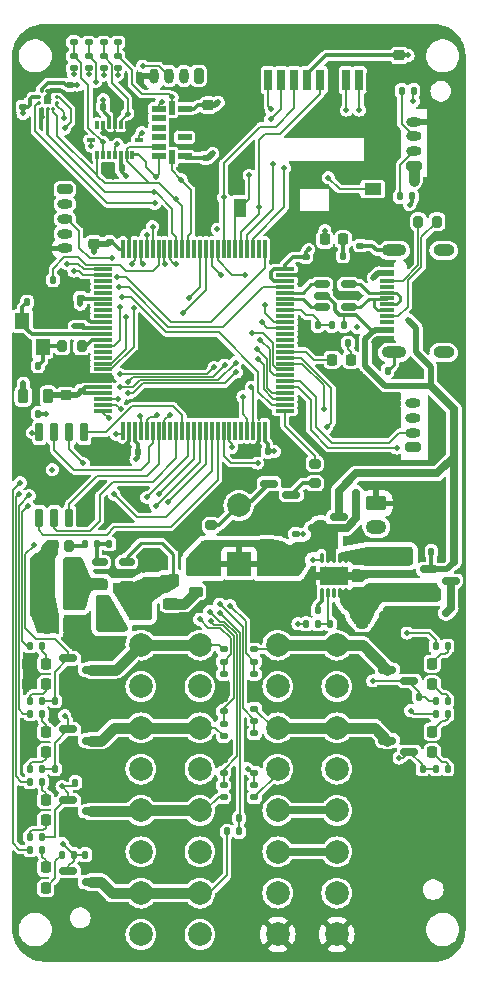
<source format=gtl>
%TF.GenerationSoftware,KiCad,Pcbnew,7.0.2-0*%
%TF.CreationDate,2023-10-23T21:08:08-05:00*%
%TF.ProjectId,Flight Computer,466c6967-6874-4204-936f-6d7075746572,1.1*%
%TF.SameCoordinates,Original*%
%TF.FileFunction,Copper,L1,Top*%
%TF.FilePolarity,Positive*%
%FSLAX46Y46*%
G04 Gerber Fmt 4.6, Leading zero omitted, Abs format (unit mm)*
G04 Created by KiCad (PCBNEW 7.0.2-0) date 2023-10-23 21:08:08*
%MOMM*%
%LPD*%
G01*
G04 APERTURE LIST*
G04 Aperture macros list*
%AMRoundRect*
0 Rectangle with rounded corners*
0 $1 Rounding radius*
0 $2 $3 $4 $5 $6 $7 $8 $9 X,Y pos of 4 corners*
0 Add a 4 corners polygon primitive as box body*
4,1,4,$2,$3,$4,$5,$6,$7,$8,$9,$2,$3,0*
0 Add four circle primitives for the rounded corners*
1,1,$1+$1,$2,$3*
1,1,$1+$1,$4,$5*
1,1,$1+$1,$6,$7*
1,1,$1+$1,$8,$9*
0 Add four rect primitives between the rounded corners*
20,1,$1+$1,$2,$3,$4,$5,0*
20,1,$1+$1,$4,$5,$6,$7,0*
20,1,$1+$1,$6,$7,$8,$9,0*
20,1,$1+$1,$8,$9,$2,$3,0*%
G04 Aperture macros list end*
%TA.AperFunction,SMDPad,CuDef*%
%ADD10RoundRect,0.012500X0.125000X-0.112500X0.125000X0.112500X-0.125000X0.112500X-0.125000X-0.112500X0*%
%TD*%
%TA.AperFunction,SMDPad,CuDef*%
%ADD11RoundRect,0.012500X0.112500X-0.125000X0.112500X0.125000X-0.112500X0.125000X-0.112500X-0.125000X0*%
%TD*%
%TA.AperFunction,SMDPad,CuDef*%
%ADD12RoundRect,0.012500X0.112500X-0.325000X0.112500X0.325000X-0.112500X0.325000X-0.112500X-0.325000X0*%
%TD*%
%TA.AperFunction,SMDPad,CuDef*%
%ADD13RoundRect,0.012500X0.325000X-0.112500X0.325000X0.112500X-0.325000X0.112500X-0.325000X-0.112500X0*%
%TD*%
%TA.AperFunction,SMDPad,CuDef*%
%ADD14RoundRect,0.027500X0.545000X0.247500X-0.545000X0.247500X-0.545000X-0.247500X0.545000X-0.247500X0*%
%TD*%
%TA.AperFunction,SMDPad,CuDef*%
%ADD15RoundRect,0.027500X0.247500X0.545000X-0.247500X0.545000X-0.247500X-0.545000X0.247500X-0.545000X0*%
%TD*%
%TA.AperFunction,SMDPad,CuDef*%
%ADD16RoundRect,0.150000X-0.587500X-0.150000X0.587500X-0.150000X0.587500X0.150000X-0.587500X0.150000X0*%
%TD*%
%TA.AperFunction,SMDPad,CuDef*%
%ADD17RoundRect,0.218750X-0.218750X-0.256250X0.218750X-0.256250X0.218750X0.256250X-0.218750X0.256250X0*%
%TD*%
%TA.AperFunction,SMDPad,CuDef*%
%ADD18RoundRect,0.135000X-0.135000X-0.185000X0.135000X-0.185000X0.135000X0.185000X-0.135000X0.185000X0*%
%TD*%
%TA.AperFunction,SMDPad,CuDef*%
%ADD19RoundRect,0.200000X-0.275000X0.200000X-0.275000X-0.200000X0.275000X-0.200000X0.275000X0.200000X0*%
%TD*%
%TA.AperFunction,SMDPad,CuDef*%
%ADD20RoundRect,0.135000X-0.185000X0.135000X-0.185000X-0.135000X0.185000X-0.135000X0.185000X0.135000X0*%
%TD*%
%TA.AperFunction,SMDPad,CuDef*%
%ADD21RoundRect,0.150000X0.587500X0.150000X-0.587500X0.150000X-0.587500X-0.150000X0.587500X-0.150000X0*%
%TD*%
%TA.AperFunction,SMDPad,CuDef*%
%ADD22RoundRect,0.218750X0.218750X0.256250X-0.218750X0.256250X-0.218750X-0.256250X0.218750X-0.256250X0*%
%TD*%
%TA.AperFunction,SMDPad,CuDef*%
%ADD23RoundRect,0.135000X0.185000X-0.135000X0.185000X0.135000X-0.185000X0.135000X-0.185000X-0.135000X0*%
%TD*%
%TA.AperFunction,SMDPad,CuDef*%
%ADD24RoundRect,0.200000X0.200000X0.275000X-0.200000X0.275000X-0.200000X-0.275000X0.200000X-0.275000X0*%
%TD*%
%TA.AperFunction,SMDPad,CuDef*%
%ADD25RoundRect,0.140000X0.140000X0.170000X-0.140000X0.170000X-0.140000X-0.170000X0.140000X-0.170000X0*%
%TD*%
%TA.AperFunction,SMDPad,CuDef*%
%ADD26RoundRect,0.225000X-0.250000X0.225000X-0.250000X-0.225000X0.250000X-0.225000X0.250000X0.225000X0*%
%TD*%
%TA.AperFunction,SMDPad,CuDef*%
%ADD27RoundRect,0.140000X-0.140000X-0.170000X0.140000X-0.170000X0.140000X0.170000X-0.140000X0.170000X0*%
%TD*%
%TA.AperFunction,SMDPad,CuDef*%
%ADD28RoundRect,0.218750X-0.381250X0.218750X-0.381250X-0.218750X0.381250X-0.218750X0.381250X0.218750X0*%
%TD*%
%TA.AperFunction,SMDPad,CuDef*%
%ADD29RoundRect,0.140000X-0.170000X0.140000X-0.170000X-0.140000X0.170000X-0.140000X0.170000X0.140000X0*%
%TD*%
%TA.AperFunction,SMDPad,CuDef*%
%ADD30RoundRect,0.218750X0.218750X0.381250X-0.218750X0.381250X-0.218750X-0.381250X0.218750X-0.381250X0*%
%TD*%
%TA.AperFunction,ComponentPad*%
%ADD31RoundRect,0.200000X0.450000X-0.200000X0.450000X0.200000X-0.450000X0.200000X-0.450000X-0.200000X0*%
%TD*%
%TA.AperFunction,ComponentPad*%
%ADD32O,1.300000X0.800000*%
%TD*%
%TA.AperFunction,SMDPad,CuDef*%
%ADD33RoundRect,0.140000X0.170000X-0.140000X0.170000X0.140000X-0.170000X0.140000X-0.170000X-0.140000X0*%
%TD*%
%TA.AperFunction,SMDPad,CuDef*%
%ADD34RoundRect,0.135000X0.135000X0.185000X-0.135000X0.185000X-0.135000X-0.185000X0.135000X-0.185000X0*%
%TD*%
%TA.AperFunction,SMDPad,CuDef*%
%ADD35RoundRect,0.075000X-0.725000X-0.075000X0.725000X-0.075000X0.725000X0.075000X-0.725000X0.075000X0*%
%TD*%
%TA.AperFunction,SMDPad,CuDef*%
%ADD36RoundRect,0.075000X-0.075000X-0.725000X0.075000X-0.725000X0.075000X0.725000X-0.075000X0.725000X0*%
%TD*%
%TA.AperFunction,SMDPad,CuDef*%
%ADD37RoundRect,0.225000X0.250000X-0.225000X0.250000X0.225000X-0.250000X0.225000X-0.250000X-0.225000X0*%
%TD*%
%TA.AperFunction,SMDPad,CuDef*%
%ADD38RoundRect,0.200000X-0.200000X-0.275000X0.200000X-0.275000X0.200000X0.275000X-0.200000X0.275000X0*%
%TD*%
%TA.AperFunction,SMDPad,CuDef*%
%ADD39R,1.240000X0.600000*%
%TD*%
%TA.AperFunction,SMDPad,CuDef*%
%ADD40R,1.240000X0.300000*%
%TD*%
%TA.AperFunction,ComponentPad*%
%ADD41O,2.100000X1.000000*%
%TD*%
%TA.AperFunction,ComponentPad*%
%ADD42O,1.800000X1.000000*%
%TD*%
%TA.AperFunction,ComponentPad*%
%ADD43RoundRect,0.200000X0.200000X0.450000X-0.200000X0.450000X-0.200000X-0.450000X0.200000X-0.450000X0*%
%TD*%
%TA.AperFunction,ComponentPad*%
%ADD44O,0.800000X1.300000*%
%TD*%
%TA.AperFunction,SMDPad,CuDef*%
%ADD45RoundRect,0.150000X0.512500X0.150000X-0.512500X0.150000X-0.512500X-0.150000X0.512500X-0.150000X0*%
%TD*%
%TA.AperFunction,SMDPad,CuDef*%
%ADD46R,0.700000X1.750000*%
%TD*%
%TA.AperFunction,SMDPad,CuDef*%
%ADD47R,1.450000X1.000000*%
%TD*%
%TA.AperFunction,SMDPad,CuDef*%
%ADD48R,1.000000X1.550000*%
%TD*%
%TA.AperFunction,SMDPad,CuDef*%
%ADD49R,0.800000X1.500000*%
%TD*%
%TA.AperFunction,SMDPad,CuDef*%
%ADD50R,1.300000X1.500000*%
%TD*%
%TA.AperFunction,SMDPad,CuDef*%
%ADD51R,1.500000X1.500000*%
%TD*%
%TA.AperFunction,SMDPad,CuDef*%
%ADD52R,0.800000X1.400000*%
%TD*%
%TA.AperFunction,SMDPad,CuDef*%
%ADD53RoundRect,0.200000X0.275000X-0.200000X0.275000X0.200000X-0.275000X0.200000X-0.275000X-0.200000X0*%
%TD*%
%TA.AperFunction,SMDPad,CuDef*%
%ADD54RoundRect,0.250000X-0.250000X-0.475000X0.250000X-0.475000X0.250000X0.475000X-0.250000X0.475000X0*%
%TD*%
%TA.AperFunction,SMDPad,CuDef*%
%ADD55R,1.200000X1.400000*%
%TD*%
%TA.AperFunction,SMDPad,CuDef*%
%ADD56RoundRect,0.250000X-0.475000X0.250000X-0.475000X-0.250000X0.475000X-0.250000X0.475000X0.250000X0*%
%TD*%
%TA.AperFunction,SMDPad,CuDef*%
%ADD57RoundRect,0.250000X0.475000X-0.250000X0.475000X0.250000X-0.475000X0.250000X-0.475000X-0.250000X0*%
%TD*%
%TA.AperFunction,SMDPad,CuDef*%
%ADD58R,1.100000X3.700000*%
%TD*%
%TA.AperFunction,SMDPad,CuDef*%
%ADD59R,3.700000X1.100000*%
%TD*%
%TA.AperFunction,SMDPad,CuDef*%
%ADD60RoundRect,0.243750X0.456250X-0.243750X0.456250X0.243750X-0.456250X0.243750X-0.456250X-0.243750X0*%
%TD*%
%TA.AperFunction,SMDPad,CuDef*%
%ADD61R,0.280000X0.280000*%
%TD*%
%TA.AperFunction,SMDPad,CuDef*%
%ADD62O,0.280000X0.850000*%
%TD*%
%TA.AperFunction,ComponentPad*%
%ADD63C,0.600000*%
%TD*%
%TA.AperFunction,SMDPad,CuDef*%
%ADD64R,1.050000X0.680000*%
%TD*%
%TA.AperFunction,SMDPad,CuDef*%
%ADD65R,0.500000X0.260000*%
%TD*%
%TA.AperFunction,SMDPad,CuDef*%
%ADD66R,0.700000X0.280000*%
%TD*%
%TA.AperFunction,SMDPad,CuDef*%
%ADD67R,2.400000X1.650000*%
%TD*%
%TA.AperFunction,ComponentPad*%
%ADD68RoundRect,0.200000X-0.450000X0.200000X-0.450000X-0.200000X0.450000X-0.200000X0.450000X0.200000X0*%
%TD*%
%TA.AperFunction,SMDPad,CuDef*%
%ADD69RoundRect,0.150000X0.150000X-0.650000X0.150000X0.650000X-0.150000X0.650000X-0.150000X-0.650000X0*%
%TD*%
%TA.AperFunction,SMDPad,CuDef*%
%ADD70RoundRect,0.225000X0.225000X0.375000X-0.225000X0.375000X-0.225000X-0.375000X0.225000X-0.375000X0*%
%TD*%
%TA.AperFunction,ComponentPad*%
%ADD71RoundRect,0.250000X-0.625000X0.350000X-0.625000X-0.350000X0.625000X-0.350000X0.625000X0.350000X0*%
%TD*%
%TA.AperFunction,ComponentPad*%
%ADD72O,1.750000X1.200000*%
%TD*%
%TA.AperFunction,ComponentPad*%
%ADD73C,2.000000*%
%TD*%
%TA.AperFunction,ComponentPad*%
%ADD74R,2.000000X2.000000*%
%TD*%
%TA.AperFunction,ViaPad*%
%ADD75C,0.500000*%
%TD*%
%TA.AperFunction,ViaPad*%
%ADD76C,0.525000*%
%TD*%
%TA.AperFunction,Conductor*%
%ADD77C,0.300000*%
%TD*%
%TA.AperFunction,Conductor*%
%ADD78C,0.127000*%
%TD*%
%TA.AperFunction,Conductor*%
%ADD79C,0.700000*%
%TD*%
%TA.AperFunction,Conductor*%
%ADD80C,0.500000*%
%TD*%
%TA.AperFunction,Conductor*%
%ADD81C,0.286004*%
%TD*%
%TA.AperFunction,Conductor*%
%ADD82C,0.250000*%
%TD*%
%TA.AperFunction,Conductor*%
%ADD83C,0.900000*%
%TD*%
G04 APERTURE END LIST*
D10*
%TO.P,U5,1,Vddio*%
%TO.N,+3.3V*%
X86537500Y-25002500D03*
%TO.P,U5,2,SCK*%
%TO.N,/SPI1 SCK*%
X86537500Y-25502500D03*
D11*
%TO.P,U5,3,GND*%
%TO.N,GND*%
X86800000Y-26015000D03*
%TO.P,U5,4,SDI*%
%TO.N,/SPI1 MOSI*%
X87300000Y-26015000D03*
%TO.P,U5,5,SDO*%
%TO.N,/SPI1 MISO*%
X87800000Y-26015000D03*
D10*
%TO.P,U5,6,Chip_Select*%
%TO.N,/Chip Select Altimeter*%
X88062500Y-25502500D03*
%TO.P,U5,7,Interrupt*%
%TO.N,/Altimeter Interrupt*%
X88062500Y-25002500D03*
D11*
%TO.P,U5,8,GND*%
%TO.N,GND*%
X87800000Y-24490000D03*
%TO.P,U5,9,GND*%
X87300000Y-24490000D03*
%TO.P,U5,10,Vdd*%
%TO.N,+3.3V*%
X86800000Y-24490000D03*
%TD*%
D12*
%TO.P,U4,1,Interrupt_2*%
%TO.N,unconnected-(U4-Interrupt_2-Pad1)*%
X91490000Y-27380000D03*
%TO.P,U4,2,NC*%
%TO.N,GND*%
X91990000Y-27380000D03*
%TO.P,U4,3,Vdd*%
%TO.N,+3.3V*%
X92490000Y-27380000D03*
%TO.P,U4,4,GNDA*%
%TO.N,GND*%
X92990000Y-27380000D03*
%TO.P,U4,5,Chip_Select_Gyro*%
%TO.N,/Chip Select Low G Gyro*%
X93490000Y-27380000D03*
%TO.P,U4,6,GNDIO*%
%TO.N,GND*%
X93990000Y-27380000D03*
%TO.P,U4,7,Protocol_Select*%
X94490000Y-27380000D03*
D13*
%TO.P,U4,8,SCL/SCK*%
%TO.N,/SPI1 SCK*%
X95002500Y-28642500D03*
D12*
%TO.P,U4,9,SDA/SDI*%
%TO.N,/SPI1 MOSI*%
X94490000Y-29905000D03*
%TO.P,U4,10,SDO2*%
%TO.N,/SPI1 MISO*%
X93990000Y-29905000D03*
%TO.P,U4,11,Vddio*%
%TO.N,+3.3V*%
X93490000Y-29905000D03*
%TO.P,U4,12,Interrupt_3*%
%TO.N,/Low G Gyro Interrupt*%
X92990000Y-29905000D03*
%TO.P,U4,13,Interrupt_4*%
%TO.N,unconnected-(U4-Interrupt_4-Pad13)*%
X92490000Y-29905000D03*
%TO.P,U4,14,Chip_Select_Accel*%
%TO.N,/Chip Select Low G Accel*%
X91990000Y-29905000D03*
%TO.P,U4,15,SDO1*%
%TO.N,/SPI1 MISO*%
X91490000Y-29905000D03*
D13*
%TO.P,U4,16,Interrupt_1*%
%TO.N,/Low G Accel Interrupt*%
X90977500Y-28642500D03*
%TD*%
D14*
%TO.P,U3,1,Vdd*%
%TO.N,+3.3V*%
X98900000Y-30010000D03*
%TO.P,U3,2,GND*%
%TO.N,GND*%
X98900000Y-29210000D03*
%TO.P,U3,3,Reserved*%
%TO.N,unconnected-(U3-Reserved-Pad3)*%
X98900000Y-28410000D03*
%TO.P,U3,4,GND*%
%TO.N,GND*%
X98900000Y-27610000D03*
%TO.P,U3,5,GND*%
X98900000Y-26810000D03*
%TO.P,U3,6,Vs*%
%TO.N,+3.3V*%
X98900000Y-26010000D03*
D15*
%TO.P,U3,7,Chip_Select*%
%TO.N,/Chip Select High G Accel*%
X97802500Y-25912500D03*
D14*
%TO.P,U3,8,Interrupt_1*%
%TO.N,/High G Interrupt*%
X96705000Y-26010000D03*
%TO.P,U3,9,Interrupt_2*%
%TO.N,unconnected-(U3-Interrupt_2-Pad9)*%
X96705000Y-26810000D03*
%TO.P,U3,10*%
%TO.N,N/C*%
X96705000Y-27610000D03*
%TO.P,U3,11,Reserved*%
%TO.N,unconnected-(U3-Reserved-Pad11)*%
X96705000Y-28410000D03*
%TO.P,U3,12,SDO/Addr_sel*%
%TO.N,/SPI1 MISO*%
X96705000Y-29210000D03*
%TO.P,U3,13,SDA/SDI*%
%TO.N,/SPI1 MOSI*%
X96705000Y-30010000D03*
D15*
%TO.P,U3,14,SCL/SCK*%
%TO.N,/SPI1 SCK*%
X97802500Y-30107500D03*
%TD*%
D16*
%TO.P,Q9,1,G*%
%TO.N,/USB 5V in*%
X119562500Y-65017500D03*
%TO.P,Q9,2,S*%
%TO.N,/Connectors and Power Supply/Power Supply/Boost Converter Vin*%
X119562500Y-66917500D03*
%TO.P,Q9,3,D*%
%TO.N,/Main battery in*%
X121437500Y-65967500D03*
%TD*%
D17*
%TO.P,D12,1,K*%
%TO.N,GND*%
X85552500Y-73000000D03*
%TO.P,D12,2,A*%
%TO.N,Net-(D12-A)*%
X87127500Y-73000000D03*
%TD*%
D18*
%TO.P,R3,1*%
%TO.N,GND*%
X86750000Y-40490000D03*
%TO.P,R3,2*%
%TO.N,Net-(U1-BOOT0)*%
X87770000Y-40490000D03*
%TD*%
D17*
%TO.P,D8,1,K*%
%TO.N,GND*%
X85552500Y-80500000D03*
%TO.P,D8,2,A*%
%TO.N,Net-(D8-A)*%
X87127500Y-80500000D03*
%TD*%
D16*
%TO.P,Q2,1,G*%
%TO.N,/Pyro Channel A Trigger*%
X89062500Y-90550000D03*
%TO.P,Q2,2,S*%
%TO.N,GND*%
X89062500Y-92450000D03*
%TO.P,Q2,3,D*%
%TO.N,/Pyrotechnic Channels/Pyro Channel A*%
X90937500Y-91500000D03*
%TD*%
D19*
%TO.P,R18,1*%
%TO.N,Net-(U1-PB12)*%
X109940000Y-56065000D03*
%TO.P,R18,2*%
%TO.N,Net-(Q1-B)*%
X109940000Y-57715000D03*
%TD*%
D20*
%TO.P,R14,1*%
%TO.N,/Pyro F Continuity Voltage*%
X104800000Y-78890000D03*
%TO.P,R14,2*%
%TO.N,GND*%
X104800000Y-79910000D03*
%TD*%
D21*
%TO.P,Q1,1,B*%
%TO.N,Net-(Q1-B)*%
X107937500Y-58690000D03*
%TO.P,Q1,2,E*%
%TO.N,GND*%
X107937500Y-56790000D03*
%TO.P,Q1,3,C*%
%TO.N,Net-(BZ1-+)*%
X106062500Y-57740000D03*
%TD*%
D17*
%TO.P,D9,1,K*%
%TO.N,GND*%
X85552500Y-90250000D03*
%TO.P,D9,2,A*%
%TO.N,Net-(D9-A)*%
X87127500Y-90250000D03*
%TD*%
D22*
%TO.P,D2,1,K*%
%TO.N,Net-(D2-K)*%
X112347500Y-37080000D03*
%TO.P,D2,2,A*%
%TO.N,+3.3V*%
X110772500Y-37080000D03*
%TD*%
D20*
%TO.P,R13,1*%
%TO.N,/Pyrotechnic Channels/Pyro Channel F*%
X104800000Y-76790000D03*
%TO.P,R13,2*%
%TO.N,/Pyro F Continuity Voltage*%
X104800000Y-77810000D03*
%TD*%
D23*
%TO.P,R9,1*%
%TO.N,/Pyrotechnic Channels/Pyro Channel C*%
X102200000Y-79110000D03*
%TO.P,R9,2*%
%TO.N,/Pyro C Continuity Voltage*%
X102200000Y-78090000D03*
%TD*%
D18*
%TO.P,R19,1*%
%TO.N,Net-(J7-SHIELD)*%
X116090000Y-48182500D03*
%TO.P,R19,2*%
%TO.N,GND*%
X117110000Y-48182500D03*
%TD*%
D17*
%TO.P,D10,1,K*%
%TO.N,GND*%
X85552500Y-84500000D03*
%TO.P,D10,2,A*%
%TO.N,Net-(D10-A)*%
X87127500Y-84500000D03*
%TD*%
D24*
%TO.P,R2,1*%
%TO.N,Net-(U1-PH1)*%
X90175000Y-46107500D03*
%TO.P,R2,2*%
%TO.N,Net-(C10-Pad1)*%
X88525000Y-46107500D03*
%TD*%
D18*
%TO.P,R59,1*%
%TO.N,/Pyro E Continuity LED*%
X120150000Y-71500000D03*
%TO.P,R59,2*%
%TO.N,Net-(D13-A)*%
X121170000Y-71500000D03*
%TD*%
D25*
%TO.P,C10,1*%
%TO.N,Net-(C10-Pad1)*%
X86480000Y-47782500D03*
%TO.P,C10,2*%
%TO.N,GND*%
X85520000Y-47782500D03*
%TD*%
D18*
%TO.P,R22,1*%
%TO.N,Net-(U8-FB)*%
X111220000Y-69620000D03*
%TO.P,R22,2*%
%TO.N,GND*%
X112240000Y-69620000D03*
%TD*%
D26*
%TO.P,C1,1*%
%TO.N,+3.3V*%
X100910000Y-25715000D03*
%TO.P,C1,2*%
%TO.N,GND*%
X100910000Y-27265000D03*
%TD*%
D23*
%TO.P,R23,1*%
%TO.N,+5V*%
X108300000Y-63042500D03*
%TO.P,R23,2*%
%TO.N,Net-(U8-PG)*%
X108300000Y-62022500D03*
%TD*%
D27*
%TO.P,C8,1*%
%TO.N,+3.3V*%
X92020000Y-25870000D03*
%TO.P,C8,2*%
%TO.N,GND*%
X92980000Y-25870000D03*
%TD*%
D25*
%TO.P,C15,1*%
%TO.N,+3.3V*%
X94930000Y-55070000D03*
%TO.P,C15,2*%
%TO.N,GND*%
X93970000Y-55070000D03*
%TD*%
D18*
%TO.P,R47,1*%
%TO.N,/Pyro A Continuity LED*%
X85830000Y-88750000D03*
%TO.P,R47,2*%
%TO.N,Net-(D9-A)*%
X86850000Y-88750000D03*
%TD*%
D20*
%TO.P,R15,1*%
%TO.N,/Pyrotechnic Channels/Pyro Channel D*%
X102200000Y-71790000D03*
%TO.P,R15,2*%
%TO.N,/Pyro D Continuity Voltage*%
X102200000Y-72810000D03*
%TD*%
D23*
%TO.P,R35,1*%
%TO.N,/Ignition Battery Voltage*%
X104800000Y-82210000D03*
%TO.P,R35,2*%
%TO.N,GND*%
X104800000Y-81190000D03*
%TD*%
D28*
%TO.P,FB2,1*%
%TO.N,+5V*%
X99840000Y-64777500D03*
%TO.P,FB2,2*%
%TO.N,Net-(F1-Pad1)*%
X99840000Y-66902500D03*
%TD*%
D22*
%TO.P,D4,1,K*%
%TO.N,GND*%
X121447500Y-74750000D03*
%TO.P,D4,2,A*%
%TO.N,Net-(D4-A)*%
X119872500Y-74750000D03*
%TD*%
D24*
%TO.P,R21,1*%
%TO.N,Net-(J7-CC2)*%
X118700000Y-35570000D03*
%TO.P,R21,2*%
%TO.N,GND*%
X117050000Y-35570000D03*
%TD*%
D23*
%TO.P,R53,1*%
%TO.N,/Chip Select Low G Gyro*%
X92040000Y-20390000D03*
%TO.P,R53,2*%
%TO.N,GND*%
X92040000Y-19370000D03*
%TD*%
D29*
%TO.P,C25,1*%
%TO.N,Net-(J7-SHIELD)*%
X113780000Y-37600000D03*
%TO.P,C25,2*%
%TO.N,GND*%
X113780000Y-38560000D03*
%TD*%
D30*
%TO.P,FB1,1*%
%TO.N,/Microcontroller/VDDA*%
X87362500Y-50332500D03*
%TO.P,FB1,2*%
%TO.N,+3.3V*%
X85237500Y-50332500D03*
%TD*%
D31*
%TO.P,J8,1,Pin_1*%
%TO.N,+5V*%
X118270000Y-54690000D03*
D32*
%TO.P,J8,2,Pin_2*%
%TO.N,/UART3 RX*%
X118270000Y-53440000D03*
%TO.P,J8,3,Pin_3*%
%TO.N,/UART3 TX*%
X118270000Y-52190000D03*
%TO.P,J8,4,Pin_4*%
%TO.N,GND*%
X118270000Y-50940000D03*
%TD*%
D33*
%TO.P,C16,1*%
%TO.N,/Microcontroller/VDDA*%
X90200000Y-49887500D03*
%TO.P,C16,2*%
%TO.N,GND*%
X90200000Y-48927500D03*
%TD*%
D25*
%TO.P,C18,1*%
%TO.N,Net-(U8-SS)*%
X110180000Y-68470000D03*
%TO.P,C18,2*%
%TO.N,GND*%
X109220000Y-68470000D03*
%TD*%
D18*
%TO.P,R37,1*%
%TO.N,/Pyro Channel E Trigger*%
X120150000Y-76150000D03*
%TO.P,R37,2*%
%TO.N,Net-(D4-A)*%
X121170000Y-76150000D03*
%TD*%
D29*
%TO.P,C3,1*%
%TO.N,+3.3V*%
X89230000Y-23990000D03*
%TO.P,C3,2*%
%TO.N,GND*%
X89230000Y-24950000D03*
%TD*%
D34*
%TO.P,R46,1*%
%TO.N,Net-(U1-PA9)*%
X110180000Y-44350000D03*
%TO.P,R46,2*%
%TO.N,GND*%
X109160000Y-44350000D03*
%TD*%
%TO.P,R17,1*%
%TO.N,Net-(D1-K)*%
X112720000Y-45850000D03*
%TO.P,R17,2*%
%TO.N,GND*%
X111700000Y-45850000D03*
%TD*%
D18*
%TO.P,R58,1*%
%TO.N,/Pyro D Continuity LED*%
X85830000Y-71500000D03*
%TO.P,R58,2*%
%TO.N,Net-(D12-A)*%
X86850000Y-71500000D03*
%TD*%
D22*
%TO.P,D13,1,K*%
%TO.N,GND*%
X121447500Y-73000000D03*
%TO.P,D13,2,A*%
%TO.N,Net-(D13-A)*%
X119872500Y-73000000D03*
%TD*%
D35*
%TO.P,U1,1,PE2*%
%TO.N,/Altimeter Interrupt*%
X92025000Y-39582500D03*
%TO.P,U1,2,PE3*%
%TO.N,/Chip Select Altimeter*%
X92025000Y-40082500D03*
%TO.P,U1,3,PE4*%
%TO.N,unconnected-(U1-PE4-Pad3)*%
X92025000Y-40582500D03*
%TO.P,U1,4,PE5*%
%TO.N,unconnected-(U1-PE5-Pad4)*%
X92025000Y-41082500D03*
%TO.P,U1,5,PE6*%
%TO.N,unconnected-(U1-PE6-Pad5)*%
X92025000Y-41582500D03*
%TO.P,U1,6,VBAT*%
%TO.N,+3.3V*%
X92025000Y-42082500D03*
%TO.P,U1,7,PC13*%
%TO.N,unconnected-(U1-PC13-Pad7)*%
X92025000Y-42582500D03*
%TO.P,U1,8,PC14*%
%TO.N,unconnected-(U1-PC14-Pad8)*%
X92025000Y-43082500D03*
%TO.P,U1,9,PC15*%
%TO.N,unconnected-(U1-PC15-Pad9)*%
X92025000Y-43582500D03*
%TO.P,U1,10,VSS*%
%TO.N,GND*%
X92025000Y-44082500D03*
%TO.P,U1,11,VDD*%
%TO.N,+3.3V*%
X92025000Y-44582500D03*
%TO.P,U1,12,PH0*%
%TO.N,Net-(U1-PH0)*%
X92025000Y-45082500D03*
%TO.P,U1,13,PH1*%
%TO.N,Net-(U1-PH1)*%
X92025000Y-45582500D03*
%TO.P,U1,14,NRST*%
%TO.N,/NRST*%
X92025000Y-46082500D03*
%TO.P,U1,15,PC0*%
%TO.N,unconnected-(U1-PC0-Pad15)*%
X92025000Y-46582500D03*
%TO.P,U1,16,PC1*%
%TO.N,unconnected-(U1-PC1-Pad16)*%
X92025000Y-47082500D03*
%TO.P,U1,17,PC2*%
%TO.N,/SPI2 MISO*%
X92025000Y-47582500D03*
%TO.P,U1,18,PC3*%
%TO.N,/SPI2 MOSI*%
X92025000Y-48082500D03*
%TO.P,U1,19,VSSA*%
%TO.N,GND*%
X92025000Y-48582500D03*
%TO.P,U1,20,VREF-*%
X92025000Y-49082500D03*
%TO.P,U1,21,VREF+*%
%TO.N,/Microcontroller/VDDA*%
X92025000Y-49582500D03*
%TO.P,U1,22,VDDA*%
X92025000Y-50082500D03*
%TO.P,U1,23,PA0*%
%TO.N,/Pyro A Continuity Voltage*%
X92025000Y-50582500D03*
%TO.P,U1,24,PA1*%
%TO.N,/Pyro B Continuity Voltage*%
X92025000Y-51082500D03*
%TO.P,U1,25,PA2*%
%TO.N,/Pyro C Continuity Voltage*%
X92025000Y-51582500D03*
D36*
%TO.P,U1,26,PA3*%
%TO.N,/Pyro D Continuity Voltage*%
X93700000Y-53257500D03*
%TO.P,U1,27,VSS*%
%TO.N,GND*%
X94200000Y-53257500D03*
%TO.P,U1,28,VDD*%
%TO.N,+3.3V*%
X94700000Y-53257500D03*
%TO.P,U1,29,PA4*%
%TO.N,/Pyro F Continuity Voltage*%
X95200000Y-53257500D03*
%TO.P,U1,30,PA5*%
%TO.N,/Pyro E Continuity Voltage*%
X95700000Y-53257500D03*
%TO.P,U1,31,PA6*%
%TO.N,/QSPI IO3*%
X96200000Y-53257500D03*
%TO.P,U1,32,PA7*%
%TO.N,/QSPI IO2*%
X96700000Y-53257500D03*
%TO.P,U1,33,PC4*%
%TO.N,/Ignition Battery Voltage*%
X97200000Y-53257500D03*
%TO.P,U1,34,PC5*%
%TO.N,unconnected-(U1-PC5-Pad34)*%
X97700000Y-53257500D03*
%TO.P,U1,35,PB0*%
%TO.N,/QSPI IO1*%
X98200000Y-53257500D03*
%TO.P,U1,36,PB1*%
%TO.N,/QSPI IO0*%
X98700000Y-53257500D03*
%TO.P,U1,37,PB2*%
%TO.N,/Pyro Channel A Trigger*%
X99200000Y-53257500D03*
%TO.P,U1,38,PE7*%
%TO.N,/Pyro Channel B Trigger*%
X99700000Y-53257500D03*
%TO.P,U1,39,PE8*%
%TO.N,/Pyro Channel C Trigger*%
X100200000Y-53257500D03*
%TO.P,U1,40,PE9*%
%TO.N,/Pyro Channel D Trigger*%
X100700000Y-53257500D03*
%TO.P,U1,41,PE10*%
%TO.N,/QSPI Clock*%
X101200000Y-53257500D03*
%TO.P,U1,42,PE11*%
%TO.N,/QSPI Chip Select*%
X101700000Y-53257500D03*
%TO.P,U1,43,PE12*%
%TO.N,/Pyro Channel F Trigger*%
X102200000Y-53257500D03*
%TO.P,U1,44,PE13*%
%TO.N,/Pyro Channel E Trigger*%
X102700000Y-53257500D03*
%TO.P,U1,45,PE14*%
%TO.N,unconnected-(U1-PE14-Pad45)*%
X103200000Y-53257500D03*
%TO.P,U1,46,PE15*%
%TO.N,unconnected-(U1-PE15-Pad46)*%
X103700000Y-53257500D03*
%TO.P,U1,47,PB10*%
%TO.N,/I2C2 SCL*%
X104200000Y-53257500D03*
%TO.P,U1,48,PB11*%
%TO.N,/I2C2 SDA*%
X104700000Y-53257500D03*
%TO.P,U1,49,VSS*%
%TO.N,GND*%
X105200000Y-53257500D03*
%TO.P,U1,50,VDD*%
%TO.N,+3.3V*%
X105700000Y-53257500D03*
D35*
%TO.P,U1,51,PB12*%
%TO.N,Net-(U1-PB12)*%
X107375000Y-51582500D03*
%TO.P,U1,52,PB13*%
%TO.N,/SPI2 SCK*%
X107375000Y-51082500D03*
%TO.P,U1,53,PB14*%
%TO.N,/Pyro D Continuity LED*%
X107375000Y-50582500D03*
%TO.P,U1,54,PB15*%
%TO.N,/Pyro C Continuity LED*%
X107375000Y-50082500D03*
%TO.P,U1,55,PD8*%
%TO.N,/UART3 TX*%
X107375000Y-49582500D03*
%TO.P,U1,56,PD9*%
%TO.N,/UART3 RX*%
X107375000Y-49082500D03*
%TO.P,U1,57,PD10*%
%TO.N,/Pyro B Continuity LED*%
X107375000Y-48582500D03*
%TO.P,U1,58,PD11*%
%TO.N,/Pyro A Continuity LED*%
X107375000Y-48082500D03*
%TO.P,U1,59,PD12*%
%TO.N,/Pyro E Continuity LED*%
X107375000Y-47582500D03*
%TO.P,U1,60,PD13*%
%TO.N,/Pyro F Continuity LED*%
X107375000Y-47082500D03*
%TO.P,U1,61,PD14*%
%TO.N,Net-(D1-A)*%
X107375000Y-46582500D03*
%TO.P,U1,62,PD15*%
%TO.N,unconnected-(U1-PD15-Pad62)*%
X107375000Y-46082500D03*
%TO.P,U1,63,PC6*%
%TO.N,unconnected-(U1-PC6-Pad63)*%
X107375000Y-45582500D03*
%TO.P,U1,64,PC7*%
%TO.N,unconnected-(U1-PC7-Pad64)*%
X107375000Y-45082500D03*
%TO.P,U1,65,PC8*%
%TO.N,/SDMMC Data 0*%
X107375000Y-44582500D03*
%TO.P,U1,66,PC9*%
%TO.N,/SDMMC Data 1*%
X107375000Y-44082500D03*
%TO.P,U1,67,PA8*%
%TO.N,unconnected-(U1-PA8-Pad67)*%
X107375000Y-43582500D03*
%TO.P,U1,68,PA9*%
%TO.N,Net-(U1-PA9)*%
X107375000Y-43082500D03*
%TO.P,U1,69,PA10*%
%TO.N,unconnected-(U1-PA10-Pad69)*%
X107375000Y-42582500D03*
%TO.P,U1,70,PA11*%
%TO.N,/USB D-*%
X107375000Y-42082500D03*
%TO.P,U1,71,PA12*%
%TO.N,/USB D+*%
X107375000Y-41582500D03*
%TO.P,U1,72,PA13*%
%TO.N,/SWDIO*%
X107375000Y-41082500D03*
%TO.P,U1,73,VDDUSB*%
%TO.N,+3.3V*%
X107375000Y-40582500D03*
%TO.P,U1,74,VSS*%
%TO.N,GND*%
X107375000Y-40082500D03*
%TO.P,U1,75,VDD*%
%TO.N,+3.3V*%
X107375000Y-39582500D03*
D36*
%TO.P,U1,76,PA14*%
%TO.N,/SWCLK*%
X105700000Y-37907500D03*
%TO.P,U1,77,PA15*%
%TO.N,unconnected-(U1-PA15-Pad77)*%
X105200000Y-37907500D03*
%TO.P,U1,78,PC10*%
%TO.N,/SDMMC Data 2*%
X104700000Y-37907500D03*
%TO.P,U1,79,PC11*%
%TO.N,/SDMMC Data 3*%
X104200000Y-37907500D03*
%TO.P,U1,80,PC12*%
%TO.N,/SDMMC Clock*%
X103700000Y-37907500D03*
%TO.P,U1,81,PD0*%
%TO.N,/SD Card Detect*%
X103200000Y-37907500D03*
%TO.P,U1,82,PD1*%
%TO.N,unconnected-(U1-PD1-Pad82)*%
X102700000Y-37907500D03*
%TO.P,U1,83,PD2*%
%TO.N,/SDMMC Command*%
X102200000Y-37907500D03*
%TO.P,U1,84,PD3*%
%TO.N,/GPS External Interrupt*%
X101700000Y-37907500D03*
%TO.P,U1,85,PD4*%
%TO.N,/GPS Reset*%
X101200000Y-37907500D03*
%TO.P,U1,86,PD5*%
%TO.N,/UART2 TX*%
X100700000Y-37907500D03*
%TO.P,U1,87,PD6*%
%TO.N,/UART2 RX*%
X100200000Y-37907500D03*
%TO.P,U1,88,PD7*%
%TO.N,unconnected-(U1-PD7-Pad88)*%
X99700000Y-37907500D03*
%TO.P,U1,89,PB3*%
%TO.N,/SPI1 SCK*%
X99200000Y-37907500D03*
%TO.P,U1,90,PB4*%
%TO.N,/SPI1 MISO*%
X98700000Y-37907500D03*
%TO.P,U1,91,PB5*%
%TO.N,/SPI1 MOSI*%
X98200000Y-37907500D03*
%TO.P,U1,92,PB6*%
%TO.N,/Chip Select High G Accel*%
X97700000Y-37907500D03*
%TO.P,U1,93,PB7*%
%TO.N,/High G Interrupt*%
X97200000Y-37907500D03*
%TO.P,U1,94,BOOT0*%
%TO.N,Net-(U1-BOOT0)*%
X96700000Y-37907500D03*
%TO.P,U1,95,PB8*%
%TO.N,/Chip Select Low G Gyro*%
X96200000Y-37907500D03*
%TO.P,U1,96,PB9*%
%TO.N,/Low G Gyro Interrupt*%
X95700000Y-37907500D03*
%TO.P,U1,97,PE0*%
%TO.N,/Chip Select Low G Accel*%
X95200000Y-37907500D03*
%TO.P,U1,98,PE1*%
%TO.N,/Low G Accel Interrupt*%
X94700000Y-37907500D03*
%TO.P,U1,99,VSS*%
%TO.N,GND*%
X94200000Y-37907500D03*
%TO.P,U1,100,VDD*%
%TO.N,+3.3V*%
X93700000Y-37907500D03*
%TD*%
D22*
%TO.P,D5,1,K*%
%TO.N,GND*%
X121447500Y-80500000D03*
%TO.P,D5,2,A*%
%TO.N,Net-(D5-A)*%
X119872500Y-80500000D03*
%TD*%
D37*
%TO.P,C7,1*%
%TO.N,+3.3V*%
X91200000Y-37445000D03*
%TO.P,C7,2*%
%TO.N,GND*%
X91200000Y-35895000D03*
%TD*%
D34*
%TO.P,R39,1*%
%TO.N,/Pyro Channel D Trigger*%
X86850000Y-76150000D03*
%TO.P,R39,2*%
%TO.N,Net-(D6-A)*%
X85830000Y-76150000D03*
%TD*%
D25*
%TO.P,C29,1*%
%TO.N,+3.3V*%
X86480000Y-51820000D03*
%TO.P,C29,2*%
%TO.N,GND*%
X85520000Y-51820000D03*
%TD*%
D34*
%TO.P,R27,1*%
%TO.N,+3.3V*%
X118160000Y-33432500D03*
%TO.P,R27,2*%
%TO.N,/I2C2 SDA*%
X117140000Y-33432500D03*
%TD*%
D18*
%TO.P,R38,1*%
%TO.N,/Pyro Channel F Trigger*%
X120150000Y-81900000D03*
%TO.P,R38,2*%
%TO.N,Net-(D5-A)*%
X121170000Y-81900000D03*
%TD*%
%TO.P,R33,1*%
%TO.N,/Pyro Channel C Trigger*%
X87920000Y-81900000D03*
%TO.P,R33,2*%
%TO.N,GND*%
X88940000Y-81900000D03*
%TD*%
%TO.P,R44,1*%
%TO.N,Net-(R42-Pad2)*%
X90440000Y-62870000D03*
%TO.P,R44,2*%
%TO.N,Net-(U9-FB)*%
X91460000Y-62870000D03*
%TD*%
%TO.P,R1,1*%
%TO.N,/USB 5V in*%
X119790000Y-63520000D03*
%TO.P,R1,2*%
%TO.N,GND*%
X120810000Y-63520000D03*
%TD*%
D34*
%TO.P,R40,1*%
%TO.N,/Pyro Channel B Trigger*%
X86850000Y-87650000D03*
%TO.P,R40,2*%
%TO.N,Net-(D7-A)*%
X85830000Y-87650000D03*
%TD*%
D38*
%TO.P,R42,1*%
%TO.N,+3.3V*%
X87475000Y-63020000D03*
%TO.P,R42,2*%
%TO.N,Net-(R42-Pad2)*%
X89125000Y-63020000D03*
%TD*%
D39*
%TO.P,J7,A1,GND*%
%TO.N,GND*%
X116040000Y-45522500D03*
%TO.P,J7,A4,VBUS*%
%TO.N,/USB 5V in*%
X116040000Y-44722500D03*
D40*
%TO.P,J7,A5,CC1*%
%TO.N,Net-(J7-CC1)*%
X116040000Y-43572500D03*
%TO.P,J7,A6,D+*%
%TO.N,/Connectors and Power Supply/USB CONN D+*%
X116040000Y-42572500D03*
%TO.P,J7,A7,D-*%
%TO.N,/Connectors and Power Supply/USB CONN D-*%
X116040000Y-42072500D03*
%TO.P,J7,A8,SBU1*%
%TO.N,unconnected-(J7-SBU1-PadA8)*%
X116040000Y-41072500D03*
D39*
%TO.P,J7,A9,VBUS*%
%TO.N,/USB 5V in*%
X116040000Y-39922500D03*
%TO.P,J7,A12,GND*%
%TO.N,GND*%
X116040000Y-39122500D03*
%TO.P,J7,B1,GND*%
X116040000Y-39122500D03*
%TO.P,J7,B4,VBUS*%
%TO.N,/USB 5V in*%
X116040000Y-39922500D03*
D40*
%TO.P,J7,B5,CC2*%
%TO.N,Net-(J7-CC2)*%
X116040000Y-40572500D03*
%TO.P,J7,B6,D+*%
%TO.N,/Connectors and Power Supply/USB CONN D+*%
X116040000Y-41572500D03*
%TO.P,J7,B7,D-*%
%TO.N,/Connectors and Power Supply/USB CONN D-*%
X116040000Y-43072500D03*
%TO.P,J7,B8,SBU2*%
%TO.N,unconnected-(J7-SBU2-PadB8)*%
X116040000Y-44072500D03*
D39*
%TO.P,J7,B9,VBUS*%
%TO.N,/USB 5V in*%
X116040000Y-44722500D03*
%TO.P,J7,B12,GND*%
%TO.N,GND*%
X116040000Y-45522500D03*
D41*
%TO.P,J7,S1,SHIELD*%
%TO.N,Net-(J7-SHIELD)*%
X116640000Y-46642500D03*
D42*
X120840000Y-46642500D03*
D41*
X116640000Y-38002500D03*
D42*
X120840000Y-38002500D03*
%TD*%
D34*
%TO.P,R30,1*%
%TO.N,/Pyro Channel E Trigger*%
X118730000Y-75790000D03*
%TO.P,R30,2*%
%TO.N,GND*%
X117710000Y-75790000D03*
%TD*%
D20*
%TO.P,R12,1*%
%TO.N,/Pyro E Continuity Voltage*%
X104800000Y-73890000D03*
%TO.P,R12,2*%
%TO.N,GND*%
X104800000Y-74910000D03*
%TD*%
D29*
%TO.P,C12,1*%
%TO.N,+3.3V*%
X109160000Y-38560000D03*
%TO.P,C12,2*%
%TO.N,GND*%
X109160000Y-39520000D03*
%TD*%
D43*
%TO.P,J6,1,Pin_1*%
%TO.N,/NRST*%
X100080000Y-23220000D03*
D44*
%TO.P,J6,2,Pin_2*%
%TO.N,/SWCLK*%
X98830000Y-23220000D03*
%TO.P,J6,3,Pin_3*%
%TO.N,/SWDIO*%
X97580000Y-23220000D03*
%TO.P,J6,4,Pin_4*%
%TO.N,GND*%
X96330000Y-23220000D03*
%TD*%
D23*
%TO.P,R48,1*%
%TO.N,+3.3V*%
X93250000Y-22590000D03*
%TO.P,R48,2*%
%TO.N,/Chip Select High G Accel*%
X93250000Y-21570000D03*
%TD*%
%TO.P,R8,1*%
%TO.N,/Pyro B Continuity Voltage*%
X102200000Y-82210000D03*
%TO.P,R8,2*%
%TO.N,GND*%
X102200000Y-81190000D03*
%TD*%
D22*
%TO.P,D14,1,K*%
%TO.N,GND*%
X121447500Y-78750000D03*
%TO.P,D14,2,A*%
%TO.N,Net-(D14-A)*%
X119872500Y-78750000D03*
%TD*%
D17*
%TO.P,D11,1,K*%
%TO.N,GND*%
X85552500Y-78750000D03*
%TO.P,D11,2,A*%
%TO.N,Net-(D11-A)*%
X87127500Y-78750000D03*
%TD*%
D21*
%TO.P,Q7,1,G*%
%TO.N,/Pyro Channel F Trigger*%
X117937500Y-80450000D03*
%TO.P,Q7,2,S*%
%TO.N,GND*%
X117937500Y-78550000D03*
%TO.P,Q7,3,D*%
%TO.N,/Pyrotechnic Channels/Pyro Channel F*%
X116062500Y-79500000D03*
%TD*%
D33*
%TO.P,C9,1*%
%TO.N,+3.3V*%
X90100000Y-42012500D03*
%TO.P,C9,2*%
%TO.N,GND*%
X90100000Y-41052500D03*
%TD*%
D17*
%TO.P,D3,1,K*%
%TO.N,GND*%
X85552500Y-92000000D03*
%TO.P,D3,2,A*%
%TO.N,Net-(D3-A)*%
X87127500Y-92000000D03*
%TD*%
D33*
%TO.P,C4,1*%
%TO.N,+3.3V*%
X85200000Y-25820000D03*
%TO.P,C4,2*%
%TO.N,GND*%
X85200000Y-24860000D03*
%TD*%
D23*
%TO.P,R49,1*%
%TO.N,/Chip Select High G Accel*%
X93250000Y-20390000D03*
%TO.P,R49,2*%
%TO.N,GND*%
X93250000Y-19370000D03*
%TD*%
D37*
%TO.P,C24,1*%
%TO.N,/Microcontroller/VDDA*%
X88850000Y-50282500D03*
%TO.P,C24,2*%
%TO.N,GND*%
X88850000Y-48732500D03*
%TD*%
D20*
%TO.P,R16,1*%
%TO.N,/Pyro D Continuity Voltage*%
X102200000Y-73890000D03*
%TO.P,R16,2*%
%TO.N,GND*%
X102200000Y-74910000D03*
%TD*%
D45*
%TO.P,U2,1,I/O1*%
%TO.N,/Connectors and Power Supply/USB CONN D-*%
X112787500Y-42782500D03*
%TO.P,U2,2,GND*%
%TO.N,GND*%
X112787500Y-41832500D03*
%TO.P,U2,3,I/O2*%
%TO.N,/Connectors and Power Supply/USB CONN D+*%
X112787500Y-40882500D03*
%TO.P,U2,4,I/O2*%
%TO.N,/USB D+*%
X110512500Y-40882500D03*
%TO.P,U2,5,VBUS*%
%TO.N,/USB 5V in*%
X110512500Y-41832500D03*
%TO.P,U2,6,I/O1*%
%TO.N,/USB D-*%
X110512500Y-42782500D03*
%TD*%
D46*
%TO.P,J10,1,DAT2*%
%TO.N,/SDMMC Data 2*%
X105995000Y-23582500D03*
%TO.P,J10,2,DAT3/CD*%
%TO.N,/SDMMC Data 3*%
X107095000Y-23582500D03*
%TO.P,J10,3,CMD*%
%TO.N,/SDMMC Command*%
X108195000Y-23582500D03*
%TO.P,J10,4,VDD*%
%TO.N,+3.3V*%
X109295000Y-23582500D03*
%TO.P,J10,5,CLK*%
%TO.N,/SDMMC Clock*%
X110395000Y-23582500D03*
%TO.P,J10,6,VSS*%
%TO.N,GND*%
X111495000Y-23582500D03*
%TO.P,J10,7,DAT0*%
%TO.N,/SDMMC Data 0*%
X112595000Y-23582500D03*
%TO.P,J10,8,DAT1*%
%TO.N,/SDMMC Data 1*%
X113695000Y-23582500D03*
D47*
%TO.P,J10,9,DET_B*%
%TO.N,/SD Card Detect*%
X114820000Y-32807500D03*
D48*
%TO.P,J10,10,DET_A*%
X103595000Y-34382500D03*
D49*
%TO.P,J10,11,SHIELD*%
%TO.N,GND*%
X115145000Y-31307500D03*
D50*
X114895000Y-23707500D03*
D51*
X103545000Y-23707500D03*
D52*
X103195000Y-31957500D03*
%TD*%
D53*
%TO.P,R28,1*%
%TO.N,+5V*%
X101150000Y-62945000D03*
%TO.P,R28,2*%
%TO.N,Net-(BZ1-+)*%
X101150000Y-61295000D03*
%TD*%
D38*
%TO.P,R20,1*%
%TO.N,Net-(J7-CC1)*%
X120275000Y-35570000D03*
%TO.P,R20,2*%
%TO.N,GND*%
X121925000Y-35570000D03*
%TD*%
D54*
%TO.P,C20,1*%
%TO.N,+3.3V*%
X87250000Y-69732500D03*
%TO.P,C20,2*%
%TO.N,GND*%
X89150000Y-69732500D03*
%TD*%
D18*
%TO.P,R4,1*%
%TO.N,/Pyrotechnic Channels/Pyro Channel A*%
X102490000Y-87200000D03*
%TO.P,R4,2*%
%TO.N,/Pyro A Continuity Voltage*%
X103510000Y-87200000D03*
%TD*%
D55*
%TO.P,Y1,1,1*%
%TO.N,Net-(U1-PH0)*%
X85175000Y-43982500D03*
%TO.P,Y1,2,2*%
%TO.N,GND*%
X85175000Y-46182500D03*
%TO.P,Y1,3,3*%
%TO.N,Net-(C10-Pad1)*%
X86875000Y-46182500D03*
%TO.P,Y1,4,4*%
%TO.N,GND*%
X86875000Y-43982500D03*
%TD*%
D34*
%TO.P,R31,1*%
%TO.N,/Pyro Channel F Trigger*%
X119050000Y-81910000D03*
%TO.P,R31,2*%
%TO.N,GND*%
X118030000Y-81910000D03*
%TD*%
%TO.P,R36,1*%
%TO.N,/Pyro Channel A Trigger*%
X89530000Y-89160000D03*
%TO.P,R36,2*%
%TO.N,Net-(D3-A)*%
X88510000Y-89160000D03*
%TD*%
D23*
%TO.P,R52,1*%
%TO.N,+3.3V*%
X92040000Y-22590000D03*
%TO.P,R52,2*%
%TO.N,/Chip Select Low G Gyro*%
X92040000Y-21570000D03*
%TD*%
D34*
%TO.P,R41,1*%
%TO.N,/Pyro Channel C Trigger*%
X86850000Y-81900000D03*
%TO.P,R41,2*%
%TO.N,Net-(D8-A)*%
X85830000Y-81900000D03*
%TD*%
D21*
%TO.P,Q6,1,G*%
%TO.N,/Pyro Channel E Trigger*%
X117937500Y-74450000D03*
%TO.P,Q6,2,S*%
%TO.N,GND*%
X117937500Y-72550000D03*
%TO.P,Q6,3,D*%
%TO.N,/Pyrotechnic Channels/Pyro Channel E*%
X116062500Y-73500000D03*
%TD*%
D56*
%TO.P,C21,1*%
%TO.N,+5V*%
X108150000Y-64670000D03*
%TO.P,C21,2*%
%TO.N,GND*%
X108150000Y-66570000D03*
%TD*%
D57*
%TO.P,C23,1*%
%TO.N,+5V*%
X105890000Y-62920000D03*
%TO.P,C23,2*%
%TO.N,GND*%
X105890000Y-61020000D03*
%TD*%
D18*
%TO.P,R56,1*%
%TO.N,/Pyro B Continuity LED*%
X85830000Y-83000000D03*
%TO.P,R56,2*%
%TO.N,Net-(D10-A)*%
X86850000Y-83000000D03*
%TD*%
D58*
%TO.P,L2,1,1*%
%TO.N,/Connectors and Power Supply/Power Supply/Buck Out*%
X89700000Y-66232500D03*
%TO.P,L2,2,2*%
%TO.N,+3.3V*%
X86700000Y-66232500D03*
%TD*%
D18*
%TO.P,R57,1*%
%TO.N,/Pyro C Continuity LED*%
X85830000Y-77250000D03*
%TO.P,R57,2*%
%TO.N,Net-(D11-A)*%
X86850000Y-77250000D03*
%TD*%
D54*
%TO.P,C17,1*%
%TO.N,/Connectors and Power Supply/Power Supply/Boost Converter Vin*%
X113950000Y-69320000D03*
%TO.P,C17,2*%
%TO.N,GND*%
X115850000Y-69320000D03*
%TD*%
D34*
%TO.P,R45,1*%
%TO.N,/USB 5V in*%
X112390000Y-44350000D03*
%TO.P,R45,2*%
%TO.N,Net-(U1-PA9)*%
X111370000Y-44350000D03*
%TD*%
D31*
%TO.P,J9,1,Pin_1*%
%TO.N,+3.3V*%
X118300000Y-30857500D03*
D32*
%TO.P,J9,2,Pin_2*%
%TO.N,/I2C2 SDA*%
X118300000Y-29607500D03*
%TO.P,J9,3,Pin_3*%
%TO.N,/I2C2 SCL*%
X118300000Y-28357500D03*
%TO.P,J9,4,Pin_4*%
%TO.N,GND*%
X118300000Y-27107500D03*
%TD*%
D59*
%TO.P,L1,1,1*%
%TO.N,/Connectors and Power Supply/Power Supply/Boost Converter Vin*%
X116100000Y-66932500D03*
%TO.P,L1,2,2*%
%TO.N,/Connectors and Power Supply/Power Supply/Boost Converter SW*%
X116100000Y-63932500D03*
%TD*%
D18*
%TO.P,R32,1*%
%TO.N,/Pyro Channel D Trigger*%
X87930000Y-76150000D03*
%TO.P,R32,2*%
%TO.N,GND*%
X88950000Y-76150000D03*
%TD*%
D23*
%TO.P,R7,1*%
%TO.N,/Pyrotechnic Channels/Pyro Channel B*%
X102200000Y-84310000D03*
%TO.P,R7,2*%
%TO.N,/Pyro B Continuity Voltage*%
X102200000Y-83290000D03*
%TD*%
D16*
%TO.P,Q4,1,G*%
%TO.N,GND*%
X110072500Y-59610000D03*
%TO.P,Q4,2,S*%
%TO.N,+5V*%
X110072500Y-61510000D03*
%TO.P,Q4,3,D*%
%TO.N,/USB 5V in*%
X111947500Y-60560000D03*
%TD*%
D23*
%TO.P,R50,1*%
%TO.N,+3.3V*%
X89520000Y-22560000D03*
%TO.P,R50,2*%
%TO.N,/Chip Select Low G Accel*%
X89520000Y-21540000D03*
%TD*%
%TO.P,R55,1*%
%TO.N,/Chip Select Altimeter*%
X90770000Y-20390000D03*
%TO.P,R55,2*%
%TO.N,GND*%
X90770000Y-19370000D03*
%TD*%
%TO.P,R10,1*%
%TO.N,/Pyro C Continuity Voltage*%
X102200000Y-77010000D03*
%TO.P,R10,2*%
%TO.N,GND*%
X102200000Y-75990000D03*
%TD*%
D16*
%TO.P,Q5,1,G*%
%TO.N,/Pyro Channel C Trigger*%
X89062500Y-78550000D03*
%TO.P,Q5,2,S*%
%TO.N,GND*%
X89062500Y-80450000D03*
%TO.P,Q5,3,D*%
%TO.N,/Pyrotechnic Channels/Pyro Channel C*%
X90937500Y-79500000D03*
%TD*%
D17*
%TO.P,D6,1,K*%
%TO.N,GND*%
X85552500Y-74750000D03*
%TO.P,D6,2,A*%
%TO.N,Net-(D6-A)*%
X87127500Y-74750000D03*
%TD*%
D18*
%TO.P,R5,1*%
%TO.N,+5V*%
X109190000Y-69620000D03*
%TO.P,R5,2*%
%TO.N,Net-(U8-FB)*%
X110210000Y-69620000D03*
%TD*%
D37*
%TO.P,C19,1*%
%TO.N,/Connectors and Power Supply/Power Supply/Buck Vin*%
X95850000Y-66345000D03*
%TO.P,C19,2*%
%TO.N,GND*%
X95850000Y-64795000D03*
%TD*%
D60*
%TO.P,F1,1*%
%TO.N,Net-(F1-Pad1)*%
X97780000Y-67907500D03*
%TO.P,F1,2*%
%TO.N,/Connectors and Power Supply/Power Supply/Buck Vin*%
X97780000Y-66032500D03*
%TD*%
D34*
%TO.P,R6,1*%
%TO.N,/Pyro A Continuity Voltage*%
X103510000Y-86080000D03*
%TO.P,R6,2*%
%TO.N,GND*%
X102490000Y-86080000D03*
%TD*%
D18*
%TO.P,R29,1*%
%TO.N,/Pyro Channel B Trigger*%
X89660000Y-83058000D03*
%TO.P,R29,2*%
%TO.N,GND*%
X90680000Y-83058000D03*
%TD*%
D61*
%TO.P,U8,1,SW*%
%TO.N,/Connectors and Power Supply/Power Supply/Boost Converter SW*%
X112550000Y-63797500D03*
D62*
X112550000Y-64082500D03*
D61*
%TO.P,U8,2,SW*%
X112050000Y-63797500D03*
D62*
X112050000Y-64082500D03*
D61*
%TO.P,U8,3,VOUT*%
%TO.N,+5V*%
X111550000Y-63797500D03*
D62*
X111550000Y-64082500D03*
D61*
%TO.P,U8,4,VOUT*%
X111050000Y-63797500D03*
D62*
X111050000Y-64082500D03*
D61*
%TO.P,U8,5,PG*%
%TO.N,Net-(U8-PG)*%
X110550000Y-63797500D03*
D62*
X110550000Y-64082500D03*
%TO.P,U8,6,SS*%
%TO.N,Net-(U8-SS)*%
X110550000Y-67032500D03*
D61*
X110550000Y-67317500D03*
D62*
%TO.P,U8,7,FB*%
%TO.N,Net-(U8-FB)*%
X111050000Y-67032500D03*
D61*
X111050000Y-67317500D03*
D62*
%TO.P,U8,8,HYS*%
%TO.N,unconnected-(U8-HYS-Pad8)*%
X111550000Y-67032500D03*
D61*
X111550000Y-67317500D03*
D62*
%TO.P,U8,9,EN*%
%TO.N,/Connectors and Power Supply/Power Supply/Boost Converter Vin*%
X112050000Y-67032500D03*
D61*
X112050000Y-67317500D03*
D62*
%TO.P,U8,10,VIN*%
X112550000Y-67032500D03*
D61*
X112550000Y-67317500D03*
D63*
%TO.P,U8,11,GND*%
%TO.N,GND*%
X112300000Y-65057500D03*
X110800000Y-65057500D03*
D64*
X112185000Y-65107500D03*
X110915000Y-65107500D03*
D65*
X113180000Y-65307500D03*
D66*
X113100000Y-65307500D03*
X110000000Y-65307500D03*
D65*
X109920000Y-65307500D03*
D63*
X111550000Y-65557500D03*
D67*
X111550000Y-65557500D03*
D65*
X113180000Y-65807500D03*
D66*
X113100000Y-65807500D03*
X110000000Y-65807500D03*
D65*
X109920000Y-65807500D03*
D64*
X112185000Y-66007500D03*
X110915000Y-66007500D03*
D63*
X112300000Y-66057500D03*
X110800000Y-66057500D03*
%TD*%
D68*
%TO.P,J5,1,Pin_1*%
%TO.N,+3.3V*%
X88760000Y-32840000D03*
D32*
%TO.P,J5,2,Pin_2*%
%TO.N,/SPI2 MISO*%
X88760000Y-34090000D03*
%TO.P,J5,3,Pin_3*%
%TO.N,/SPI2 MOSI*%
X88760000Y-35340000D03*
%TO.P,J5,4,Pin_4*%
%TO.N,/SPI2 SCK*%
X88760000Y-36590000D03*
%TO.P,J5,5,Pin_5*%
%TO.N,GND*%
X88760000Y-37840000D03*
%TD*%
D20*
%TO.P,R11,1*%
%TO.N,/Pyrotechnic Channels/Pyro Channel E*%
X104800000Y-71790000D03*
%TO.P,R11,2*%
%TO.N,/Pyro E Continuity Voltage*%
X104800000Y-72810000D03*
%TD*%
D26*
%TO.P,C28,1*%
%TO.N,+3.3V*%
X117070000Y-21495000D03*
%TO.P,C28,2*%
%TO.N,GND*%
X117070000Y-23045000D03*
%TD*%
D23*
%TO.P,R51,1*%
%TO.N,/Chip Select Low G Accel*%
X89520000Y-20360000D03*
%TO.P,R51,2*%
%TO.N,GND*%
X89520000Y-19340000D03*
%TD*%
D16*
%TO.P,Q3,1,G*%
%TO.N,/Pyro Channel B Trigger*%
X89062500Y-84550000D03*
%TO.P,Q3,2,S*%
%TO.N,GND*%
X89062500Y-86450000D03*
%TO.P,Q3,3,D*%
%TO.N,/Pyrotechnic Channels/Pyro Channel B*%
X90937500Y-85500000D03*
%TD*%
D22*
%TO.P,D1,1,K*%
%TO.N,Net-(D1-K)*%
X112987500Y-47270000D03*
%TO.P,D1,2,A*%
%TO.N,Net-(D1-A)*%
X111412500Y-47270000D03*
%TD*%
D25*
%TO.P,C13,1*%
%TO.N,+3.3V*%
X105955000Y-55020000D03*
%TO.P,C13,2*%
%TO.N,GND*%
X104995000Y-55020000D03*
%TD*%
D17*
%TO.P,D7,1,K*%
%TO.N,GND*%
X85552500Y-86250000D03*
%TO.P,D7,2,A*%
%TO.N,Net-(D7-A)*%
X87127500Y-86250000D03*
%TD*%
D69*
%TO.P,U7,1,~{CS}*%
%TO.N,/QSPI Chip Select*%
X86595000Y-60620000D03*
%TO.P,U7,2,DO(IO1)*%
%TO.N,/QSPI IO1*%
X87865000Y-60620000D03*
%TO.P,U7,3,IO2*%
%TO.N,/QSPI IO2*%
X89135000Y-60620000D03*
%TO.P,U7,4,GND*%
%TO.N,GND*%
X90405000Y-60620000D03*
%TO.P,U7,5,DI(IO0)*%
%TO.N,/QSPI IO0*%
X90405000Y-53420000D03*
%TO.P,U7,6,CLK*%
%TO.N,/QSPI Clock*%
X89135000Y-53420000D03*
%TO.P,U7,7,IO3*%
%TO.N,/QSPI IO3*%
X87865000Y-53420000D03*
%TO.P,U7,8,VCC*%
%TO.N,+3.3V*%
X86595000Y-53420000D03*
%TD*%
D33*
%TO.P,C2,1*%
%TO.N,+3.3V*%
X100700000Y-30162500D03*
%TO.P,C2,2*%
%TO.N,GND*%
X100700000Y-29202500D03*
%TD*%
D34*
%TO.P,R26,1*%
%TO.N,+3.3V*%
X118290000Y-24480000D03*
%TO.P,R26,2*%
%TO.N,/I2C2 SCL*%
X117270000Y-24480000D03*
%TD*%
D56*
%TO.P,C22,1*%
%TO.N,+5V*%
X105900000Y-64670000D03*
%TO.P,C22,2*%
%TO.N,GND*%
X105900000Y-66570000D03*
%TD*%
D34*
%TO.P,R24,1*%
%TO.N,Net-(D2-K)*%
X112300000Y-38475000D03*
%TO.P,R24,2*%
%TO.N,GND*%
X111280000Y-38475000D03*
%TD*%
D27*
%TO.P,C6,1*%
%TO.N,Net-(U1-PH0)*%
X85570000Y-42382500D03*
%TO.P,C6,2*%
%TO.N,GND*%
X86530000Y-42382500D03*
%TD*%
D23*
%TO.P,R54,1*%
%TO.N,+3.3V*%
X90770000Y-22560000D03*
%TO.P,R54,2*%
%TO.N,/Chip Select Altimeter*%
X90770000Y-21540000D03*
%TD*%
D25*
%TO.P,C5,1*%
%TO.N,+3.3V*%
X93580000Y-31020000D03*
%TO.P,C5,2*%
%TO.N,GND*%
X92620000Y-31020000D03*
%TD*%
D18*
%TO.P,R34,1*%
%TO.N,/Pyro Channel A Trigger*%
X90500000Y-89170000D03*
%TO.P,R34,2*%
%TO.N,GND*%
X91520000Y-89170000D03*
%TD*%
%TO.P,R43,1*%
%TO.N,Net-(U9-FB)*%
X92540000Y-62870000D03*
%TO.P,R43,2*%
%TO.N,GND*%
X93560000Y-62870000D03*
%TD*%
D33*
%TO.P,C11,1*%
%TO.N,+3.3V*%
X92550000Y-37300000D03*
%TO.P,C11,2*%
%TO.N,GND*%
X92550000Y-36340000D03*
%TD*%
D23*
%TO.P,R25,1*%
%TO.N,+12V*%
X104800000Y-84310000D03*
%TO.P,R25,2*%
%TO.N,/Ignition Battery Voltage*%
X104800000Y-83290000D03*
%TD*%
D45*
%TO.P,U9,1,Vin*%
%TO.N,/Connectors and Power Supply/Power Supply/Buck Vin*%
X93987500Y-66320000D03*
%TO.P,U9,2,GND*%
%TO.N,GND*%
X93987500Y-65370000D03*
%TO.P,U9,3,EN*%
%TO.N,/Connectors and Power Supply/Power Supply/Buck Vin*%
X93987500Y-64420000D03*
%TO.P,U9,4,FB*%
%TO.N,Net-(U9-FB)*%
X91712500Y-64420000D03*
%TO.P,U9,5,SW*%
%TO.N,/Connectors and Power Supply/Power Supply/Buck Out*%
X91712500Y-66320000D03*
%TD*%
D18*
%TO.P,R60,1*%
%TO.N,/Pyro F Continuity LED*%
X120150000Y-77250000D03*
%TO.P,R60,2*%
%TO.N,Net-(D14-A)*%
X121170000Y-77250000D03*
%TD*%
D33*
%TO.P,C14,1*%
%TO.N,+3.3V*%
X90150000Y-44437500D03*
%TO.P,C14,2*%
%TO.N,GND*%
X90150000Y-43477500D03*
%TD*%
D70*
%TO.P,D15,1,K*%
%TO.N,/Connectors and Power Supply/Power Supply/Buck Vin*%
X95650000Y-68470000D03*
%TO.P,D15,2,A*%
%TO.N,+3.3V*%
X92350000Y-68470000D03*
%TD*%
D16*
%TO.P,Q8,1,G*%
%TO.N,/Pyro Channel D Trigger*%
X89062500Y-72550000D03*
%TO.P,Q8,2,S*%
%TO.N,GND*%
X89062500Y-74450000D03*
%TO.P,Q8,3,D*%
%TO.N,/Pyrotechnic Channels/Pyro Channel D*%
X90937500Y-73500000D03*
%TD*%
D71*
%TO.P,J4,1,Pin_1*%
%TO.N,GND*%
X115140000Y-59430000D03*
D72*
%TO.P,J4,2,Pin_2*%
%TO.N,/Main battery connector*%
X115140000Y-61430000D03*
%TD*%
D73*
%TO.P,J2,1,Pin_1*%
%TO.N,+12V*%
X95200000Y-95920000D03*
%TO.P,J2,2,Pin_2*%
X100200000Y-95920000D03*
%TO.P,J2,3,Pin_3*%
%TO.N,/Pyrotechnic Channels/Pyro Channel A*%
X95200000Y-92420000D03*
%TO.P,J2,4,Pin_4*%
X100200000Y-92420000D03*
%TO.P,J2,5,Pin_5*%
%TO.N,+12V*%
X95200000Y-88920000D03*
%TO.P,J2,6,Pin_6*%
X100200000Y-88920000D03*
%TO.P,J2,7,Pin_7*%
%TO.N,/Pyrotechnic Channels/Pyro Channel B*%
X95200000Y-85420000D03*
%TO.P,J2,8,Pin_8*%
X100200000Y-85420000D03*
%TO.P,J2,9,Pin_9*%
%TO.N,+12V*%
X95200000Y-81920000D03*
%TO.P,J2,10,Pin_10*%
X100200000Y-81920000D03*
%TO.P,J2,11,Pin_11*%
%TO.N,/Pyrotechnic Channels/Pyro Channel C*%
X95200000Y-78420000D03*
%TO.P,J2,12,Pin_12*%
X100200000Y-78420000D03*
%TO.P,J2,13,Pin_13*%
%TO.N,+12V*%
X95200000Y-74920000D03*
%TO.P,J2,14,Pin_14*%
X100200000Y-74920000D03*
%TO.P,J2,15,Pin_15*%
%TO.N,/Pyrotechnic Channels/Pyro Channel D*%
X95200000Y-71420000D03*
%TO.P,J2,16,Pin_16*%
X100200000Y-71420000D03*
%TD*%
D74*
%TO.P,BZ1,1,-*%
%TO.N,+5V*%
X103500000Y-64590000D03*
D73*
%TO.P,BZ1,2,+*%
%TO.N,Net-(BZ1-+)*%
X103500000Y-59590000D03*
%TD*%
%TO.P,J1,1,Pin_1*%
%TO.N,/Pyrotechnic Channels/Pyro Channel E*%
X111790000Y-71420000D03*
%TO.P,J1,2,Pin_2*%
X106790000Y-71420000D03*
%TO.P,J1,3,Pin_3*%
%TO.N,+12V*%
X111790000Y-74920000D03*
%TO.P,J1,4,Pin_4*%
X106790000Y-74920000D03*
%TO.P,J1,5,Pin_5*%
%TO.N,/Pyrotechnic Channels/Pyro Channel F*%
X111790000Y-78420000D03*
%TO.P,J1,6,Pin_6*%
X106790000Y-78420000D03*
%TO.P,J1,7,Pin_7*%
%TO.N,+12V*%
X111790000Y-81920000D03*
%TO.P,J1,8,Pin_8*%
X106790000Y-81920000D03*
%TO.P,J1,9,Pin_9*%
%TO.N,/Main battery connector*%
X111790000Y-85420000D03*
%TO.P,J1,10,Pin_10*%
X106790000Y-85420000D03*
%TO.P,J1,11,Pin_11*%
%TO.N,/Main battery in*%
X111790000Y-88920000D03*
%TO.P,J1,12,Pin_12*%
X106790000Y-88920000D03*
%TO.P,J1,13,Pin_13*%
%TO.N,+12V*%
X111790000Y-92420000D03*
%TO.P,J1,14,Pin_14*%
X106790000Y-92420000D03*
%TO.P,J1,15,Pin_15*%
%TO.N,GND*%
X111790000Y-95920000D03*
%TO.P,J1,16,Pin_16*%
X106790000Y-95920000D03*
%TD*%
D75*
%TO.N,+5V*%
X107250000Y-63420000D03*
X113440000Y-58530000D03*
X108500000Y-69620000D03*
X113440000Y-59660000D03*
%TO.N,+3.3V*%
X87550000Y-64400000D03*
X87170000Y-51820000D03*
X87710000Y-56570000D03*
X86010000Y-53430000D03*
X89520000Y-23100000D03*
X87550000Y-68620000D03*
X101750000Y-25470000D03*
X90080000Y-42560000D03*
X87550000Y-67320000D03*
X89550000Y-44437500D03*
X90770000Y-23100000D03*
X93900000Y-31720000D03*
X85210000Y-26390000D03*
X117830000Y-21480000D03*
X93190000Y-69460000D03*
X87550000Y-65900000D03*
X86450000Y-68620000D03*
X89820000Y-24010000D03*
X94776731Y-55693270D03*
X106512500Y-55020000D03*
X109420000Y-37920000D03*
X110780000Y-36320000D03*
X92020000Y-25239500D03*
X93250000Y-23120000D03*
X113515378Y-44524622D03*
X85250000Y-49232500D03*
X91950000Y-69632500D03*
X101674500Y-36201000D03*
X118300000Y-32160000D03*
X117950500Y-34132500D03*
X118280000Y-25370000D03*
X91210000Y-38170000D03*
X101266208Y-29795738D03*
X92040000Y-23150000D03*
%TO.N,GND*%
X88000000Y-48732500D03*
X92980000Y-25239500D03*
X117020000Y-77540000D03*
X89080000Y-91670000D03*
X90250000Y-70170000D03*
X90730000Y-74760000D03*
X84800000Y-48032500D03*
X101720000Y-23710000D03*
X120700000Y-62832500D03*
X95160000Y-27110000D03*
X86180000Y-40500000D03*
X100700000Y-28620000D03*
X118000000Y-65420000D03*
X90290000Y-92740000D03*
X108430000Y-56150000D03*
X109180000Y-36920000D03*
X114420000Y-38560000D03*
X110750000Y-26100000D03*
X85550000Y-73880000D03*
X91210000Y-35180000D03*
X102200000Y-75420000D03*
X117100000Y-72070000D03*
X89550000Y-43470000D03*
X89830000Y-24960000D03*
X85560000Y-91120000D03*
X95600000Y-63820000D03*
X103350000Y-33007998D03*
X85180000Y-24260000D03*
X97420000Y-62060000D03*
X117920000Y-79300000D03*
X108250000Y-67682500D03*
X110070000Y-60180000D03*
X98900000Y-47882500D03*
X104630000Y-61370000D03*
X93950000Y-55670000D03*
X90250000Y-69270000D03*
X90150000Y-19340000D03*
X121450000Y-73870000D03*
X113050000Y-49032500D03*
X86810000Y-26700000D03*
X104800000Y-75470000D03*
X84820000Y-51820000D03*
X109060000Y-45920000D03*
X89090000Y-93240000D03*
X89450000Y-41310000D03*
X89040000Y-87230000D03*
X101500000Y-60032500D03*
X90270000Y-86710000D03*
X117870000Y-23040000D03*
X90650000Y-59370000D03*
X92667869Y-60037869D03*
X116300000Y-65432500D03*
X121450000Y-79630000D03*
X102500000Y-85400000D03*
X89130000Y-73680000D03*
X117720000Y-48140000D03*
X89050000Y-75310000D03*
X100000000Y-36220000D03*
X89050000Y-85680000D03*
X117055000Y-34670000D03*
X121805000Y-34620000D03*
X107140000Y-61350000D03*
X102200000Y-80500000D03*
X104400419Y-55020000D03*
X120040000Y-27110000D03*
X105400000Y-67832500D03*
X85550000Y-79630000D03*
X100000000Y-50370000D03*
X90410000Y-80700000D03*
X106350000Y-67832500D03*
X101510000Y-27870000D03*
X92804977Y-31765023D03*
X91400000Y-19340000D03*
X108760000Y-52432500D03*
X109050000Y-44950000D03*
X104800000Y-80600000D03*
X118200000Y-77900000D03*
X89150000Y-70920000D03*
X116750000Y-69320000D03*
X117930000Y-73350000D03*
X88740000Y-81100000D03*
X89130000Y-79690000D03*
X104510000Y-66580000D03*
X118430000Y-71650000D03*
X92650000Y-19370000D03*
X107140000Y-60400000D03*
X114950000Y-45770000D03*
X112240000Y-69010000D03*
X96900000Y-64720000D03*
X116810000Y-76550000D03*
X85550000Y-85380000D03*
X94350000Y-58470000D03*
X110210000Y-39990000D03*
D76*
X118030000Y-82640000D03*
D75*
X86530000Y-41652500D03*
X111250000Y-39270000D03*
X92657760Y-28292825D03*
X94100000Y-62870000D03*
%TO.N,/SWDIO*%
X93320000Y-41120000D03*
X95360000Y-22390000D03*
%TO.N,/SWCLK*%
X93220000Y-40240000D03*
%TO.N,/NRST*%
X93430000Y-42780000D03*
%TO.N,/UART3 TX*%
X116860000Y-54732500D03*
%TO.N,/I2C2 SDA*%
X104550000Y-49580000D03*
%TO.N,/I2C2 SCL*%
X103840000Y-50390000D03*
%TO.N,/SDMMC Data 2*%
X106228415Y-26048415D03*
X107360000Y-31020000D03*
%TO.N,/SDMMC Data 3*%
X106370000Y-30720000D03*
X106200000Y-26910000D03*
%TO.N,/SDMMC Command*%
X102200000Y-33520000D03*
%TO.N,/SDMMC Clock*%
X105200000Y-34320000D03*
%TO.N,/SDMMC Data 0*%
X112600000Y-26120000D03*
X105437002Y-44105497D03*
%TO.N,/SDMMC Data 1*%
X105710000Y-42612500D03*
X113690000Y-26120000D03*
%TO.N,/SD Card Detect*%
X111070000Y-31842500D03*
X104360500Y-31640000D03*
%TO.N,/Pyro Channel A Trigger*%
X95701831Y-58897951D03*
X88590000Y-88230000D03*
%TO.N,/Pyro Channel B Trigger*%
X96725000Y-58615000D03*
X88510000Y-83390000D03*
%TO.N,/Pyro Channel C Trigger*%
X96469395Y-59617434D03*
X88760000Y-77400000D03*
%TO.N,/Pyro Channel E Trigger*%
X114830000Y-74450000D03*
X102900000Y-54690000D03*
%TO.N,/Pyro Channel F Trigger*%
X117060000Y-80980000D03*
X105090000Y-56010000D03*
%TO.N,/Pyro Channel D Trigger*%
X97505000Y-59325000D03*
X86139691Y-62987691D03*
%TO.N,/Pyro A Continuity Voltage*%
X101918415Y-68741585D03*
X93294710Y-50582500D03*
%TO.N,/Pyro B Continuity Voltage*%
X101016830Y-68583170D03*
X93500324Y-51449676D03*
%TO.N,/Pyro C Continuity Voltage*%
X92468412Y-52179334D03*
X101100000Y-69400000D03*
%TO.N,/Pyro E Continuity Voltage*%
X96589693Y-51908998D03*
X102750000Y-68080000D03*
%TO.N,/Pyro F Continuity Voltage*%
X101863415Y-67936585D03*
X95098967Y-51998603D03*
%TO.N,/Pyro D Continuity Voltage*%
X100173659Y-69226341D03*
X93107954Y-53562045D03*
%TO.N,/Ignition Battery Voltage*%
X104230000Y-81870000D03*
X97658242Y-51908000D03*
%TO.N,/Main battery in*%
X121021250Y-68711250D03*
%TO.N,Net-(U8-PG)*%
X109742767Y-64196153D03*
X108950000Y-62020000D03*
%TO.N,/High G Interrupt*%
X97225500Y-39170000D03*
X96970000Y-25450000D03*
%TO.N,/Chip Select Low G Gyro*%
X96200000Y-35997500D03*
X94095937Y-26420500D03*
%TO.N,/SPI1 SCK*%
X95300000Y-28032500D03*
X96370000Y-34020000D03*
X98604495Y-32020000D03*
%TO.N,/SPI1 MOSI*%
X96450000Y-31794500D03*
X96350000Y-33082000D03*
%TO.N,/SPI1 MISO*%
X98150000Y-33692454D03*
%TO.N,/Low G Gyro Interrupt*%
X95700000Y-36690000D03*
X93200000Y-29020000D03*
%TO.N,/Chip Select Low G Accel*%
X95380000Y-39170000D03*
X92003544Y-28854118D03*
%TO.N,/Low G Accel Interrupt*%
X94437076Y-39167384D03*
X91000000Y-29170000D03*
%TO.N,/Altimeter Interrupt*%
X88910000Y-39120000D03*
X88745000Y-27675000D03*
%TO.N,/QSPI Clock*%
X92925000Y-58645000D03*
X90325000Y-56045000D03*
%TO.N,/GPS Reset*%
X101947286Y-40045072D03*
%TO.N,/GPS External Interrupt*%
X104000000Y-40050000D03*
%TO.N,/UART2 TX*%
X98750000Y-43332500D03*
%TO.N,/UART2 RX*%
X99299665Y-42039665D03*
%TO.N,/USB 5V in*%
X117850500Y-43882500D03*
X114880601Y-40317617D03*
%TO.N,/Chip Select Altimeter*%
X88670000Y-26760000D03*
X89530000Y-39747500D03*
X91380000Y-23710000D03*
%TO.N,/Chip Select High G Accel*%
X98173946Y-39169500D03*
X97852500Y-25050000D03*
%TO.N,/SPI2 MISO*%
X93930000Y-43610000D03*
%TO.N,/SPI2 MOSI*%
X92790000Y-38680000D03*
X94603872Y-42876128D03*
%TO.N,/SPI2 SCK*%
X93630000Y-41950000D03*
%TO.N,/Pyro A Continuity LED*%
X101380000Y-47900000D03*
X93420000Y-48510000D03*
X104610000Y-44980000D03*
X85000000Y-57680000D03*
%TO.N,/Pyro B Continuity LED*%
X84865000Y-58645000D03*
X94149198Y-49135593D03*
X102320000Y-47710000D03*
X105310000Y-45590000D03*
%TO.N,/Pyro C Continuity LED*%
X85755000Y-58745000D03*
X103230000Y-47510000D03*
X105060000Y-46370000D03*
X93400000Y-49610000D03*
%TO.N,/Pyro D Continuity LED*%
X94150789Y-50083030D03*
X103280000Y-48310000D03*
X105120000Y-47230000D03*
X85650000Y-59640000D03*
%TO.N,/Pyro E Continuity LED*%
X110710000Y-51450000D03*
X117740000Y-70400000D03*
%TO.N,/Pyro F Continuity LED*%
X110940000Y-52970000D03*
X118040000Y-76960000D03*
%TD*%
D77*
%TO.N,+3.3V*%
X86537500Y-25002500D02*
X85967500Y-25002500D01*
X85967500Y-25002500D02*
X85962500Y-25007500D01*
%TO.N,GND*%
X87300000Y-24490000D02*
X88490000Y-24490000D01*
X88490000Y-24490000D02*
X88495000Y-24495000D01*
%TO.N,+3.3V*%
X86800000Y-24490000D02*
X86800000Y-24343085D01*
X86800000Y-24343085D02*
X87308085Y-23835000D01*
X87308085Y-23835000D02*
X87308085Y-23830000D01*
D78*
%TO.N,/SPI1 SCK*%
X86537500Y-25502500D02*
X86230000Y-25810000D01*
X86230000Y-25810000D02*
X86230000Y-27880000D01*
%TO.N,/SPI1 MOSI*%
X87300000Y-26015000D02*
X87300000Y-28150000D01*
X87300000Y-28150000D02*
X87290000Y-28160000D01*
%TO.N,/SPI1 MISO*%
X87800000Y-26015000D02*
X87800000Y-26250000D01*
X87800000Y-26250000D02*
X87790000Y-26260000D01*
X87790000Y-26020000D02*
X87790000Y-26260000D01*
%TO.N,/Chip Select Altimeter*%
X88062500Y-25502500D02*
X88062500Y-25692500D01*
X88062500Y-25692500D02*
X88052500Y-25702500D01*
%TO.N,/Altimeter Interrupt*%
X88062500Y-25002500D02*
X88232500Y-25002500D01*
X88232500Y-25002500D02*
X88237500Y-25007500D01*
D77*
%TO.N,GND*%
X94490000Y-27380000D02*
X94890000Y-27380000D01*
X94890000Y-27380000D02*
X95160000Y-27110000D01*
X93990000Y-27380000D02*
X94890000Y-27380000D01*
D78*
%TO.N,/SPI1 SCK*%
X95002500Y-28642500D02*
X95002500Y-28330000D01*
X95002500Y-28330000D02*
X95300000Y-28032500D01*
%TO.N,/Low G Accel Interrupt*%
X91000000Y-29170000D02*
X91000000Y-28665000D01*
X91000000Y-28665000D02*
X90977500Y-28642500D01*
%TO.N,/Chip Select Low G Gyro*%
X93490000Y-27380000D02*
X93490000Y-27026437D01*
X93490000Y-27026437D02*
X94095937Y-26420500D01*
%TO.N,/SPI1 MOSI*%
X94490000Y-29905000D02*
X94960000Y-29905000D01*
X94960000Y-29905000D02*
X94982500Y-29882500D01*
%TO.N,/SPI1 MISO*%
X93990000Y-29905000D02*
X93990000Y-30392500D01*
X93990000Y-30392500D02*
X94000000Y-30402500D01*
X94000000Y-29420000D02*
X94165000Y-29255000D01*
X94165000Y-29255000D02*
X94210000Y-29210000D01*
X93990000Y-29905000D02*
X93990000Y-29430000D01*
X93990000Y-29430000D02*
X94165000Y-29255000D01*
%TO.N,/Low G Gyro Interrupt*%
X92990000Y-29905000D02*
X92990000Y-29230000D01*
X92990000Y-29230000D02*
X93200000Y-29020000D01*
%TO.N,/Chip Select Low G Accel*%
X91990000Y-29905000D02*
X91990000Y-28867662D01*
X91990000Y-28867662D02*
X92003544Y-28854118D01*
D77*
%TO.N,GND*%
X91990000Y-27380000D02*
X91990000Y-27726915D01*
X91990000Y-27726915D02*
X92555910Y-28292825D01*
X92555910Y-28292825D02*
X92657760Y-28292825D01*
%TO.N,+3.3V*%
X93490000Y-29905000D02*
X93490000Y-30930000D01*
X93490000Y-30930000D02*
X93580000Y-31020000D01*
%TO.N,GND*%
X92990000Y-27380000D02*
X92990000Y-25880000D01*
X92990000Y-25880000D02*
X92980000Y-25870000D01*
%TO.N,+3.3V*%
X92490000Y-27380000D02*
X92490000Y-26680109D01*
X92490000Y-26680109D02*
X92500000Y-26670109D01*
X100700000Y-30162500D02*
X99052500Y-30162500D01*
X99052500Y-30162500D02*
X98900000Y-30010000D01*
X98972500Y-30010000D02*
X98950000Y-30032500D01*
D78*
%TO.N,GND*%
X98900000Y-29210000D02*
X100692500Y-29210000D01*
X100692500Y-29210000D02*
X100700000Y-29202500D01*
X98900000Y-27610000D02*
X99830000Y-27610000D01*
X98900000Y-26810000D02*
X99700000Y-26810000D01*
X99700000Y-26810000D02*
X99722500Y-26832500D01*
%TO.N,+3.3V*%
X98900000Y-26010000D02*
X99750000Y-26010000D01*
X99750000Y-26010000D02*
X100045000Y-25715000D01*
%TO.N,/Chip Select High G Accel*%
X97802500Y-25912500D02*
X97802500Y-25100000D01*
X97802500Y-25100000D02*
X97852500Y-25050000D01*
%TO.N,/High G Interrupt*%
X96705000Y-26010000D02*
X96705000Y-25715000D01*
X96705000Y-25715000D02*
X96970000Y-25450000D01*
%TO.N,/SPI1 MISO*%
X96705000Y-29210000D02*
X94210000Y-29210000D01*
%TO.N,/SPI1 MOSI*%
X96705000Y-30010000D02*
X96705000Y-31539500D01*
X96705000Y-31539500D02*
X96450000Y-31794500D01*
%TO.N,/SPI1 SCK*%
X97802500Y-30107500D02*
X97802500Y-31222500D01*
X98604495Y-32020000D02*
X98600000Y-32020000D01*
X98600000Y-32020000D02*
X97802500Y-31222500D01*
%TO.N,/SPI1 MOSI*%
X96705000Y-31539500D02*
X96705000Y-30082500D01*
X96705000Y-30082500D02*
X96755000Y-30032500D01*
%TO.N,/SPI1 MISO*%
X94000000Y-29882500D02*
X94000000Y-29420000D01*
X94210000Y-29210000D02*
X96732500Y-29210000D01*
X96732500Y-29210000D02*
X96755000Y-29232500D01*
%TO.N,/High G Interrupt*%
X96705000Y-25982500D02*
X96755000Y-26032500D01*
X96705000Y-25715000D02*
X96705000Y-25982500D01*
%TO.N,/Chip Select High G Accel*%
X97802500Y-25100000D02*
X97802500Y-25885000D01*
X97802500Y-25885000D02*
X97852500Y-25935000D01*
D77*
%TO.N,+3.3V*%
X100910000Y-25715000D02*
X100045000Y-25715000D01*
X100045000Y-25715000D02*
X99727500Y-26032500D01*
X99727500Y-26032500D02*
X98950000Y-26032500D01*
%TO.N,GND*%
X100910000Y-27265000D02*
X100175000Y-27265000D01*
X100175000Y-27265000D02*
X99830000Y-27610000D01*
X100910000Y-27265000D02*
X100155000Y-27265000D01*
X100155000Y-27265000D02*
X99722500Y-26832500D01*
X99722500Y-26832500D02*
X98950000Y-26832500D01*
D78*
%TO.N,/Pyro E Continuity Voltage*%
X102750000Y-68080000D02*
X104091000Y-69421000D01*
X104091000Y-69421000D02*
X104091000Y-72101000D01*
X104091000Y-72101000D02*
X104800000Y-72810000D01*
%TO.N,/Pyro A Continuity Voltage*%
X103583000Y-70406170D02*
X103583000Y-86007000D01*
X101918415Y-68741585D02*
X103583000Y-70406170D01*
X103583000Y-86007000D02*
X103510000Y-86080000D01*
D79*
%TO.N,+5V*%
X113440000Y-58530000D02*
X113440000Y-59660000D01*
D77*
X111550000Y-63797500D02*
X111550000Y-62987500D01*
D79*
X112621712Y-61510000D02*
X110072500Y-61510000D01*
D77*
X108220785Y-64553285D02*
X108350000Y-64682500D01*
X111550000Y-62987500D02*
X110072500Y-61510000D01*
D79*
X113440000Y-60691712D02*
X112621712Y-61510000D01*
X113440000Y-59660000D02*
X113440000Y-60691712D01*
D77*
X110652500Y-63042500D02*
X108300000Y-63042500D01*
D78*
X108500000Y-69620000D02*
X109190000Y-69620000D01*
D77*
X111050000Y-63440000D02*
X110652500Y-63042500D01*
X111050000Y-64082500D02*
X111050000Y-63440000D01*
%TO.N,Net-(BZ1-+)*%
X101150000Y-61295000D02*
X101795000Y-61295000D01*
X101795000Y-61295000D02*
X103500000Y-59590000D01*
X103520000Y-59590000D02*
X104212500Y-59590000D01*
X104212500Y-59590000D02*
X106062500Y-57740000D01*
%TO.N,+3.3V*%
X93580000Y-31020000D02*
X93580000Y-31400000D01*
X107375000Y-40582500D02*
X106473959Y-40582500D01*
D80*
X91200000Y-38160000D02*
X91200000Y-37445000D01*
D77*
X109295000Y-23057500D02*
X109295000Y-23582500D01*
X89820000Y-24010000D02*
X89800000Y-23990000D01*
X85670000Y-25820000D02*
X85790000Y-25700000D01*
X105700000Y-54140000D02*
X105700000Y-53257500D01*
D80*
X100899446Y-30162500D02*
X100700000Y-30162500D01*
D77*
X85210000Y-26390000D02*
X85200000Y-26380000D01*
X92025000Y-42082500D02*
X90170000Y-42082500D01*
X106473959Y-40582500D02*
X106225000Y-40333541D01*
D81*
X86585000Y-53430000D02*
X86595000Y-53420000D01*
D82*
X93387500Y-37907500D02*
X92780000Y-37300000D01*
D77*
X110772500Y-36327500D02*
X110780000Y-36320000D01*
X106225000Y-40333541D02*
X106225000Y-39831459D01*
D80*
X90080000Y-42560000D02*
X90080000Y-42032500D01*
X91200000Y-37445000D02*
X92405000Y-37445000D01*
D83*
X118300000Y-32160000D02*
X118300000Y-30857500D01*
D77*
X108090000Y-38560000D02*
X109160000Y-38560000D01*
X107375000Y-39582500D02*
X107375000Y-39275000D01*
X105955000Y-54395000D02*
X105700000Y-54140000D01*
D78*
X89520000Y-22560000D02*
X89520000Y-23100000D01*
D82*
X94776731Y-55693270D02*
X94930000Y-55540001D01*
D77*
X85200000Y-26380000D02*
X85200000Y-25820000D01*
X106225000Y-39831459D02*
X106473959Y-39582500D01*
X90170000Y-42082500D02*
X90100000Y-42012500D01*
D80*
X89550000Y-44437500D02*
X90150000Y-44437500D01*
D77*
X105955000Y-55020000D02*
X105955000Y-54395000D01*
D82*
X92500000Y-26670109D02*
X92020000Y-26190109D01*
D77*
X93500000Y-30940000D02*
X93500000Y-29882500D01*
X88660000Y-23830000D02*
X87308085Y-23830000D01*
X86790000Y-24348085D02*
X86790000Y-24495000D01*
D78*
X118280000Y-24490000D02*
X118280000Y-25370000D01*
D77*
X110857500Y-21495000D02*
X109295000Y-23057500D01*
X86480000Y-51820000D02*
X87170000Y-51820000D01*
X85790000Y-25180000D02*
X85962500Y-25007500D01*
D80*
X91210000Y-38170000D02*
X91200000Y-38160000D01*
X92405000Y-37445000D02*
X92550000Y-37300000D01*
D77*
X109160000Y-38180000D02*
X109160000Y-38560000D01*
X118160000Y-33432500D02*
X118160000Y-33923000D01*
D82*
X92500000Y-27357500D02*
X92500000Y-26670109D01*
D80*
X85237500Y-49245000D02*
X85250000Y-49232500D01*
D77*
X117070000Y-21495000D02*
X117815000Y-21495000D01*
D80*
X85237500Y-50332500D02*
X85237500Y-49245000D01*
D81*
X86010000Y-53430000D02*
X86585000Y-53430000D01*
D82*
X92020000Y-26190109D02*
X92020000Y-25870000D01*
D77*
X107375000Y-39275000D02*
X108090000Y-38560000D01*
D80*
X90080000Y-42032500D02*
X90100000Y-42012500D01*
D77*
X89230000Y-23990000D02*
X88820000Y-23990000D01*
D80*
X101505000Y-25715000D02*
X100910000Y-25715000D01*
D82*
X92780000Y-37300000D02*
X92550000Y-37300000D01*
D78*
X118290000Y-24480000D02*
X118280000Y-24490000D01*
D77*
X94700000Y-54182500D02*
X94700000Y-53257500D01*
X93580000Y-31400000D02*
X93900000Y-31720000D01*
X117070000Y-21495000D02*
X110857500Y-21495000D01*
X94930000Y-55070000D02*
X94930000Y-54412500D01*
D82*
X92020000Y-25239500D02*
X92020000Y-25870000D01*
D77*
X92025000Y-44582500D02*
X90295000Y-44582500D01*
D80*
X101750000Y-25470000D02*
X101505000Y-25715000D01*
D77*
X106473959Y-39582500D02*
X107375000Y-39582500D01*
X118160000Y-33923000D02*
X117950500Y-34132500D01*
X109420000Y-37920000D02*
X109160000Y-38180000D01*
D80*
X101266208Y-29795738D02*
X100899446Y-30162500D01*
D77*
X93580000Y-31020000D02*
X93500000Y-30940000D01*
X90295000Y-44582500D02*
X90150000Y-44437500D01*
X85790000Y-25700000D02*
X85790000Y-25180000D01*
D82*
X93700000Y-37907500D02*
X93387500Y-37907500D01*
D77*
X85200000Y-25820000D02*
X85670000Y-25820000D01*
X117815000Y-21495000D02*
X117830000Y-21480000D01*
X89800000Y-23990000D02*
X89230000Y-23990000D01*
X87308085Y-23830000D02*
X86790000Y-24348085D01*
X110772500Y-37080000D02*
X110772500Y-36327500D01*
X94930000Y-54412500D02*
X94700000Y-54182500D01*
X88820000Y-23990000D02*
X88660000Y-23830000D01*
D78*
X93250000Y-23120000D02*
X93250000Y-22590000D01*
D77*
X106512500Y-55020000D02*
X105955000Y-55020000D01*
D82*
X94930000Y-55540001D02*
X94930000Y-55070000D01*
D77*
X85962500Y-25007500D02*
X86527500Y-25007500D01*
D78*
X92040000Y-23150000D02*
X92040000Y-22590000D01*
X90770000Y-23100000D02*
X90770000Y-22560000D01*
D77*
%TO.N,GND*%
X90355000Y-49082500D02*
X90200000Y-48927500D01*
X110072500Y-60177500D02*
X110072500Y-59610000D01*
D80*
X89707500Y-41052500D02*
X90100000Y-41052500D01*
D77*
X86190000Y-40490000D02*
X86180000Y-40500000D01*
D82*
X95160000Y-27110000D02*
X94912500Y-27357500D01*
D77*
X104800000Y-80600000D02*
X104800000Y-79910000D01*
X103545000Y-23707500D02*
X101722500Y-23707500D01*
X92620000Y-31580046D02*
X92804977Y-31765023D01*
D82*
X94200000Y-36991815D02*
X93548185Y-36340000D01*
D80*
X91200000Y-35190000D02*
X91200000Y-35895000D01*
D77*
X104995000Y-55020000D02*
X104995000Y-54363541D01*
D82*
X93950000Y-55090000D02*
X93970000Y-55070000D01*
D77*
X117070000Y-23045000D02*
X115557500Y-23045000D01*
D78*
X116810000Y-76550000D02*
X116950000Y-76550000D01*
D80*
X121805000Y-34620000D02*
X121805000Y-35450000D01*
D78*
X121447500Y-79627500D02*
X121450000Y-79630000D01*
X85552500Y-84500000D02*
X85552500Y-85377500D01*
X85552500Y-91112500D02*
X85560000Y-91120000D01*
D77*
X110070000Y-60180000D02*
X110072500Y-60177500D01*
D80*
X90005000Y-48732500D02*
X90200000Y-48927500D01*
D77*
X120700000Y-63410000D02*
X120810000Y-63520000D01*
X90997965Y-44082500D02*
X90392965Y-43477500D01*
D80*
X118300000Y-27107500D02*
X120037500Y-27107500D01*
D78*
X102490000Y-85410000D02*
X102490000Y-86080000D01*
D82*
X94100000Y-62870000D02*
X93560000Y-62870000D01*
D77*
X93970000Y-55070000D02*
X93970000Y-54412500D01*
X86790000Y-26680000D02*
X86790000Y-26020000D01*
D80*
X115197500Y-45522500D02*
X114950000Y-45770000D01*
X117055000Y-34670000D02*
X117050000Y-34675000D01*
D77*
X108597500Y-40082500D02*
X109160000Y-39520000D01*
X92025000Y-49082500D02*
X90355000Y-49082500D01*
X86875000Y-43982500D02*
X86875000Y-42727500D01*
D80*
X100700000Y-28620000D02*
X100700000Y-29202500D01*
D77*
X110210000Y-39990000D02*
X109740000Y-39520000D01*
D78*
X85552500Y-73877500D02*
X85550000Y-73880000D01*
D77*
X89830000Y-24960000D02*
X89820000Y-24950000D01*
D78*
X90770000Y-19370000D02*
X90740000Y-19340000D01*
D80*
X117720000Y-48140000D02*
X117677500Y-48182500D01*
D78*
X85552500Y-78750000D02*
X85552500Y-79627500D01*
D77*
X112240000Y-69010000D02*
X112240000Y-69620000D01*
X101722500Y-23707500D02*
X101720000Y-23710000D01*
D80*
X117050000Y-34675000D02*
X117050000Y-35570000D01*
D78*
X121447500Y-78750000D02*
X121447500Y-79627500D01*
X92040000Y-19370000D02*
X92650000Y-19370000D01*
D77*
X92620000Y-31020000D02*
X92620000Y-31580046D01*
X117070000Y-23045000D02*
X117865000Y-23045000D01*
D82*
X93000000Y-27357500D02*
X93000000Y-25890000D01*
D77*
X100700000Y-29202500D02*
X98980000Y-29202500D01*
D78*
X90770000Y-19370000D02*
X90800000Y-19340000D01*
D80*
X89550000Y-43470000D02*
X90142500Y-43470000D01*
D78*
X109160000Y-44840000D02*
X109160000Y-44350000D01*
X113780000Y-38560000D02*
X114420000Y-38560000D01*
D80*
X88850000Y-48732500D02*
X90005000Y-48732500D01*
D78*
X85552500Y-80500000D02*
X85552500Y-79632500D01*
X121447500Y-73872500D02*
X121450000Y-73870000D01*
X90740000Y-19340000D02*
X90150000Y-19340000D01*
X85552500Y-85377500D02*
X85550000Y-85380000D01*
D77*
X89230000Y-24950000D02*
X88950000Y-24950000D01*
X90392965Y-43477500D02*
X90150000Y-43477500D01*
X104800000Y-75470000D02*
X104800000Y-74910000D01*
D78*
X92040000Y-19370000D02*
X91430000Y-19370000D01*
X109050000Y-44950000D02*
X109160000Y-44840000D01*
D80*
X89450000Y-41310000D02*
X89707500Y-41052500D01*
D78*
X85552500Y-91127500D02*
X85560000Y-91120000D01*
X85552500Y-79632500D02*
X85550000Y-79630000D01*
D77*
X86750000Y-40490000D02*
X86190000Y-40490000D01*
D80*
X116040000Y-45522500D02*
X115197500Y-45522500D01*
X108430000Y-56297500D02*
X107937500Y-56790000D01*
D82*
X94912500Y-27357500D02*
X94500000Y-27357500D01*
D78*
X109060000Y-45920000D02*
X109130000Y-45850000D01*
D77*
X102200000Y-75420000D02*
X102200000Y-74910000D01*
D82*
X92000000Y-27772297D02*
X92000000Y-27357500D01*
D77*
X111280000Y-38475000D02*
X111280000Y-39240000D01*
X86810000Y-26700000D02*
X86790000Y-26680000D01*
X98980000Y-29202500D02*
X98950000Y-29232500D01*
D80*
X120037500Y-27107500D02*
X120040000Y-27110000D01*
X116750000Y-69320000D02*
X115850000Y-69320000D01*
D77*
X85180000Y-24260000D02*
X85180000Y-24840000D01*
D78*
X102500000Y-85400000D02*
X102490000Y-85410000D01*
D77*
X94200000Y-54182500D02*
X94200000Y-53257500D01*
D78*
X104800000Y-80600000D02*
X104800000Y-81190000D01*
D80*
X117677500Y-48182500D02*
X117110000Y-48182500D01*
X91200000Y-35895000D02*
X92105000Y-35895000D01*
D77*
X92025000Y-44082500D02*
X90997965Y-44082500D01*
D78*
X121447500Y-73867500D02*
X121450000Y-73870000D01*
X121447500Y-80500000D02*
X121447500Y-79632500D01*
X85552500Y-86250000D02*
X85552500Y-85382500D01*
X118030000Y-82640000D02*
X118030000Y-81910000D01*
D77*
X88950000Y-24950000D02*
X88495000Y-24495000D01*
X104400419Y-55020000D02*
X104995000Y-55020000D01*
X92025000Y-48582500D02*
X90545000Y-48582500D01*
X115557500Y-23045000D02*
X114895000Y-23707500D01*
X87790000Y-24495000D02*
X87290000Y-24495000D01*
D80*
X121805000Y-35450000D02*
X121925000Y-35570000D01*
X91210000Y-35180000D02*
X91200000Y-35190000D01*
D77*
X89820000Y-24950000D02*
X89230000Y-24950000D01*
D78*
X85552500Y-73882500D02*
X85550000Y-73880000D01*
D80*
X100910000Y-27270000D02*
X100910000Y-27265000D01*
D77*
X111280000Y-39240000D02*
X111250000Y-39270000D01*
X88495000Y-24495000D02*
X87790000Y-24495000D01*
D78*
X85552500Y-73000000D02*
X85552500Y-73877500D01*
D77*
X85520000Y-51820000D02*
X84820000Y-51820000D01*
X120700000Y-62832500D02*
X120700000Y-63410000D01*
D78*
X85552500Y-85382500D02*
X85550000Y-85380000D01*
X85552500Y-90250000D02*
X85552500Y-91112500D01*
X91430000Y-19370000D02*
X91400000Y-19340000D01*
X85552500Y-74750000D02*
X85552500Y-73882500D01*
D77*
X90545000Y-48582500D02*
X90200000Y-48927500D01*
D82*
X94200000Y-37907500D02*
X94200000Y-36991815D01*
D77*
X93970000Y-54412500D02*
X94200000Y-54182500D01*
D80*
X92105000Y-35895000D02*
X92550000Y-36340000D01*
D77*
X85175000Y-47437500D02*
X85520000Y-47782500D01*
D78*
X121447500Y-73000000D02*
X121447500Y-73867500D01*
D77*
X86875000Y-42727500D02*
X86530000Y-42382500D01*
D78*
X121447500Y-74750000D02*
X121447500Y-73872500D01*
D77*
X85175000Y-46182500D02*
X85175000Y-47437500D01*
D82*
X92520528Y-28292825D02*
X92000000Y-27772297D01*
D77*
X105200000Y-54158541D02*
X105200000Y-53257500D01*
D78*
X93250000Y-19370000D02*
X92650000Y-19370000D01*
D82*
X93548185Y-36340000D02*
X92550000Y-36340000D01*
D80*
X85520000Y-47782500D02*
X85050000Y-47782500D01*
D78*
X102200000Y-80500000D02*
X102200000Y-81190000D01*
D77*
X117865000Y-23045000D02*
X117870000Y-23040000D01*
D82*
X92980000Y-25239500D02*
X92980000Y-25870000D01*
X93950000Y-55670000D02*
X93950000Y-55090000D01*
D80*
X90142500Y-43470000D02*
X90150000Y-43477500D01*
X88850000Y-48732500D02*
X88000000Y-48732500D01*
D78*
X116950000Y-76550000D02*
X117710000Y-75790000D01*
X89520000Y-19340000D02*
X90150000Y-19340000D01*
D80*
X108430000Y-56150000D02*
X108430000Y-56297500D01*
D77*
X85180000Y-24840000D02*
X85200000Y-24860000D01*
D78*
X85552500Y-92000000D02*
X85552500Y-91127500D01*
X109130000Y-45850000D02*
X111700000Y-45850000D01*
D80*
X101510000Y-27870000D02*
X100910000Y-27270000D01*
D77*
X104995000Y-54363541D02*
X105200000Y-54158541D01*
X109740000Y-39520000D02*
X109160000Y-39520000D01*
D82*
X94000000Y-27357500D02*
X94500000Y-27357500D01*
D78*
X121447500Y-79632500D02*
X121450000Y-79630000D01*
X85552500Y-79627500D02*
X85550000Y-79630000D01*
D77*
X107375000Y-40082500D02*
X108597500Y-40082500D01*
D78*
X90800000Y-19340000D02*
X91400000Y-19340000D01*
D80*
X86530000Y-41652500D02*
X86530000Y-42382500D01*
D82*
X93000000Y-25890000D02*
X92980000Y-25870000D01*
D80*
X85050000Y-47782500D02*
X84800000Y-48032500D01*
D82*
X92657760Y-28292825D02*
X92520528Y-28292825D01*
D77*
%TO.N,Net-(U1-PH0)*%
X92025000Y-45082500D02*
X85975000Y-45082500D01*
X85175000Y-44282500D02*
X85175000Y-43982500D01*
X85975000Y-45082500D02*
X85175000Y-44282500D01*
X85175000Y-42777500D02*
X85570000Y-42382500D01*
X85175000Y-43982500D02*
X85175000Y-42777500D01*
%TO.N,Net-(C10-Pad1)*%
X86875000Y-46182500D02*
X86875000Y-47387500D01*
X86950000Y-46107500D02*
X86875000Y-46182500D01*
X86875000Y-47387500D02*
X86480000Y-47782500D01*
X88525000Y-46107500D02*
X86950000Y-46107500D01*
%TO.N,Net-(U8-SS)*%
X110180000Y-68040000D02*
X110550000Y-67670000D01*
X110180000Y-68470000D02*
X110180000Y-68040000D01*
X110550000Y-67670000D02*
X110550000Y-67317500D01*
X110550000Y-67032500D02*
X110550000Y-67317500D01*
D80*
%TO.N,/Microcontroller/VDDA*%
X88850000Y-50282500D02*
X87412500Y-50282500D01*
D77*
X92025000Y-49582500D02*
X90505000Y-49582500D01*
D80*
X87412500Y-50282500D02*
X87362500Y-50332500D01*
D77*
X92025000Y-50082500D02*
X90395000Y-50082500D01*
D80*
X89805000Y-50282500D02*
X90200000Y-49887500D01*
D77*
X90395000Y-50082500D02*
X90200000Y-49887500D01*
D80*
X88850000Y-50282500D02*
X89805000Y-50282500D01*
D77*
X90505000Y-49582500D02*
X90200000Y-49887500D01*
D82*
%TO.N,/Connectors and Power Supply/Power Supply/Buck Vin*%
X93987500Y-64420000D02*
X93987500Y-63984769D01*
X97920000Y-65892500D02*
X97780000Y-66032500D01*
X93987500Y-63984769D02*
X95202269Y-62770000D01*
X97920000Y-63690000D02*
X97920000Y-65892500D01*
X95202269Y-62770000D02*
X97000000Y-62770000D01*
X97000000Y-62770000D02*
X97920000Y-63690000D01*
D78*
%TO.N,Net-(D1-A)*%
X109830000Y-47270000D02*
X111412500Y-47270000D01*
X107375000Y-46582500D02*
X109142500Y-46582500D01*
X109142500Y-46582500D02*
X109830000Y-47270000D01*
%TO.N,Net-(D1-K)*%
X112720000Y-46330000D02*
X112720000Y-45850000D01*
X112987500Y-46597500D02*
X112720000Y-46330000D01*
X112987500Y-47270000D02*
X112987500Y-46597500D01*
D77*
%TO.N,Net-(D2-K)*%
X112300000Y-38475000D02*
X112347500Y-38427500D01*
X112347500Y-38427500D02*
X112347500Y-37080000D01*
D78*
%TO.N,Net-(D3-A)*%
X87960000Y-89710000D02*
X87960000Y-91167500D01*
X87960000Y-91167500D02*
X87127500Y-92000000D01*
X88510000Y-89160000D02*
X87960000Y-89710000D01*
%TO.N,+12V*%
X106790000Y-82320000D02*
X106790000Y-81920000D01*
X104800000Y-84310000D02*
X106790000Y-82320000D01*
%TO.N,Net-(D4-A)*%
X121170000Y-76150000D02*
X121170000Y-75730000D01*
X121170000Y-75730000D02*
X121040000Y-75600000D01*
X121040000Y-75600000D02*
X120722500Y-75600000D01*
X120722500Y-75600000D02*
X119872500Y-74750000D01*
%TO.N,Net-(D5-A)*%
X121030000Y-81350000D02*
X120722500Y-81350000D01*
X121170000Y-81900000D02*
X121170000Y-81490000D01*
X120722500Y-81350000D02*
X119872500Y-80500000D01*
X121170000Y-81490000D02*
X121030000Y-81350000D01*
%TO.N,Net-(D6-A)*%
X87130000Y-75320000D02*
X86910000Y-75540000D01*
X85830000Y-75700000D02*
X85830000Y-76150000D01*
X86910000Y-75540000D02*
X85990000Y-75540000D01*
X87127500Y-74750000D02*
X87130000Y-74752500D01*
X87130000Y-74752500D02*
X87130000Y-75320000D01*
X85990000Y-75540000D02*
X85830000Y-75700000D01*
%TO.N,Net-(D7-A)*%
X87127500Y-86932500D02*
X87127500Y-86250000D01*
X85830000Y-87650000D02*
X85830000Y-87270000D01*
X86950000Y-87110000D02*
X87127500Y-86932500D01*
X85830000Y-87270000D02*
X85990000Y-87110000D01*
X85990000Y-87110000D02*
X86950000Y-87110000D01*
%TO.N,Net-(D8-A)*%
X85830000Y-81900000D02*
X85830000Y-81510000D01*
X87127500Y-81042500D02*
X87127500Y-80500000D01*
X86020000Y-81320000D02*
X86850000Y-81320000D01*
X85830000Y-81510000D02*
X86020000Y-81320000D01*
X86850000Y-81320000D02*
X87127500Y-81042500D01*
D83*
%TO.N,/Pyrotechnic Channels/Pyro Channel A*%
X95200000Y-92420000D02*
X100200000Y-92420000D01*
D78*
X102490000Y-87200000D02*
X102500000Y-87210000D01*
D83*
X90937500Y-91500000D02*
X91840000Y-91500000D01*
X92760000Y-92420000D02*
X95200000Y-92420000D01*
D78*
X100980000Y-92420000D02*
X100200000Y-92420000D01*
D83*
X91840000Y-91500000D02*
X92760000Y-92420000D01*
D78*
X102500000Y-87210000D02*
X102500000Y-90900000D01*
X102500000Y-90900000D02*
X100980000Y-92420000D01*
%TO.N,/Pyrotechnic Channels/Pyro Channel B*%
X101780000Y-84310000D02*
X100670000Y-85420000D01*
D83*
X90937500Y-85500000D02*
X95120000Y-85500000D01*
D78*
X102200000Y-84310000D02*
X101780000Y-84310000D01*
X100670000Y-85420000D02*
X100200000Y-85420000D01*
D83*
X95120000Y-85500000D02*
X95200000Y-85420000D01*
X95200000Y-85420000D02*
X100200000Y-85420000D01*
D78*
%TO.N,/Pyrotechnic Channels/Pyro Channel E*%
X106420000Y-71790000D02*
X106790000Y-71420000D01*
D83*
X111790000Y-71420000D02*
X113982500Y-71420000D01*
X113982500Y-71420000D02*
X116062500Y-73500000D01*
X106790000Y-71420000D02*
X111790000Y-71420000D01*
D78*
X104800000Y-71790000D02*
X106420000Y-71790000D01*
%TO.N,/SWDIO*%
X95360000Y-22390000D02*
X95370500Y-22379500D01*
X102152500Y-44480000D02*
X105550000Y-41082500D01*
X97530000Y-44480000D02*
X102152500Y-44480000D01*
X94170000Y-41120000D02*
X97530000Y-44480000D01*
X96739500Y-22379500D02*
X97580000Y-23220000D01*
X95370500Y-22379500D02*
X96739500Y-22379500D01*
X93320000Y-41120000D02*
X94170000Y-41120000D01*
X105550000Y-41082500D02*
X107375000Y-41082500D01*
%TO.N,/SWCLK*%
X105700000Y-39492663D02*
X105700000Y-37907500D01*
X93920000Y-40240000D02*
X97712500Y-44032500D01*
X101160163Y-44032500D02*
X105700000Y-39492663D01*
X93220000Y-40240000D02*
X93920000Y-40240000D01*
X97712500Y-44032500D02*
X101160163Y-44032500D01*
%TO.N,/NRST*%
X92926041Y-46082500D02*
X92025000Y-46082500D01*
X93430000Y-45578541D02*
X92926041Y-46082500D01*
X93430000Y-42780000D02*
X93430000Y-45578541D01*
%TO.N,Net-(J7-CC1)*%
X118954000Y-39375210D02*
X117800000Y-40529210D01*
X116996004Y-43572500D02*
X116040000Y-43572500D01*
X120275000Y-35570000D02*
X118954000Y-36891000D01*
X118954000Y-36891000D02*
X118954000Y-39375210D01*
X117800000Y-40529210D02*
X117800000Y-42768504D01*
X117800000Y-42768504D02*
X116996004Y-43572500D01*
D81*
%TO.N,/USB D+*%
X109610000Y-40882500D02*
X110512500Y-40882500D01*
X108580399Y-41587898D02*
X108904602Y-41587898D01*
X107375000Y-41582500D02*
X108575001Y-41582500D01*
X108904602Y-41587898D02*
X109610000Y-40882500D01*
X108575001Y-41582500D02*
X108580399Y-41587898D01*
%TO.N,/USB D-*%
X108575001Y-42082500D02*
X108580399Y-42077102D01*
X107375000Y-42082500D02*
X108575001Y-42082500D01*
X108914602Y-42077102D02*
X109620000Y-42782500D01*
X109620000Y-42782500D02*
X110512500Y-42782500D01*
X108580399Y-42077102D02*
X108914602Y-42077102D01*
D78*
%TO.N,Net-(J7-CC2)*%
X118700000Y-35570000D02*
X118700000Y-39270000D01*
X118700000Y-39270000D02*
X117397500Y-40572500D01*
X117397500Y-40572500D02*
X116040000Y-40572500D01*
D81*
%TO.N,Net-(J7-SHIELD)*%
X116650000Y-46652500D02*
X116640000Y-46642500D01*
X116650000Y-47622500D02*
X116650000Y-46652500D01*
D77*
X114770000Y-37600000D02*
X115172500Y-38002500D01*
X115172500Y-38002500D02*
X116640000Y-38002500D01*
D81*
X116090000Y-48182500D02*
X116650000Y-47622500D01*
D77*
X113780000Y-37600000D02*
X114770000Y-37600000D01*
D78*
%TO.N,/UART3 RX*%
X116240000Y-54280000D02*
X117080000Y-53440000D01*
X110060000Y-50430000D02*
X110060000Y-52990000D01*
X107375000Y-49082500D02*
X108712500Y-49082500D01*
X117080000Y-53440000D02*
X118270000Y-53440000D01*
X108712500Y-49082500D02*
X110060000Y-50430000D01*
X110060000Y-52990000D02*
X111350000Y-54280000D01*
X111350000Y-54280000D02*
X116240000Y-54280000D01*
%TO.N,/UART3 TX*%
X111082500Y-54732500D02*
X116860000Y-54732500D01*
X108492500Y-49582500D02*
X109570000Y-50660000D01*
X107375000Y-49582500D02*
X108492500Y-49582500D01*
X109570000Y-50660000D02*
X109570000Y-53220000D01*
X109570000Y-53220000D02*
X111082500Y-54732500D01*
%TO.N,/I2C2 SDA*%
X104700000Y-49730000D02*
X104700000Y-53257500D01*
X118300000Y-29607500D02*
X117140000Y-30767500D01*
X117140000Y-30767500D02*
X117140000Y-33432500D01*
X104550000Y-49580000D02*
X104700000Y-49730000D01*
%TO.N,/I2C2 SCL*%
X104200000Y-52240000D02*
X103840000Y-51880000D01*
X118300000Y-28357500D02*
X117270000Y-27327500D01*
X103840000Y-51880000D02*
X103840000Y-50390000D01*
X104200000Y-53257500D02*
X104200000Y-52240000D01*
X117270000Y-27327500D02*
X117270000Y-24480000D01*
%TO.N,/SDMMC Data 2*%
X106228415Y-26048415D02*
X105995000Y-25815000D01*
X107360000Y-34346459D02*
X104700000Y-37006459D01*
X105995000Y-25815000D02*
X105995000Y-23582500D01*
X104700000Y-37006459D02*
X104700000Y-37907500D01*
X107360000Y-31020000D02*
X107360000Y-34346459D01*
%TO.N,/SDMMC Data 3*%
X106370000Y-30720000D02*
X106370000Y-34530000D01*
X106200000Y-26910000D02*
X107095000Y-26015000D01*
X106370000Y-34530000D02*
X104200000Y-36700000D01*
X107095000Y-26015000D02*
X107095000Y-23582500D01*
X104200000Y-36700000D02*
X104200000Y-37907500D01*
%TO.N,/SDMMC Command*%
X106652500Y-27530000D02*
X108195000Y-25987500D01*
X102200000Y-33520000D02*
X102200000Y-30625394D01*
X102200000Y-37907500D02*
X102200000Y-33520000D01*
X102200000Y-30625394D02*
X105295394Y-27530000D01*
X105295394Y-27530000D02*
X106652500Y-27530000D01*
X108195000Y-25987500D02*
X108195000Y-23582500D01*
%TO.N,/SDMMC Clock*%
X103700000Y-36420000D02*
X103700000Y-37907500D01*
X105200000Y-34320000D02*
X105200000Y-34920000D01*
X105200000Y-34320000D02*
X105200000Y-28660000D01*
X106962500Y-28160000D02*
X110395000Y-24727500D01*
X105700000Y-28160000D02*
X106962500Y-28160000D01*
X110395000Y-24727500D02*
X110395000Y-23582500D01*
X105200000Y-34920000D02*
X103700000Y-36420000D01*
X105200000Y-28660000D02*
X105700000Y-28160000D01*
%TO.N,/SDMMC Data 0*%
X112595000Y-26115000D02*
X112595000Y-23582500D01*
X105437002Y-44105497D02*
X105914005Y-44582500D01*
X112600000Y-26120000D02*
X112595000Y-26115000D01*
X105914005Y-44582500D02*
X107375000Y-44582500D01*
%TO.N,/SDMMC Data 1*%
X105710000Y-42612500D02*
X105710000Y-43318541D01*
X106473959Y-44082500D02*
X107375000Y-44082500D01*
X113690000Y-23587500D02*
X113695000Y-23582500D01*
X113690000Y-26120000D02*
X113690000Y-23587500D01*
X105710000Y-43318541D02*
X106473959Y-44082500D01*
%TO.N,/SD Card Detect*%
X111070000Y-31842500D02*
X112035000Y-32807500D01*
X104360500Y-33617000D02*
X103595000Y-34382500D01*
X112035000Y-32807500D02*
X114820000Y-32807500D01*
X103200000Y-34777500D02*
X103200000Y-37907500D01*
X103595000Y-34382500D02*
X103200000Y-34777500D01*
X104360500Y-31640000D02*
X104360500Y-33617000D01*
D83*
%TO.N,/Pyrotechnic Channels/Pyro Channel D*%
X93120000Y-73500000D02*
X95200000Y-71420000D01*
D78*
X101830000Y-71420000D02*
X100200000Y-71420000D01*
D83*
X90937500Y-73500000D02*
X93120000Y-73500000D01*
X95200000Y-71420000D02*
X100200000Y-71420000D01*
D78*
X102200000Y-71790000D02*
X101830000Y-71420000D01*
D77*
%TO.N,Net-(Q1-B)*%
X107937500Y-58690000D02*
X108912500Y-57715000D01*
X108912500Y-57715000D02*
X109940000Y-57715000D01*
D78*
%TO.N,/Pyro Channel A Trigger*%
X89530000Y-89160000D02*
X90490000Y-89160000D01*
X89062500Y-90127500D02*
X89062500Y-90550000D01*
X89530000Y-89160000D02*
X89530000Y-89660000D01*
X88590000Y-88230000D02*
X88600000Y-88230000D01*
X99200000Y-55399782D02*
X99200000Y-53257500D01*
X90490000Y-89160000D02*
X90500000Y-89170000D01*
X95701831Y-58897951D02*
X99200000Y-55399782D01*
X89530000Y-89660000D02*
X89062500Y-90127500D01*
X88600000Y-88230000D02*
X89530000Y-89160000D01*
%TO.N,/Pyro Channel B Trigger*%
X89660000Y-83058000D02*
X89328000Y-83390000D01*
X89062500Y-83942500D02*
X89062500Y-84550000D01*
X88750000Y-84550000D02*
X89062500Y-84550000D01*
X87930000Y-87650000D02*
X87930000Y-85370000D01*
X88510000Y-83390000D02*
X89062500Y-83942500D01*
X99700000Y-55640000D02*
X99700000Y-53257500D01*
X87930000Y-85370000D02*
X88750000Y-84550000D01*
X96725000Y-58615000D02*
X99700000Y-55640000D01*
X89328000Y-83390000D02*
X88510000Y-83390000D01*
X86850000Y-87650000D02*
X87930000Y-87650000D01*
%TO.N,/Pyro Channel C Trigger*%
X96469395Y-59617434D02*
X96469395Y-59616728D01*
X97076000Y-59014000D02*
X100200000Y-55890000D01*
X100200000Y-55890000D02*
X100200000Y-53257500D01*
X89062500Y-78550000D02*
X87920000Y-79692500D01*
X87920000Y-81900000D02*
X86850000Y-81900000D01*
X96469395Y-59616728D02*
X97072123Y-59014000D01*
X87920000Y-79692500D02*
X87920000Y-81900000D01*
X89062500Y-77702500D02*
X89062500Y-78550000D01*
X97072123Y-59014000D02*
X97076000Y-59014000D01*
X88760000Y-77400000D02*
X89062500Y-77702500D01*
%TO.N,/Pyro Channel E Trigger*%
X114830000Y-74450000D02*
X117937500Y-74450000D01*
X120150000Y-76150000D02*
X119620000Y-76150000D01*
X102900000Y-54358541D02*
X102700000Y-54158541D01*
X119260000Y-75790000D02*
X118730000Y-75790000D01*
X118730000Y-75370000D02*
X117937500Y-74577500D01*
X117937500Y-74577500D02*
X117937500Y-74450000D01*
X118730000Y-75790000D02*
X118730000Y-75370000D01*
X102700000Y-54158541D02*
X102700000Y-53257500D01*
X102900000Y-54690000D02*
X102900000Y-54358541D01*
X119620000Y-76150000D02*
X119260000Y-75790000D01*
%TO.N,/Pyro Channel F Trigger*%
X117407500Y-80980000D02*
X117937500Y-80450000D01*
X102200000Y-55382500D02*
X102200000Y-53257500D01*
X117937500Y-80450000D02*
X119050000Y-81562500D01*
X119050000Y-81562500D02*
X119050000Y-81910000D01*
X105090000Y-56010000D02*
X105080000Y-56020000D01*
X105080000Y-56020000D02*
X102837500Y-56020000D01*
X120140000Y-81910000D02*
X120150000Y-81900000D01*
X117060000Y-80980000D02*
X117407500Y-80980000D01*
X119050000Y-81910000D02*
X120140000Y-81910000D01*
X102837500Y-56020000D02*
X102200000Y-55382500D01*
%TO.N,/Pyro Channel D Trigger*%
X100700000Y-56130000D02*
X100700000Y-53257500D01*
X86850000Y-76150000D02*
X87930000Y-76150000D01*
X85386000Y-63744000D02*
X85386000Y-69966000D01*
X86139691Y-62987691D02*
X86139691Y-62990309D01*
X87930000Y-73682500D02*
X87930000Y-76150000D01*
X89062500Y-72550000D02*
X87930000Y-73682500D01*
X87950000Y-70900000D02*
X89062500Y-72012500D01*
X86320000Y-70900000D02*
X87950000Y-70900000D01*
X89062500Y-72012500D02*
X89062500Y-72550000D01*
X86139691Y-62990309D02*
X85386000Y-63744000D01*
X85386000Y-69966000D02*
X86320000Y-70900000D01*
X97505000Y-59325000D02*
X100700000Y-56130000D01*
%TO.N,/Pyrotechnic Channels/Pyro Channel C*%
X102200000Y-79110000D02*
X101510000Y-78420000D01*
X101510000Y-78420000D02*
X100200000Y-78420000D01*
D83*
X92940000Y-78420000D02*
X95200000Y-78420000D01*
X100200000Y-78420000D02*
X95200000Y-78420000D01*
X90937500Y-79500000D02*
X91860000Y-79500000D01*
X91860000Y-79500000D02*
X92940000Y-78420000D01*
D78*
%TO.N,/Pyro A Continuity Voltage*%
X103510000Y-87200000D02*
X103510000Y-86080000D01*
X93294710Y-50582500D02*
X92025000Y-50582500D01*
%TO.N,/Pyro B Continuity Voltage*%
X101016830Y-68583170D02*
X101016830Y-68586830D01*
X101880000Y-69450000D02*
X102267620Y-69450000D01*
X102267620Y-69450000D02*
X103329000Y-70511380D01*
X93133147Y-51082500D02*
X92025000Y-51082500D01*
X103329000Y-80841000D02*
X102200000Y-81970000D01*
X103329000Y-70511380D02*
X103329000Y-80841000D01*
X93500324Y-51449676D02*
X93133147Y-51082500D01*
X101016830Y-68586830D02*
X101880000Y-69450000D01*
X102200000Y-82210000D02*
X102200000Y-83290000D01*
X102200000Y-81970000D02*
X102200000Y-82210000D01*
%TO.N,/Pyro C Continuity Voltage*%
X102200000Y-76780000D02*
X102200000Y-77010000D01*
X103075000Y-75905000D02*
X102200000Y-76780000D01*
X103075000Y-70655000D02*
X103075000Y-75905000D01*
X92025000Y-51735922D02*
X92025000Y-51582500D01*
X92468412Y-52179334D02*
X92025000Y-51735922D01*
X102140000Y-69720000D02*
X103075000Y-70655000D01*
X102200000Y-78090000D02*
X102200000Y-77010000D01*
X101420000Y-69720000D02*
X102140000Y-69720000D01*
X101100000Y-69400000D02*
X101420000Y-69720000D01*
%TO.N,/Pyro E Continuity Voltage*%
X104800000Y-73890000D02*
X104800000Y-72810000D01*
X96589693Y-51908998D02*
X96391191Y-52107500D01*
X95700000Y-52356459D02*
X95700000Y-53257500D01*
X96391191Y-52107500D02*
X95948959Y-52107500D01*
X95948959Y-52107500D02*
X95700000Y-52356459D01*
%TO.N,/Pyro F Continuity Voltage*%
X101863415Y-67936585D02*
X101876585Y-67936585D01*
X104800000Y-77730000D02*
X104800000Y-77810000D01*
X95098967Y-51998603D02*
X95200000Y-52099636D01*
X103837000Y-76767000D02*
X104800000Y-77730000D01*
X101876585Y-67936585D02*
X103837000Y-69897000D01*
X95200000Y-52099636D02*
X95200000Y-53257500D01*
X104800000Y-78890000D02*
X104800000Y-77810000D01*
X103837000Y-69897000D02*
X103837000Y-76767000D01*
%TO.N,/Pyro D Continuity Voltage*%
X100921318Y-69974000D02*
X101924000Y-69974000D01*
X93107954Y-53562045D02*
X93557955Y-53562045D01*
X101924000Y-69974000D02*
X102800000Y-70850000D01*
X100173659Y-69226341D02*
X100921318Y-69974000D01*
X102800000Y-72210000D02*
X102200000Y-72810000D01*
X93557955Y-53562045D02*
X93700000Y-53420000D01*
X93700000Y-53420000D02*
X93700000Y-53257500D01*
X102800000Y-70850000D02*
X102800000Y-72210000D01*
X102200000Y-72810000D02*
X102200000Y-73890000D01*
%TO.N,/Ignition Battery Voltage*%
X104570000Y-82210000D02*
X104800000Y-82210000D01*
X104800000Y-83290000D02*
X104800000Y-82210000D01*
X97200000Y-52366242D02*
X97200000Y-53257500D01*
X97658242Y-51908000D02*
X97200000Y-52366242D01*
X104230000Y-81870000D02*
X104570000Y-82210000D01*
%TO.N,Net-(U8-FB)*%
X111050000Y-69450000D02*
X111050000Y-67032500D01*
X111050000Y-67317500D02*
X111050000Y-67032500D01*
X111220000Y-69620000D02*
X111050000Y-69450000D01*
X110210000Y-69620000D02*
X111220000Y-69620000D01*
D83*
%TO.N,Net-(F1-Pad1)*%
X98835000Y-67907500D02*
X99840000Y-66902500D01*
X97780000Y-67907500D02*
X98835000Y-67907500D01*
D79*
%TO.N,/Main battery connector*%
X111790000Y-85420000D02*
X106790000Y-85420000D01*
%TO.N,/Main battery in*%
X111790000Y-88920000D02*
X106790000Y-88920000D01*
X121437500Y-67700000D02*
X121437500Y-65967500D01*
X121440000Y-67702500D02*
X121440000Y-68292500D01*
X121440000Y-67702500D02*
X121437500Y-67700000D01*
X121440000Y-68292500D02*
X121021250Y-68711250D01*
D77*
%TO.N,Net-(U1-PH1)*%
X91050000Y-45582500D02*
X90525000Y-46107500D01*
X92025000Y-45582500D02*
X91050000Y-45582500D01*
X90525000Y-46107500D02*
X90175000Y-46107500D01*
D78*
%TO.N,Net-(U1-BOOT0)*%
X90520000Y-39200000D02*
X89910000Y-38590000D01*
X93960000Y-39760000D02*
X93400000Y-39200000D01*
X87770000Y-39540000D02*
X87770000Y-40490000D01*
X96700000Y-37907500D02*
X96700000Y-39250000D01*
X96700000Y-39250000D02*
X96190000Y-39760000D01*
X89910000Y-38590000D02*
X88720000Y-38590000D01*
X93400000Y-39200000D02*
X90520000Y-39200000D01*
X96190000Y-39760000D02*
X93960000Y-39760000D01*
X88720000Y-38590000D02*
X87770000Y-39540000D01*
%TO.N,Net-(U8-PG)*%
X109742767Y-64196153D02*
X110436347Y-64196153D01*
X108950000Y-62020000D02*
X108302500Y-62020000D01*
X108302500Y-62020000D02*
X108300000Y-62022500D01*
X110436347Y-64196153D02*
X110550000Y-64082500D01*
%TO.N,/High G Interrupt*%
X97200000Y-39144500D02*
X97200000Y-37907500D01*
X97225500Y-39170000D02*
X97200000Y-39144500D01*
%TO.N,/Chip Select Low G Gyro*%
X92040000Y-21570000D02*
X92739500Y-22269500D01*
X94095937Y-25145937D02*
X94095937Y-26420500D01*
X96200000Y-35997500D02*
X96200000Y-37907500D01*
X92040000Y-21570000D02*
X92040000Y-20390000D01*
X92739500Y-22269500D02*
X92739500Y-23789500D01*
X92739500Y-23789500D02*
X94095937Y-25145937D01*
%TO.N,/SPI1 SCK*%
X86230000Y-25805000D02*
X86527500Y-25507500D01*
X98604495Y-32020000D02*
X99450000Y-32865505D01*
X99450000Y-36570000D02*
X99200000Y-36820000D01*
X99200000Y-36820000D02*
X99200000Y-37907500D01*
X96370000Y-34020000D02*
X92370000Y-34020000D01*
X92370000Y-34020000D02*
X86230000Y-27880000D01*
X86230000Y-27880000D02*
X86230000Y-25805000D01*
X95012500Y-28620000D02*
X95012500Y-28320000D01*
X99450000Y-32865505D02*
X99450000Y-36570000D01*
X95012500Y-28320000D02*
X95300000Y-28032500D01*
%TO.N,/SPI1 MOSI*%
X95600000Y-30944500D02*
X95600000Y-30500000D01*
X98200000Y-36870000D02*
X98200000Y-37907500D01*
X96350000Y-33082000D02*
X96450206Y-33082000D01*
X96338000Y-33070000D02*
X92200000Y-33070000D01*
X87290000Y-28160000D02*
X87290000Y-26020000D01*
X95600000Y-30500000D02*
X94982500Y-29882500D01*
X94982500Y-29882500D02*
X94500000Y-29882500D01*
X97850000Y-34481794D02*
X97850000Y-36520000D01*
X96450000Y-31794500D02*
X95600000Y-30944500D01*
X96450206Y-33082000D02*
X97850000Y-34481794D01*
X96350000Y-33082000D02*
X96338000Y-33070000D01*
X97850000Y-36520000D02*
X98200000Y-36870000D01*
X92200000Y-33070000D02*
X87290000Y-28160000D01*
%TO.N,/SPI1 MISO*%
X95718750Y-32121250D02*
X95758750Y-32161250D01*
X94000000Y-29882500D02*
X94000000Y-30402500D01*
X91445000Y-31535000D02*
X91365000Y-31535000D01*
X95718750Y-32121250D02*
X95718750Y-32231250D01*
X88130000Y-28300000D02*
X91365000Y-31535000D01*
X98150000Y-33692454D02*
X98150000Y-33732500D01*
X91500000Y-29882500D02*
X91500000Y-31480000D01*
X98150000Y-33732500D02*
X98700000Y-34282500D01*
X95758750Y-32161250D02*
X95900000Y-32302500D01*
X95758750Y-32261250D02*
X95700000Y-32320000D01*
X91500000Y-31670000D02*
X92150000Y-32320000D01*
X92150000Y-32320000D02*
X95630000Y-32320000D01*
X98700000Y-34282500D02*
X98700000Y-37907500D01*
X87790000Y-26260000D02*
X88130000Y-26600000D01*
X95700000Y-32320000D02*
X96737500Y-32320000D01*
X95718750Y-32231250D02*
X95630000Y-32320000D01*
X95758750Y-32161250D02*
X95758750Y-32261250D01*
X91500000Y-31480000D02*
X91500000Y-31670000D01*
X95900000Y-32302500D02*
X95900000Y-32320000D01*
X88130000Y-26600000D02*
X88130000Y-28300000D01*
X96737500Y-32320000D02*
X98700000Y-34282500D01*
X91365000Y-31535000D02*
X91500000Y-31670000D01*
X94000000Y-30402500D02*
X95718750Y-32121250D01*
X95630000Y-32320000D02*
X95700000Y-32320000D01*
X91500000Y-31480000D02*
X91445000Y-31535000D01*
%TO.N,/Low G Gyro Interrupt*%
X93200000Y-29020000D02*
X93000000Y-29220000D01*
X95700000Y-36690000D02*
X95700000Y-37907500D01*
X93000000Y-29220000D02*
X93000000Y-29882500D01*
%TO.N,/Chip Select Low G Accel*%
X92000000Y-28857662D02*
X92000000Y-29882500D01*
X92003544Y-28854118D02*
X92000000Y-28857662D01*
X95380000Y-39170000D02*
X95200000Y-38990000D01*
X90150000Y-22170000D02*
X90150000Y-23390000D01*
X90150000Y-23390000D02*
X90759500Y-23999500D01*
X90759500Y-23999500D02*
X90759500Y-27610074D01*
X89520000Y-21540000D02*
X90150000Y-22170000D01*
X89520000Y-21540000D02*
X89520000Y-20360000D01*
X95200000Y-38990000D02*
X95200000Y-37907500D01*
X90759500Y-27610074D02*
X92003544Y-28854118D01*
%TO.N,/Low G Accel Interrupt*%
X91000000Y-29170000D02*
X90987500Y-29157500D01*
X94437076Y-39116468D02*
X94700000Y-38853544D01*
X94700000Y-38853544D02*
X94700000Y-37907500D01*
X90987500Y-29157500D02*
X90987500Y-28620000D01*
X94437076Y-39167384D02*
X94437076Y-39116468D01*
%TO.N,/Altimeter Interrupt*%
X88745000Y-27675000D02*
X89260000Y-27160000D01*
X89260000Y-26030000D02*
X88237500Y-25007500D01*
X89260000Y-27160000D02*
X89260000Y-26030000D01*
X89899943Y-39120000D02*
X90362443Y-39582500D01*
X88910000Y-39120000D02*
X89899943Y-39120000D01*
X90362443Y-39582500D02*
X92025000Y-39582500D01*
X88237500Y-25007500D02*
X88052500Y-25007500D01*
%TO.N,/QSPI IO3*%
X96200000Y-54320000D02*
X95910000Y-54610000D01*
X87865000Y-54905000D02*
X87865000Y-53420000D01*
X95910000Y-55910000D02*
X95200000Y-56620000D01*
X95200000Y-56620000D02*
X89580000Y-56620000D01*
X96200000Y-53257500D02*
X96200000Y-54320000D01*
X95910000Y-54610000D02*
X95910000Y-55910000D01*
X89580000Y-56620000D02*
X87865000Y-54905000D01*
%TO.N,/QSPI IO2*%
X96700000Y-56120000D02*
X95750000Y-57070000D01*
X96700000Y-53257500D02*
X96700000Y-56120000D01*
X89135000Y-59447500D02*
X89135000Y-60620000D01*
X95750000Y-57070000D02*
X91512500Y-57070000D01*
X91512500Y-57070000D02*
X89135000Y-59447500D01*
%TO.N,/QSPI IO1*%
X91700000Y-60925000D02*
X90880000Y-61745000D01*
X98200000Y-55620000D02*
X96200000Y-57620000D01*
X88125000Y-61745000D02*
X87865000Y-61485000D01*
X90880000Y-61745000D02*
X88125000Y-61745000D01*
X92800000Y-57620000D02*
X91700000Y-58720000D01*
X96200000Y-57620000D02*
X92800000Y-57620000D01*
X98200000Y-53257500D02*
X98200000Y-55620000D01*
X87865000Y-61485000D02*
X87865000Y-60620000D01*
X91700000Y-58720000D02*
X91700000Y-60925000D01*
%TO.N,/QSPI IO0*%
X97948192Y-51208000D02*
X94482000Y-51208000D01*
X92270000Y-53420000D02*
X90405000Y-53420000D01*
X98700000Y-51959808D02*
X97948192Y-51208000D01*
X98700000Y-53257500D02*
X98700000Y-51959808D01*
X94482000Y-51208000D02*
X92270000Y-53420000D01*
%TO.N,/QSPI Clock*%
X97330000Y-60570000D02*
X101200000Y-56700000D01*
X89135000Y-54855000D02*
X89135000Y-53420000D01*
X94850000Y-60570000D02*
X97330000Y-60570000D01*
X101200000Y-56700000D02*
X101200000Y-53257500D01*
X90325000Y-56045000D02*
X89135000Y-54855000D01*
X92925000Y-58645000D02*
X94850000Y-60570000D01*
%TO.N,/QSPI Chip Select*%
X97710000Y-61420000D02*
X92950000Y-61420000D01*
X101700000Y-53257500D02*
X101700000Y-57430000D01*
X86595000Y-61715000D02*
X86595000Y-60620000D01*
X92298000Y-62072000D02*
X86952000Y-62072000D01*
X101700000Y-57430000D02*
X97710000Y-61420000D01*
X86952000Y-62072000D02*
X86595000Y-61715000D01*
X92950000Y-61420000D02*
X92298000Y-62072000D01*
%TO.N,/GPS Reset*%
X101200000Y-39297786D02*
X101200000Y-37907500D01*
X101947286Y-40045072D02*
X101200000Y-39297786D01*
%TO.N,/GPS External Interrupt*%
X102941459Y-40050000D02*
X101700000Y-38808541D01*
X104000000Y-40050000D02*
X102941459Y-40050000D01*
X101700000Y-38808541D02*
X101700000Y-37907500D01*
%TO.N,/UART2 TX*%
X100700000Y-37907500D02*
X100700000Y-41382500D01*
X100700000Y-41382500D02*
X98750000Y-43332500D01*
%TO.N,/UART2 RX*%
X99299665Y-42039665D02*
X100200000Y-41139330D01*
X100200000Y-41139330D02*
X100200000Y-37907500D01*
D81*
%TO.N,/Connectors and Power Supply/USB CONN D+*%
X113781251Y-40882500D02*
X114486649Y-41587898D01*
X114486649Y-41587898D02*
X115250000Y-41587898D01*
X116040000Y-41572500D02*
X116033002Y-41579498D01*
X116033002Y-41579498D02*
X115250000Y-41579498D01*
X116820000Y-41572500D02*
X117120000Y-41872500D01*
X116040000Y-41572500D02*
X116820000Y-41572500D01*
X112787500Y-40882500D02*
X113781251Y-40882500D01*
X117120000Y-42295502D02*
X116843002Y-42572500D01*
X117120000Y-41872500D02*
X117120000Y-42295502D01*
X116843002Y-42572500D02*
X116040000Y-42572500D01*
%TO.N,/Connectors and Power Supply/USB CONN D-*%
X114970000Y-42792500D02*
X115250000Y-43072500D01*
X114970000Y-42330000D02*
X114970000Y-42227102D01*
X115120000Y-42077102D02*
X114960000Y-42077102D01*
X114970000Y-42330000D02*
X114970000Y-42217102D01*
X114970000Y-42227102D02*
X115120000Y-42077102D01*
X114830000Y-42077102D02*
X114486649Y-42077102D01*
X113781251Y-42782500D02*
X112787500Y-42782500D01*
X114486649Y-42077102D02*
X113781251Y-42782500D01*
X114960000Y-42077102D02*
X114970000Y-42087102D01*
X116040000Y-42072500D02*
X116035398Y-42077102D01*
X115250000Y-43072500D02*
X116040000Y-43072500D01*
X114970000Y-42217102D02*
X114830000Y-42077102D01*
X114960000Y-42077102D02*
X114830000Y-42077102D01*
X116035398Y-42077102D02*
X115120000Y-42077102D01*
X114970000Y-42087102D02*
X114970000Y-42330000D01*
X114970000Y-42330000D02*
X114970000Y-42792500D01*
D79*
%TO.N,/USB 5V in*%
X121710000Y-64408972D02*
X121710000Y-51442500D01*
D77*
X113412500Y-43432500D02*
X114702500Y-44722500D01*
D78*
X112400000Y-44340000D02*
X112400000Y-43432500D01*
D79*
X111947500Y-58362500D02*
X111947500Y-60560000D01*
X120310000Y-56880000D02*
X113430000Y-56880000D01*
D80*
X121101472Y-65017500D02*
X121710000Y-64408972D01*
D77*
X119790000Y-64790000D02*
X119790000Y-63520000D01*
D80*
X114450000Y-48032500D02*
X115897500Y-49480000D01*
X114450000Y-48020000D02*
X114450000Y-48032500D01*
X115275718Y-39922500D02*
X116040000Y-39922500D01*
X118500000Y-44532000D02*
X118500000Y-46632500D01*
X114997500Y-44722500D02*
X114200000Y-45520000D01*
X114200000Y-47770000D02*
X114450000Y-48020000D01*
D79*
X119747500Y-49480000D02*
X120350000Y-50082500D01*
D77*
X110932107Y-41832500D02*
X111630000Y-42530393D01*
X111630000Y-42530393D02*
X111630000Y-43070000D01*
D80*
X116040000Y-44722500D02*
X114997500Y-44722500D01*
D77*
X110512500Y-41832500D02*
X110932107Y-41832500D01*
D80*
X118500000Y-46632500D02*
X119747500Y-47880000D01*
D78*
X112390000Y-44350000D02*
X112400000Y-44340000D01*
D80*
X114200000Y-45520000D02*
X114200000Y-47770000D01*
X119747500Y-47880000D02*
X119747500Y-49480000D01*
D77*
X119562500Y-65017500D02*
X119790000Y-64790000D01*
D79*
X121710000Y-55480000D02*
X120310000Y-56880000D01*
X113430000Y-56880000D02*
X111947500Y-58362500D01*
D80*
X114880601Y-40317617D02*
X115275718Y-39922500D01*
D79*
X121710000Y-51442500D02*
X120350000Y-50082500D01*
D77*
X114702500Y-44722500D02*
X116040000Y-44722500D01*
X111630000Y-43070000D02*
X111992500Y-43432500D01*
D80*
X117850500Y-43882500D02*
X118500000Y-44532000D01*
D77*
X111992500Y-43432500D02*
X113412500Y-43432500D01*
D80*
X115897500Y-49480000D02*
X119747500Y-49480000D01*
X119562500Y-65017500D02*
X121101472Y-65017500D01*
D78*
%TO.N,/Chip Select Altimeter*%
X88670000Y-26320000D02*
X88052500Y-25702500D01*
X88052500Y-25702500D02*
X88052500Y-25507500D01*
X90770000Y-21540000D02*
X90770000Y-20390000D01*
X89530000Y-39747500D02*
X89957500Y-39747500D01*
X91380000Y-22150000D02*
X90770000Y-21540000D01*
X88670000Y-26760000D02*
X88670000Y-26320000D01*
X90292500Y-40082500D02*
X92025000Y-40082500D01*
X89957500Y-39747500D02*
X90292500Y-40082500D01*
X91380000Y-23710000D02*
X91380000Y-22150000D01*
%TO.N,/Chip Select High G Accel*%
X93250000Y-21570000D02*
X93250000Y-20390000D01*
X97700000Y-38773185D02*
X97700000Y-37907500D01*
X95300000Y-24760000D02*
X97562500Y-24760000D01*
X93250000Y-21570000D02*
X94450000Y-22770000D01*
X94450000Y-23910000D02*
X95300000Y-24760000D01*
X97959315Y-39032500D02*
X97700000Y-38773185D01*
X98036946Y-39032500D02*
X97959315Y-39032500D01*
X97562500Y-24760000D02*
X97852500Y-25050000D01*
X94450000Y-22770000D02*
X94450000Y-23910000D01*
X98173946Y-39169500D02*
X98036946Y-39032500D01*
%TO.N,/Pyrotechnic Channels/Pyro Channel F*%
X106430000Y-78420000D02*
X106790000Y-78420000D01*
D83*
X106790000Y-78420000D02*
X111790000Y-78420000D01*
D78*
X104800000Y-76790000D02*
X106430000Y-78420000D01*
D83*
X114982500Y-78420000D02*
X116062500Y-79500000D01*
X111790000Y-78420000D02*
X114982500Y-78420000D01*
D77*
%TO.N,Net-(R42-Pad2)*%
X90290000Y-63020000D02*
X90440000Y-62870000D01*
X89125000Y-63020000D02*
X90290000Y-63020000D01*
%TO.N,Net-(U9-FB)*%
X91460000Y-62870000D02*
X91460000Y-64167500D01*
X91460000Y-62870000D02*
X92540000Y-62870000D01*
X91460000Y-64167500D02*
X91712500Y-64420000D01*
D78*
%TO.N,Net-(U1-PA9)*%
X111370000Y-44350000D02*
X110180000Y-44350000D01*
X109160000Y-43500000D02*
X108742500Y-43082500D01*
X109800000Y-43500000D02*
X109160000Y-43500000D01*
X110180000Y-44350000D02*
X110180000Y-43880000D01*
X108742500Y-43082500D02*
X107375000Y-43082500D01*
X110180000Y-43880000D02*
X109800000Y-43500000D01*
%TO.N,/SPI2 MISO*%
X93930000Y-43610000D02*
X93930000Y-46352974D01*
X93930000Y-46352974D02*
X92700474Y-47582500D01*
X92700474Y-47582500D02*
X92025000Y-47582500D01*
%TO.N,/SPI2 MOSI*%
X89960000Y-37760000D02*
X89960000Y-36360000D01*
X88940000Y-35340000D02*
X88760000Y-35340000D01*
X89960000Y-36360000D02*
X88940000Y-35340000D01*
X92700474Y-48082500D02*
X92025000Y-48082500D01*
X92780000Y-38670000D02*
X90870000Y-38670000D01*
X94600000Y-42880000D02*
X94600000Y-46182974D01*
X92790000Y-38680000D02*
X92780000Y-38670000D01*
X90870000Y-38670000D02*
X89960000Y-37760000D01*
X94603872Y-42876128D02*
X94600000Y-42880000D01*
X94600000Y-46182974D02*
X92700474Y-48082500D01*
%TO.N,/SPI2 SCK*%
X93650000Y-41930000D02*
X94350000Y-41930000D01*
X105150000Y-48320000D02*
X105150000Y-49970000D01*
X97370000Y-44950000D02*
X101780000Y-44950000D01*
X93630000Y-41950000D02*
X93650000Y-41930000D01*
X101780000Y-44950000D02*
X105150000Y-48320000D01*
X106262500Y-51082500D02*
X107375000Y-51082500D01*
X94350000Y-41930000D02*
X97370000Y-44950000D01*
X105150000Y-49970000D02*
X106262500Y-51082500D01*
%TO.N,Net-(D9-A)*%
X86850000Y-89330000D02*
X86850000Y-88750000D01*
X87127500Y-90250000D02*
X87127500Y-89607500D01*
X87127500Y-89607500D02*
X86850000Y-89330000D01*
%TO.N,Net-(D10-A)*%
X86850000Y-83680000D02*
X86850000Y-83000000D01*
X87127500Y-84500000D02*
X87127500Y-83957500D01*
X87127500Y-83957500D02*
X86850000Y-83680000D01*
%TO.N,Net-(D11-A)*%
X87127500Y-78147500D02*
X86850000Y-77870000D01*
X87127500Y-78750000D02*
X87127500Y-78147500D01*
X86850000Y-77870000D02*
X86850000Y-77250000D01*
%TO.N,Net-(D12-A)*%
X87127500Y-72217500D02*
X87127500Y-73000000D01*
X86850000Y-71500000D02*
X86850000Y-71940000D01*
X86850000Y-71940000D02*
X87127500Y-72217500D01*
%TO.N,Net-(D13-A)*%
X121170000Y-71980000D02*
X120990000Y-72160000D01*
X121170000Y-71500000D02*
X121170000Y-71980000D01*
X119872500Y-72877500D02*
X119872500Y-73000000D01*
X120990000Y-72160000D02*
X120590000Y-72160000D01*
X120590000Y-72160000D02*
X119872500Y-72877500D01*
%TO.N,Net-(D14-A)*%
X121170000Y-77660000D02*
X120960000Y-77870000D01*
X120661250Y-77870000D02*
X119872500Y-78658750D01*
X119872500Y-78658750D02*
X119872500Y-78750000D01*
X121170000Y-77250000D02*
X121170000Y-77660000D01*
X120960000Y-77870000D02*
X120661250Y-77870000D01*
%TO.N,Net-(U1-PB12)*%
X107375000Y-52860000D02*
X109940000Y-55425000D01*
X109940000Y-55425000D02*
X109940000Y-56065000D01*
X107375000Y-51582500D02*
X107375000Y-52860000D01*
%TO.N,/Pyro A Continuity LED*%
X104610000Y-44980000D02*
X105520000Y-44980000D01*
X85000000Y-57680000D02*
X84363500Y-58316500D01*
X106360000Y-45820000D02*
X106360000Y-47742974D01*
X100771000Y-48509000D02*
X93421000Y-48509000D01*
X84910000Y-88750000D02*
X85830000Y-88750000D01*
X93421000Y-48509000D02*
X93420000Y-48510000D01*
X84363500Y-88203500D02*
X84910000Y-88750000D01*
X84363500Y-58316500D02*
X84363500Y-88203500D01*
X106360000Y-47742974D02*
X106699526Y-48082500D01*
X101380000Y-47900000D02*
X100771000Y-48509000D01*
X105520000Y-44980000D02*
X106360000Y-45820000D01*
X106699526Y-48082500D02*
X107375000Y-48082500D01*
%TO.N,/Pyro B Continuity LED*%
X84624000Y-58886000D02*
X84624000Y-82544000D01*
X84624000Y-82544000D02*
X85080000Y-83000000D01*
X101267000Y-48763000D02*
X94521791Y-48763000D01*
X106106000Y-48246000D02*
X106442500Y-48582500D01*
X106106000Y-46386000D02*
X106106000Y-48246000D01*
X85080000Y-83000000D02*
X85830000Y-83000000D01*
X84865000Y-58645000D02*
X84624000Y-58886000D01*
X102320000Y-47710000D02*
X101267000Y-48763000D01*
X106442500Y-48582500D02*
X107375000Y-48582500D01*
X105310000Y-45590000D02*
X106106000Y-46386000D01*
X94521791Y-48763000D02*
X94149198Y-49135593D01*
%TO.N,/Pyro C Continuity LED*%
X94510000Y-49610000D02*
X93400000Y-49610000D01*
X85260000Y-77250000D02*
X85830000Y-77250000D01*
X105852000Y-47162000D02*
X105852000Y-49652000D01*
X84878000Y-76868000D02*
X85260000Y-77250000D01*
X101723000Y-49017000D02*
X95103000Y-49017000D01*
X84878000Y-59622000D02*
X84878000Y-76868000D01*
X105060000Y-46370000D02*
X105852000Y-47162000D01*
X105852000Y-49652000D02*
X106282500Y-50082500D01*
X85755000Y-58745000D02*
X84878000Y-59622000D01*
X95103000Y-49017000D02*
X94510000Y-49610000D01*
X106282500Y-50082500D02*
X107375000Y-50082500D01*
X103230000Y-47510000D02*
X101723000Y-49017000D01*
%TO.N,/Pyro D Continuity LED*%
X85132000Y-71072000D02*
X85132000Y-60158000D01*
X85760000Y-71590000D02*
X85650000Y-71590000D01*
X94150789Y-50083030D02*
X94566970Y-50083030D01*
X106423290Y-50582500D02*
X107375000Y-50582500D01*
X85650000Y-71590000D02*
X85132000Y-71072000D01*
X94566970Y-50083030D02*
X95379000Y-49271000D01*
X105598000Y-47708000D02*
X105598000Y-49757210D01*
X85132000Y-60158000D02*
X85650000Y-59640000D01*
X95379000Y-49271000D02*
X102319000Y-49271000D01*
X105120000Y-47230000D02*
X105598000Y-47708000D01*
X102319000Y-49271000D02*
X103280000Y-48310000D01*
X105598000Y-49757210D02*
X106423290Y-50582500D01*
%TO.N,/Pyro E Continuity LED*%
X120150000Y-70960000D02*
X120150000Y-71500000D01*
X119590000Y-70400000D02*
X120150000Y-70960000D01*
X110710000Y-51450000D02*
X110710000Y-49419210D01*
X117740000Y-70400000D02*
X119590000Y-70400000D01*
X110710000Y-49419210D02*
X108873290Y-47582500D01*
X108873290Y-47582500D02*
X107375000Y-47582500D01*
%TO.N,/Pyro F Continuity LED*%
X118330000Y-77250000D02*
X120150000Y-77250000D01*
X108732500Y-47082500D02*
X107375000Y-47082500D01*
X118040000Y-76960000D02*
X118330000Y-77250000D01*
X111330000Y-52580000D02*
X111330000Y-49680000D01*
X111330000Y-49680000D02*
X108732500Y-47082500D01*
X110940000Y-52970000D02*
X111330000Y-52580000D01*
%TD*%
%TA.AperFunction,Conductor*%
%TO.N,GND*%
G36*
X97200000Y-64282500D02*
G01*
X96650000Y-65232500D01*
X96477034Y-65232500D01*
X95473815Y-65232500D01*
X95402138Y-65241188D01*
X95334613Y-65266751D01*
X94875000Y-65507499D01*
X94470272Y-65719500D01*
X93420734Y-65719500D01*
X93418439Y-65719715D01*
X93418422Y-65719716D01*
X93390304Y-65722353D01*
X93390301Y-65722353D01*
X93390301Y-65722354D01*
X93262118Y-65767207D01*
X93262117Y-65767207D01*
X93262116Y-65767208D01*
X93241396Y-65782500D01*
X93150000Y-65782500D01*
X93197627Y-64925197D01*
X93262118Y-64972793D01*
X93390301Y-65017646D01*
X93420734Y-65020500D01*
X93423045Y-65020500D01*
X94551955Y-65020500D01*
X94554266Y-65020500D01*
X94584699Y-65017646D01*
X94712882Y-64972793D01*
X94822150Y-64892150D01*
X94902793Y-64782882D01*
X94947646Y-64654699D01*
X94950500Y-64624266D01*
X94950500Y-64215734D01*
X94947646Y-64185301D01*
X94913425Y-64087505D01*
X95269876Y-63307772D01*
X95272933Y-63301083D01*
X95349520Y-63224496D01*
X95404037Y-63196719D01*
X95419524Y-63195500D01*
X96632870Y-63195500D01*
X97200000Y-64282500D01*
G37*
%TD.AperFunction*%
%TD*%
%TA.AperFunction,Conductor*%
%TO.N,+3.3V*%
G36*
X88158832Y-62555685D02*
G01*
X88202942Y-62605029D01*
X88215599Y-62630621D01*
X88227444Y-62669827D01*
X88236092Y-62737298D01*
X88237006Y-62757829D01*
X88204415Y-63605201D01*
X88201886Y-63625797D01*
X88187839Y-63693024D01*
X88172746Y-63731531D01*
X88137375Y-63790393D01*
X88125237Y-63807222D01*
X87974040Y-63983618D01*
X87919612Y-64077072D01*
X87919611Y-64077073D01*
X87919612Y-64077073D01*
X87901857Y-64183754D01*
X87901857Y-64183758D01*
X87901857Y-64183759D01*
X87949646Y-67110799D01*
X87949744Y-67113057D01*
X87950658Y-67130134D01*
X87950664Y-67130202D01*
X87950781Y-67132431D01*
X87951058Y-67134649D01*
X87951059Y-67134650D01*
X87953474Y-67153924D01*
X87953812Y-67156136D01*
X88245733Y-68956186D01*
X88246432Y-68961122D01*
X88248431Y-68977623D01*
X88249231Y-68987551D01*
X88249900Y-69004179D01*
X88250000Y-69009164D01*
X88250000Y-69180578D01*
X88249676Y-69188815D01*
X88249787Y-69186943D01*
X88249691Y-69189370D01*
X88249500Y-69191806D01*
X88249500Y-70273194D01*
X88249691Y-70275629D01*
X88249787Y-70278058D01*
X88249676Y-70276191D01*
X88250000Y-70284422D01*
X88250000Y-70338626D01*
X88230315Y-70405665D01*
X88177511Y-70451420D01*
X88108353Y-70461364D01*
X88085048Y-70455668D01*
X88031742Y-70437016D01*
X88025758Y-70436000D01*
X88019937Y-70436000D01*
X87960975Y-70436000D01*
X87956339Y-70435913D01*
X87947195Y-70435570D01*
X87891641Y-70433492D01*
X87872592Y-70436000D01*
X86563557Y-70436000D01*
X86496518Y-70416315D01*
X86475876Y-70399681D01*
X86467010Y-70390815D01*
X86440308Y-70351015D01*
X86408986Y-70276191D01*
X86218262Y-69820570D01*
X85859617Y-68963805D01*
X85850000Y-68915924D01*
X85850000Y-64064558D01*
X85869685Y-63997519D01*
X85882061Y-63981351D01*
X86159746Y-63674554D01*
X86219326Y-63638062D01*
X86221963Y-63637380D01*
X86372056Y-63600387D01*
X86511931Y-63526974D01*
X86630174Y-63422221D01*
X86719911Y-63292214D01*
X86775928Y-63144509D01*
X86792321Y-63009493D01*
X86819943Y-62945317D01*
X86823430Y-62941291D01*
X87153344Y-62576788D01*
X87212925Y-62540295D01*
X87245278Y-62536000D01*
X88091793Y-62536000D01*
X88158832Y-62555685D01*
G37*
%TD.AperFunction*%
%TD*%
%TA.AperFunction,Conductor*%
%TO.N,/Connectors and Power Supply/Power Supply/Boost Converter SW*%
G36*
X117961971Y-63084881D02*
G01*
X118040618Y-63100524D01*
X118085308Y-63119035D01*
X118141626Y-63156666D01*
X118175833Y-63190873D01*
X118213462Y-63247188D01*
X118231976Y-63291887D01*
X118247617Y-63370519D01*
X118250000Y-63394710D01*
X118250000Y-64370289D01*
X118247617Y-64394480D01*
X118231976Y-64473112D01*
X118213462Y-64517811D01*
X118175836Y-64574123D01*
X118141623Y-64608335D01*
X118113688Y-64627001D01*
X118085311Y-64645962D01*
X118040612Y-64664476D01*
X117961980Y-64680117D01*
X117937789Y-64682500D01*
X114408992Y-64682500D01*
X114401551Y-64682388D01*
X114398305Y-64682287D01*
X114391039Y-64681961D01*
X113823167Y-64647889D01*
X113571408Y-64632784D01*
X113206188Y-64610870D01*
X113140452Y-64587207D01*
X113103135Y-64543390D01*
X113078049Y-64494156D01*
X112988343Y-64404450D01*
X112875302Y-64346853D01*
X112781521Y-64332000D01*
X112781519Y-64332000D01*
X112214500Y-64332000D01*
X112147461Y-64312315D01*
X112101706Y-64259511D01*
X112090500Y-64208000D01*
X112090499Y-63925900D01*
X112095098Y-63892442D01*
X112100500Y-63873165D01*
X112100500Y-63645231D01*
X112120183Y-63578195D01*
X112172987Y-63532440D01*
X112200640Y-63523551D01*
X114418496Y-63088677D01*
X114424353Y-63087675D01*
X114444199Y-63084773D01*
X114456128Y-63083614D01*
X114470605Y-63082913D01*
X114476144Y-63082645D01*
X114482142Y-63082500D01*
X117937789Y-63082500D01*
X117961971Y-63084881D01*
G37*
%TD.AperFunction*%
%TD*%
%TA.AperFunction,Conductor*%
%TO.N,+5V*%
G36*
X110807081Y-60872185D02*
G01*
X110852836Y-60924989D01*
X110855385Y-60930982D01*
X110875639Y-60982342D01*
X110893436Y-61005811D01*
X110967077Y-61102922D01*
X111027368Y-61148641D01*
X111087658Y-61194361D01*
X111144786Y-61216889D01*
X111228432Y-61249876D01*
X111228434Y-61249876D01*
X111228436Y-61249877D01*
X111316898Y-61260500D01*
X111652393Y-61260500D01*
X111687956Y-61265708D01*
X111801564Y-61299721D01*
X111860141Y-61337806D01*
X111888830Y-61401515D01*
X111890000Y-61418512D01*
X111890000Y-63149269D01*
X111870315Y-63216308D01*
X111817511Y-63262063D01*
X111785401Y-63271742D01*
X111784697Y-63271853D01*
X111671656Y-63329450D01*
X111581950Y-63419156D01*
X111524353Y-63532197D01*
X111509500Y-63625978D01*
X111509500Y-64208000D01*
X111489815Y-64275039D01*
X111437011Y-64320794D01*
X111385500Y-64332000D01*
X111214500Y-64332000D01*
X111147461Y-64312315D01*
X111101706Y-64259511D01*
X111090500Y-64208000D01*
X111090500Y-63748253D01*
X111090499Y-63748247D01*
X111090499Y-63625982D01*
X111075646Y-63532196D01*
X111047965Y-63477870D01*
X111018050Y-63419157D01*
X110928343Y-63329450D01*
X110815302Y-63271853D01*
X110721521Y-63257000D01*
X110721519Y-63257000D01*
X110572713Y-63257000D01*
X110564252Y-63256711D01*
X110512768Y-63253189D01*
X110506904Y-63254408D01*
X110481683Y-63257000D01*
X110378485Y-63257000D01*
X110331589Y-63264427D01*
X110284696Y-63271854D01*
X110284694Y-63271854D01*
X110284693Y-63271855D01*
X110171657Y-63329449D01*
X110081950Y-63419156D01*
X110040313Y-63500874D01*
X109992338Y-63551670D01*
X109924517Y-63568465D01*
X109900155Y-63564976D01*
X109821754Y-63545653D01*
X109821752Y-63545653D01*
X109663782Y-63545653D01*
X109510402Y-63583456D01*
X109370528Y-63656869D01*
X109252282Y-63761624D01*
X109162547Y-63891629D01*
X109106530Y-64039334D01*
X109087488Y-64196152D01*
X109106530Y-64352971D01*
X109162547Y-64500677D01*
X109172216Y-64514685D01*
X109194097Y-64581040D01*
X109191071Y-64612646D01*
X109185717Y-64636165D01*
X109176457Y-64662594D01*
X109156167Y-64704581D01*
X109149361Y-64716843D01*
X108683781Y-65454012D01*
X108671251Y-65470590D01*
X108625336Y-65521783D01*
X108592922Y-65547564D01*
X108541968Y-65575674D01*
X108502875Y-65589342D01*
X108435085Y-65600879D01*
X108414378Y-65602637D01*
X107941480Y-65603006D01*
X107063368Y-65603692D01*
X106476310Y-65604150D01*
X105124097Y-65605207D01*
X105057042Y-65585575D01*
X105011246Y-65532807D01*
X105000000Y-65481207D01*
X105000000Y-64840000D01*
X103933686Y-64840000D01*
X103959493Y-64799844D01*
X104000000Y-64661889D01*
X104000000Y-64518111D01*
X103959493Y-64380156D01*
X103933686Y-64340000D01*
X105000000Y-64340000D01*
X105000000Y-63545481D01*
X104999645Y-63538867D01*
X104993599Y-63482628D01*
X104943352Y-63347910D01*
X104857188Y-63232811D01*
X104742089Y-63146647D01*
X104607371Y-63096400D01*
X104551132Y-63090354D01*
X104544518Y-63090000D01*
X103750000Y-63090000D01*
X103750000Y-64154498D01*
X103642315Y-64105320D01*
X103535763Y-64090000D01*
X103464237Y-64090000D01*
X103357685Y-64105320D01*
X103249999Y-64154498D01*
X103250000Y-63090000D01*
X102455482Y-63090000D01*
X102448867Y-63090354D01*
X102392628Y-63096400D01*
X102257910Y-63146647D01*
X102142811Y-63232811D01*
X102056647Y-63347910D01*
X102006400Y-63482628D01*
X102000354Y-63538867D01*
X102000000Y-63545481D01*
X102000000Y-64340000D01*
X103066314Y-64340000D01*
X103040507Y-64380156D01*
X103000000Y-64518111D01*
X103000000Y-64661889D01*
X103040507Y-64799844D01*
X103066314Y-64840000D01*
X102000000Y-64840000D01*
X102000000Y-65483744D01*
X101980315Y-65550783D01*
X101927511Y-65596538D01*
X101876097Y-65607744D01*
X99304476Y-65609754D01*
X99280171Y-65607368D01*
X99201182Y-65591645D01*
X99156297Y-65572998D01*
X99099807Y-65535092D01*
X99065537Y-65500623D01*
X99027960Y-65443920D01*
X99009572Y-65398929D01*
X98994303Y-65319843D01*
X98992058Y-65295525D01*
X98995886Y-64710908D01*
X98996596Y-64602500D01*
X98999166Y-64209829D01*
X99001413Y-64187137D01*
X99015715Y-64113111D01*
X99032369Y-64070825D01*
X99064591Y-64019371D01*
X99072386Y-64006923D01*
X99086216Y-63988793D01*
X99285435Y-63772267D01*
X100312164Y-62656334D01*
X100331327Y-62639404D01*
X100399935Y-62590398D01*
X100446545Y-62569945D01*
X100529056Y-62552639D01*
X100554505Y-62550000D01*
X102299939Y-62550000D01*
X102300139Y-62550000D01*
X102300323Y-62550001D01*
X106863423Y-62559834D01*
X106877483Y-62560667D01*
X106924104Y-62566100D01*
X106951537Y-62572521D01*
X106959256Y-62575284D01*
X106995717Y-62588336D01*
X107008702Y-62593836D01*
X107116392Y-62646873D01*
X107116396Y-62646875D01*
X107742476Y-62955219D01*
X107803420Y-62970559D01*
X107864363Y-62985899D01*
X107864363Y-62985898D01*
X107864364Y-62985899D01*
X107988123Y-62963952D01*
X108092029Y-62893231D01*
X108246523Y-62731379D01*
X108307051Y-62696478D01*
X108336215Y-62692999D01*
X108526926Y-62692999D01*
X108612979Y-62682666D01*
X108694431Y-62650544D01*
X108764016Y-62644263D01*
X108769581Y-62645498D01*
X108871015Y-62670500D01*
X108871016Y-62670500D01*
X109028985Y-62670500D01*
X109182365Y-62632696D01*
X109322240Y-62559283D01*
X109440483Y-62454530D01*
X109530220Y-62324523D01*
X109586237Y-62176818D01*
X109605278Y-62020000D01*
X109586237Y-61863182D01*
X109530220Y-61715477D01*
X109530220Y-61715476D01*
X109455789Y-61607645D01*
X109433906Y-61541291D01*
X109451371Y-61473639D01*
X109468134Y-61451597D01*
X109942685Y-60954448D01*
X109961691Y-60938192D01*
X110029470Y-60891174D01*
X110075247Y-60871587D01*
X110132512Y-60859849D01*
X110156052Y-60855025D01*
X110180949Y-60852500D01*
X110740042Y-60852500D01*
X110807081Y-60872185D01*
G37*
%TD.AperFunction*%
%TD*%
%TA.AperFunction,Conductor*%
%TO.N,+3.3V*%
G36*
X92385634Y-67184419D02*
G01*
X92456638Y-67197057D01*
X92497427Y-67212051D01*
X92550110Y-67242809D01*
X92583218Y-67270956D01*
X92629133Y-67326581D01*
X92641480Y-67344551D01*
X92669796Y-67394710D01*
X94042083Y-69825619D01*
X94050994Y-69845201D01*
X94074735Y-69912273D01*
X94081839Y-69954551D01*
X94081401Y-70014741D01*
X94073685Y-70056906D01*
X94052781Y-70113347D01*
X94031167Y-70150368D01*
X93992292Y-70196320D01*
X93959364Y-70223769D01*
X93907164Y-70253738D01*
X93866860Y-70268334D01*
X93804583Y-70279263D01*
X93796781Y-70280633D01*
X93775348Y-70282500D01*
X91712211Y-70282500D01*
X91688020Y-70280117D01*
X91609387Y-70264476D01*
X91564689Y-70245962D01*
X91508373Y-70208333D01*
X91474166Y-70174126D01*
X91436535Y-70117808D01*
X91418024Y-70073118D01*
X91402381Y-69994471D01*
X91400000Y-69970289D01*
X91400000Y-67394710D01*
X91402381Y-67370529D01*
X91410412Y-67330151D01*
X91428927Y-67285456D01*
X91444877Y-67261586D01*
X91479086Y-67227377D01*
X91502956Y-67211427D01*
X91547653Y-67192912D01*
X91588027Y-67184881D01*
X91612211Y-67182500D01*
X92363905Y-67182500D01*
X92385634Y-67184419D01*
G37*
%TD.AperFunction*%
%TD*%
%TA.AperFunction,Conductor*%
%TO.N,/Connectors and Power Supply/Power Supply/Buck Out*%
G36*
X90061956Y-63984874D02*
G01*
X90091615Y-63990762D01*
X90140464Y-64000461D01*
X90185096Y-64018912D01*
X90241352Y-64056416D01*
X90275550Y-64090519D01*
X90320131Y-64156988D01*
X90331611Y-64178366D01*
X90923076Y-65597884D01*
X90923077Y-65597885D01*
X90988164Y-65694928D01*
X91085388Y-65759744D01*
X91200000Y-65782500D01*
X92087789Y-65782500D01*
X92111971Y-65784881D01*
X92190618Y-65800524D01*
X92235308Y-65819035D01*
X92291626Y-65856666D01*
X92325833Y-65890873D01*
X92363462Y-65947188D01*
X92381976Y-65991887D01*
X92397617Y-66070519D01*
X92400000Y-66094710D01*
X92400000Y-66470289D01*
X92397617Y-66494480D01*
X92381976Y-66573112D01*
X92363462Y-66617811D01*
X92325836Y-66674123D01*
X92291623Y-66708336D01*
X92235311Y-66745962D01*
X92190612Y-66764476D01*
X92139629Y-66774617D01*
X92115440Y-66777000D01*
X91612211Y-66777000D01*
X91610716Y-66777073D01*
X91610691Y-66777074D01*
X91573984Y-66778877D01*
X91573978Y-66778877D01*
X91572480Y-66778951D01*
X91571005Y-66779096D01*
X91570967Y-66779099D01*
X91549815Y-66781182D01*
X91549796Y-66781184D01*
X91548296Y-66781332D01*
X91546797Y-66781554D01*
X91546678Y-66781569D01*
X91531513Y-66782500D01*
X91218251Y-66782500D01*
X91177538Y-66791162D01*
X91096113Y-66808488D01*
X90995140Y-66881945D01*
X90971007Y-66923845D01*
X90932817Y-66990154D01*
X90741282Y-67582171D01*
X90521197Y-68262435D01*
X90510670Y-68286153D01*
X90468028Y-68360190D01*
X90433524Y-68398574D01*
X90384969Y-68433898D01*
X90375221Y-68440990D01*
X90328081Y-68462002D01*
X90272241Y-68473884D01*
X90244507Y-68479785D01*
X90218702Y-68482500D01*
X88912211Y-68482500D01*
X88888020Y-68480117D01*
X88809387Y-68464476D01*
X88764689Y-68445962D01*
X88708373Y-68408333D01*
X88674166Y-68374126D01*
X88636535Y-68317808D01*
X88618024Y-68273118D01*
X88602381Y-68194471D01*
X88600000Y-68170289D01*
X88600000Y-64294710D01*
X88602381Y-64270529D01*
X88618025Y-64191879D01*
X88636534Y-64147193D01*
X88674168Y-64090870D01*
X88708370Y-64056668D01*
X88764693Y-64019034D01*
X88809379Y-64000525D01*
X88888028Y-63984881D01*
X88912211Y-63982500D01*
X90037808Y-63982500D01*
X90061956Y-63984874D01*
G37*
%TD.AperFunction*%
%TD*%
%TA.AperFunction,Conductor*%
%TO.N,/Connectors and Power Supply/Power Supply/Buck Vin*%
G36*
X98191690Y-65376718D02*
G01*
X98232564Y-65385930D01*
X98286973Y-65408386D01*
X98322444Y-65430683D01*
X98366264Y-65469972D01*
X98392287Y-65502811D01*
X98420524Y-65554458D01*
X98434123Y-65594087D01*
X98445262Y-65662752D01*
X98446857Y-65683718D01*
X98441681Y-66262067D01*
X98439535Y-66283954D01*
X98426051Y-66355397D01*
X98410447Y-66396337D01*
X98378745Y-66449017D01*
X98349880Y-66481973D01*
X98293074Y-66527339D01*
X98274738Y-66539486D01*
X97415889Y-67004540D01*
X97356845Y-67019500D01*
X97258696Y-67019500D01*
X97256277Y-67019690D01*
X97256261Y-67019691D01*
X97222162Y-67022375D01*
X97065854Y-67067787D01*
X96925745Y-67150647D01*
X96810647Y-67265745D01*
X96770254Y-67334045D01*
X96722567Y-67379962D01*
X96307153Y-67604903D01*
X96223736Y-67671722D01*
X96169038Y-67763544D01*
X96150000Y-67868712D01*
X96150000Y-69019879D01*
X96147613Y-69044090D01*
X96131946Y-69122785D01*
X96113400Y-69167517D01*
X96075714Y-69223856D01*
X96041452Y-69258073D01*
X95985066Y-69295681D01*
X95940311Y-69314166D01*
X95861594Y-69329729D01*
X95837379Y-69332084D01*
X94452011Y-69330242D01*
X94430687Y-69328364D01*
X94382851Y-69319944D01*
X94360927Y-69316085D01*
X94320805Y-69301568D01*
X94268810Y-69271793D01*
X94235983Y-69244535D01*
X94190088Y-69190586D01*
X94177672Y-69173138D01*
X94162286Y-69146998D01*
X93241810Y-67583126D01*
X93141737Y-67405854D01*
X92994599Y-67145209D01*
X92975693Y-67114917D01*
X92963346Y-67096947D01*
X92941858Y-67068446D01*
X92941019Y-67067430D01*
X92940991Y-67067394D01*
X92937710Y-67063420D01*
X92926477Y-67047382D01*
X92911758Y-67022375D01*
X92845649Y-66910056D01*
X92838255Y-66895337D01*
X92816995Y-66844913D01*
X92808350Y-66813182D01*
X92801095Y-66758948D01*
X92800000Y-66742508D01*
X92800000Y-66550981D01*
X92800934Y-66535789D01*
X92800938Y-66535749D01*
X92801164Y-66534232D01*
X92803547Y-66510041D01*
X92805500Y-66470289D01*
X92805500Y-66258817D01*
X92825185Y-66191779D01*
X92877989Y-66146024D01*
X92947147Y-66136080D01*
X92985794Y-66148333D01*
X93024694Y-66168153D01*
X93149998Y-66188000D01*
X93150000Y-66188000D01*
X93241396Y-66188000D01*
X93244428Y-66187989D01*
X93369583Y-66167206D01*
X93409039Y-66146728D01*
X93425184Y-66139756D01*
X93447476Y-66131956D01*
X93488425Y-66125000D01*
X94467667Y-66125000D01*
X94470272Y-66125000D01*
X94538217Y-66119267D01*
X94658426Y-66078705D01*
X95371312Y-65705288D01*
X95414253Y-65691996D01*
X95799638Y-65646358D01*
X95814201Y-65645499D01*
X96163162Y-65645499D01*
X96198627Y-65642709D01*
X96198628Y-65642708D01*
X96200338Y-65642574D01*
X96232485Y-65638000D01*
X96648378Y-65638000D01*
X96650000Y-65638000D01*
X96674712Y-65636719D01*
X96691905Y-65635829D01*
X96753196Y-65619484D01*
X96814488Y-65603140D01*
X96920972Y-65534170D01*
X96920971Y-65534170D01*
X96935697Y-65524633D01*
X96988523Y-65505569D01*
X98101213Y-65373803D01*
X98122219Y-65373111D01*
X98191690Y-65376718D01*
G37*
%TD.AperFunction*%
%TD*%
%TA.AperFunction,Conductor*%
%TO.N,/Connectors and Power Supply/Power Supply/Boost Converter Vin*%
G36*
X120266518Y-66202185D02*
G01*
X120312273Y-66254989D01*
X120314833Y-66261009D01*
X120365638Y-66389841D01*
X120457077Y-66510422D01*
X120550925Y-66581589D01*
X120592449Y-66637781D01*
X120600000Y-66680393D01*
X120600000Y-67420289D01*
X120597617Y-67444480D01*
X120581976Y-67523112D01*
X120563462Y-67567811D01*
X120525836Y-67624123D01*
X120491623Y-67658336D01*
X120435311Y-67695962D01*
X120390612Y-67714476D01*
X120311980Y-67730117D01*
X120287789Y-67732500D01*
X115775209Y-67732500D01*
X115671666Y-67750935D01*
X115580845Y-67803976D01*
X115513914Y-67885106D01*
X115314311Y-68238945D01*
X115269432Y-68284752D01*
X115198137Y-68326916D01*
X115081918Y-68443136D01*
X114998255Y-68584602D01*
X114952402Y-68742427D01*
X114949691Y-68776871D01*
X114949690Y-68776886D01*
X114949500Y-68779306D01*
X114949500Y-68781750D01*
X114949500Y-68781751D01*
X114949500Y-68853095D01*
X114933501Y-68914019D01*
X114591466Y-69520355D01*
X114579115Y-69538342D01*
X114533204Y-69593992D01*
X114500089Y-69622158D01*
X114447397Y-69652931D01*
X114406599Y-69667934D01*
X114394872Y-69670022D01*
X114335573Y-69680580D01*
X114313838Y-69682500D01*
X113519646Y-69682500D01*
X113499536Y-69680858D01*
X113474238Y-69676700D01*
X113433611Y-69670022D01*
X113395508Y-69657148D01*
X113345575Y-69630597D01*
X113313594Y-69606203D01*
X113267750Y-69557607D01*
X113255144Y-69541852D01*
X113238501Y-69517175D01*
X112911709Y-69032622D01*
X112891421Y-68978240D01*
X112876237Y-68853182D01*
X112820220Y-68705477D01*
X112730483Y-68575470D01*
X112612240Y-68470717D01*
X112612239Y-68470716D01*
X112516889Y-68420672D01*
X112471711Y-68380210D01*
X112435769Y-68326916D01*
X112055491Y-67763056D01*
X112034327Y-67696471D01*
X112047812Y-67637429D01*
X112075646Y-67582804D01*
X112090500Y-67489019D01*
X112090500Y-67341388D01*
X112090500Y-66906998D01*
X112110185Y-66839960D01*
X112162989Y-66794205D01*
X112214500Y-66782999D01*
X112781514Y-66782999D01*
X112781518Y-66782999D01*
X112875304Y-66768146D01*
X112988342Y-66710550D01*
X113078050Y-66620842D01*
X113114041Y-66550205D01*
X113162015Y-66499409D01*
X113224526Y-66482500D01*
X113900000Y-66482500D01*
X113994868Y-66467105D01*
X114080000Y-66422500D01*
X114312006Y-66248495D01*
X114328852Y-66237862D01*
X114330784Y-66236849D01*
X114387309Y-66207233D01*
X114424993Y-66194671D01*
X114466518Y-66187933D01*
X114490136Y-66184101D01*
X114509997Y-66182500D01*
X120199479Y-66182500D01*
X120266518Y-66202185D01*
G37*
%TD.AperFunction*%
%TD*%
%TA.AperFunction,Conductor*%
%TO.N,GND*%
G36*
X120002777Y-18833155D02*
G01*
X120296701Y-18849662D01*
X120307724Y-18850904D01*
X120595224Y-18899752D01*
X120606018Y-18902215D01*
X120886251Y-18982949D01*
X120896722Y-18986613D01*
X121166134Y-19098208D01*
X121176136Y-19103025D01*
X121431354Y-19244078D01*
X121440755Y-19249985D01*
X121678575Y-19418728D01*
X121687254Y-19425649D01*
X121717388Y-19452578D01*
X121904697Y-19619967D01*
X121912532Y-19627802D01*
X122006053Y-19732452D01*
X122106850Y-19845245D01*
X122113771Y-19853924D01*
X122282514Y-20091744D01*
X122288421Y-20101145D01*
X122429474Y-20356363D01*
X122434291Y-20366365D01*
X122545884Y-20635773D01*
X122549551Y-20646252D01*
X122580778Y-20754641D01*
X122629785Y-20924750D01*
X122630280Y-20926466D01*
X122632750Y-20937290D01*
X122681594Y-21224770D01*
X122682837Y-21235802D01*
X122699344Y-21529722D01*
X122699500Y-21535273D01*
X122699500Y-95484905D01*
X122699499Y-95529728D01*
X122699343Y-95535277D01*
X122682837Y-95829197D01*
X122681594Y-95840229D01*
X122632750Y-96127709D01*
X122630280Y-96138533D01*
X122549551Y-96418747D01*
X122545884Y-96429226D01*
X122434291Y-96698634D01*
X122429474Y-96708636D01*
X122288421Y-96963854D01*
X122282514Y-96973255D01*
X122113771Y-97211075D01*
X122106850Y-97219754D01*
X121912540Y-97437189D01*
X121904689Y-97445040D01*
X121687254Y-97639350D01*
X121678575Y-97646271D01*
X121440755Y-97815014D01*
X121431354Y-97820921D01*
X121176136Y-97961974D01*
X121166134Y-97966791D01*
X120896726Y-98078384D01*
X120886247Y-98082051D01*
X120606033Y-98162780D01*
X120595209Y-98165250D01*
X120307729Y-98214094D01*
X120296697Y-98215337D01*
X120002778Y-98231844D01*
X119997227Y-98232000D01*
X87013894Y-98232000D01*
X87004645Y-98231567D01*
X86709649Y-98203886D01*
X86698941Y-98202287D01*
X86407123Y-98142227D01*
X86396652Y-98139467D01*
X86113150Y-98047901D01*
X86103044Y-98044015D01*
X85831227Y-97922031D01*
X85821606Y-97917064D01*
X85647937Y-97815014D01*
X85564738Y-97766125D01*
X85555733Y-97760149D01*
X85316876Y-97582056D01*
X85308568Y-97575123D01*
X85090595Y-97372014D01*
X85083089Y-97364211D01*
X85055804Y-97332548D01*
X84888598Y-97138511D01*
X84882005Y-97129956D01*
X84713317Y-96884353D01*
X84707688Y-96875111D01*
X84700814Y-96862298D01*
X84566844Y-96612581D01*
X84562261Y-96602789D01*
X84450921Y-96326426D01*
X84447436Y-96316194D01*
X84366940Y-96029314D01*
X84364595Y-96018770D01*
X84315912Y-95724832D01*
X84314732Y-95714097D01*
X84303009Y-95500000D01*
X84844700Y-95500000D01*
X84863866Y-95731305D01*
X84911650Y-95919999D01*
X84920844Y-95956304D01*
X85014073Y-96168843D01*
X85014076Y-96168849D01*
X85141021Y-96363153D01*
X85298216Y-96533913D01*
X85481374Y-96676470D01*
X85685497Y-96786936D01*
X85905019Y-96862298D01*
X86133951Y-96900500D01*
X86133953Y-96900500D01*
X86366047Y-96900500D01*
X86366049Y-96900500D01*
X86594981Y-96862298D01*
X86814503Y-96786936D01*
X87018626Y-96676470D01*
X87201784Y-96533913D01*
X87358979Y-96363153D01*
X87485924Y-96168849D01*
X87579157Y-95956300D01*
X87588350Y-95919999D01*
X93894531Y-95919999D01*
X93914364Y-96146689D01*
X93973262Y-96366500D01*
X94069430Y-96572731D01*
X94069431Y-96572733D01*
X94069432Y-96572734D01*
X94199953Y-96759139D01*
X94360861Y-96920047D01*
X94547266Y-97050568D01*
X94547267Y-97050568D01*
X94547268Y-97050569D01*
X94753499Y-97146737D01*
X94753500Y-97146737D01*
X94753504Y-97146739D01*
X94973308Y-97205635D01*
X95124435Y-97218857D01*
X95199999Y-97225468D01*
X95199999Y-97225467D01*
X95200000Y-97225468D01*
X95426692Y-97205635D01*
X95646496Y-97146739D01*
X95852734Y-97050568D01*
X96039139Y-96920047D01*
X96200047Y-96759139D01*
X96330568Y-96572734D01*
X96426739Y-96366496D01*
X96485635Y-96146692D01*
X96505468Y-95920000D01*
X96505468Y-95919999D01*
X98894531Y-95919999D01*
X98914364Y-96146689D01*
X98973262Y-96366500D01*
X99069430Y-96572731D01*
X99069431Y-96572733D01*
X99069432Y-96572734D01*
X99199953Y-96759139D01*
X99360861Y-96920047D01*
X99547266Y-97050568D01*
X99547267Y-97050568D01*
X99547268Y-97050569D01*
X99753499Y-97146737D01*
X99753500Y-97146737D01*
X99753504Y-97146739D01*
X99973308Y-97205635D01*
X100124436Y-97218857D01*
X100199999Y-97225468D01*
X100199999Y-97225467D01*
X100200000Y-97225468D01*
X100426692Y-97205635D01*
X100646496Y-97146739D01*
X100852734Y-97050568D01*
X101039139Y-96920047D01*
X101200047Y-96759139D01*
X101330568Y-96572734D01*
X101426739Y-96366496D01*
X101485635Y-96146692D01*
X101505468Y-95920000D01*
X101505468Y-95919999D01*
X105284859Y-95919999D01*
X105305387Y-96167736D01*
X105366411Y-96408716D01*
X105466270Y-96636371D01*
X105566563Y-96789881D01*
X106264070Y-96092373D01*
X106266884Y-96105915D01*
X106336442Y-96240156D01*
X106439638Y-96350652D01*
X106568819Y-96429209D01*
X106620002Y-96443550D01*
X105919942Y-97143610D01*
X105966767Y-97180055D01*
X106185390Y-97298367D01*
X106420508Y-97379083D01*
X106665708Y-97420000D01*
X106914292Y-97420000D01*
X107159491Y-97379083D01*
X107394609Y-97298367D01*
X107613232Y-97180055D01*
X107660056Y-97143610D01*
X106961568Y-96445121D01*
X107078458Y-96394349D01*
X107195739Y-96298934D01*
X107282928Y-96175415D01*
X107313355Y-96089801D01*
X108013435Y-96789881D01*
X108113729Y-96636371D01*
X108213588Y-96408716D01*
X108274612Y-96167736D01*
X108295140Y-95919999D01*
X110284859Y-95919999D01*
X110305387Y-96167736D01*
X110366411Y-96408716D01*
X110466270Y-96636371D01*
X110566563Y-96789881D01*
X111264070Y-96092373D01*
X111266884Y-96105915D01*
X111336442Y-96240156D01*
X111439638Y-96350652D01*
X111568819Y-96429209D01*
X111620002Y-96443550D01*
X110919942Y-97143610D01*
X110966767Y-97180055D01*
X111185390Y-97298367D01*
X111420508Y-97379083D01*
X111665708Y-97420000D01*
X111914292Y-97420000D01*
X112159491Y-97379083D01*
X112394609Y-97298367D01*
X112613232Y-97180055D01*
X112660056Y-97143610D01*
X111961568Y-96445121D01*
X112078458Y-96394349D01*
X112195739Y-96298934D01*
X112282928Y-96175415D01*
X112313355Y-96089801D01*
X113013435Y-96789881D01*
X113113729Y-96636371D01*
X113213588Y-96408716D01*
X113274612Y-96167736D01*
X113295140Y-95920000D01*
X113274612Y-95672263D01*
X113230989Y-95500000D01*
X119344700Y-95500000D01*
X119363866Y-95731305D01*
X119411650Y-95919999D01*
X119420844Y-95956304D01*
X119514073Y-96168843D01*
X119514076Y-96168849D01*
X119641021Y-96363153D01*
X119798216Y-96533913D01*
X119981374Y-96676470D01*
X120185497Y-96786936D01*
X120405019Y-96862298D01*
X120633951Y-96900500D01*
X120633953Y-96900500D01*
X120866047Y-96900500D01*
X120866049Y-96900500D01*
X121094981Y-96862298D01*
X121314503Y-96786936D01*
X121518626Y-96676470D01*
X121701784Y-96533913D01*
X121858979Y-96363153D01*
X121985924Y-96168849D01*
X122079157Y-95956300D01*
X122136134Y-95731305D01*
X122155300Y-95500000D01*
X122136134Y-95268695D01*
X122079157Y-95043700D01*
X122072284Y-95028032D01*
X122024875Y-94919950D01*
X121985924Y-94831151D01*
X121858979Y-94636847D01*
X121701784Y-94466087D01*
X121518626Y-94323530D01*
X121314503Y-94213064D01*
X121314502Y-94213063D01*
X121314501Y-94213063D01*
X121094981Y-94137702D01*
X120866049Y-94099500D01*
X120633951Y-94099500D01*
X120481329Y-94124968D01*
X120405018Y-94137702D01*
X120185498Y-94213063D01*
X119981373Y-94323530D01*
X119798217Y-94466086D01*
X119641021Y-94636846D01*
X119514073Y-94831156D01*
X119420844Y-95043695D01*
X119411432Y-95080861D01*
X119363866Y-95268695D01*
X119344700Y-95500000D01*
X113230989Y-95500000D01*
X113213588Y-95431283D01*
X113113729Y-95203628D01*
X113013435Y-95050117D01*
X112315929Y-95747622D01*
X112313116Y-95734085D01*
X112243558Y-95599844D01*
X112140362Y-95489348D01*
X112011181Y-95410791D01*
X111959994Y-95396449D01*
X112660056Y-94696388D01*
X112660057Y-94696388D01*
X112613231Y-94659944D01*
X112394609Y-94541632D01*
X112159491Y-94460916D01*
X111914292Y-94420000D01*
X111665708Y-94420000D01*
X111420508Y-94460916D01*
X111185393Y-94541631D01*
X110966766Y-94659946D01*
X110919943Y-94696389D01*
X111618432Y-95394878D01*
X111501542Y-95445651D01*
X111384261Y-95541066D01*
X111297072Y-95664585D01*
X111266644Y-95750198D01*
X110566564Y-95050118D01*
X110466268Y-95203632D01*
X110366411Y-95431283D01*
X110305387Y-95672263D01*
X110284859Y-95919999D01*
X108295140Y-95919999D01*
X108274612Y-95672263D01*
X108213588Y-95431283D01*
X108113729Y-95203628D01*
X108013435Y-95050117D01*
X107315929Y-95747622D01*
X107313116Y-95734085D01*
X107243558Y-95599844D01*
X107140362Y-95489348D01*
X107011181Y-95410791D01*
X106959994Y-95396449D01*
X107660056Y-94696388D01*
X107660057Y-94696388D01*
X107613231Y-94659944D01*
X107394609Y-94541632D01*
X107159491Y-94460916D01*
X106914292Y-94420000D01*
X106665708Y-94420000D01*
X106420508Y-94460916D01*
X106185393Y-94541631D01*
X105966766Y-94659946D01*
X105919943Y-94696389D01*
X106618432Y-95394878D01*
X106501542Y-95445651D01*
X106384261Y-95541066D01*
X106297072Y-95664585D01*
X106266644Y-95750198D01*
X105566564Y-95050118D01*
X105466268Y-95203632D01*
X105366411Y-95431283D01*
X105305387Y-95672263D01*
X105284859Y-95919999D01*
X101505468Y-95919999D01*
X101485635Y-95693308D01*
X101426739Y-95473504D01*
X101418991Y-95456889D01*
X101330569Y-95267268D01*
X101286008Y-95203628D01*
X101200047Y-95080861D01*
X101039139Y-94919953D01*
X100852734Y-94789432D01*
X100852733Y-94789431D01*
X100852731Y-94789430D01*
X100646500Y-94693262D01*
X100426689Y-94634364D01*
X100200000Y-94614531D01*
X99973310Y-94634364D01*
X99753499Y-94693262D01*
X99547268Y-94789430D01*
X99360864Y-94919950D01*
X99199950Y-95080864D01*
X99069430Y-95267268D01*
X98973262Y-95473499D01*
X98914364Y-95693310D01*
X98894531Y-95919999D01*
X96505468Y-95919999D01*
X96485635Y-95693308D01*
X96426739Y-95473504D01*
X96418991Y-95456889D01*
X96330569Y-95267268D01*
X96286008Y-95203628D01*
X96200047Y-95080861D01*
X96039139Y-94919953D01*
X95852734Y-94789432D01*
X95852733Y-94789431D01*
X95852731Y-94789430D01*
X95646500Y-94693262D01*
X95426689Y-94634364D01*
X95199999Y-94614531D01*
X94973310Y-94634364D01*
X94753499Y-94693262D01*
X94547268Y-94789430D01*
X94360864Y-94919950D01*
X94199950Y-95080864D01*
X94069430Y-95267268D01*
X93973262Y-95473499D01*
X93914364Y-95693310D01*
X93894531Y-95919999D01*
X87588350Y-95919999D01*
X87636134Y-95731305D01*
X87655300Y-95500000D01*
X87636134Y-95268695D01*
X87579157Y-95043700D01*
X87572284Y-95028032D01*
X87524875Y-94919950D01*
X87485924Y-94831151D01*
X87358979Y-94636847D01*
X87242209Y-94510000D01*
X89188672Y-94510000D01*
X89207931Y-94693238D01*
X89264867Y-94868468D01*
X89356991Y-95028032D01*
X89480276Y-95164954D01*
X89629336Y-95273252D01*
X89797655Y-95348193D01*
X89977876Y-95386500D01*
X89977878Y-95386500D01*
X90162122Y-95386500D01*
X90162124Y-95386500D01*
X90342345Y-95348193D01*
X90510664Y-95273252D01*
X90659724Y-95164954D01*
X90783009Y-95028032D01*
X90875133Y-94868468D01*
X90932069Y-94693238D01*
X90951328Y-94510000D01*
X90932069Y-94326762D01*
X90875133Y-94151532D01*
X90783009Y-93991968D01*
X90659724Y-93855046D01*
X90510664Y-93746748D01*
X90462869Y-93725468D01*
X90342346Y-93671807D01*
X90282271Y-93659038D01*
X90162124Y-93633500D01*
X89977876Y-93633500D01*
X89887765Y-93652653D01*
X89797653Y-93671807D01*
X89629337Y-93746747D01*
X89480276Y-93855045D01*
X89356991Y-93991968D01*
X89264867Y-94151531D01*
X89264867Y-94151532D01*
X89207931Y-94326762D01*
X89188672Y-94510000D01*
X87242209Y-94510000D01*
X87201784Y-94466087D01*
X87018626Y-94323530D01*
X86814503Y-94213064D01*
X86814502Y-94213063D01*
X86814501Y-94213063D01*
X86594981Y-94137702D01*
X86594980Y-94137702D01*
X86366049Y-94099500D01*
X86133951Y-94099500D01*
X85981329Y-94124968D01*
X85905018Y-94137702D01*
X85685498Y-94213063D01*
X85481373Y-94323530D01*
X85298217Y-94466086D01*
X85141021Y-94636846D01*
X85014073Y-94831156D01*
X84920844Y-95043695D01*
X84911432Y-95080861D01*
X84863866Y-95268695D01*
X84844700Y-95500000D01*
X84303009Y-95500000D01*
X84300648Y-95456889D01*
X84300500Y-95451476D01*
X84300500Y-88894281D01*
X84319407Y-88836090D01*
X84368907Y-88800126D01*
X84430093Y-88800126D01*
X84469504Y-88824277D01*
X84618663Y-88973436D01*
X84631538Y-88989292D01*
X84638494Y-88999939D01*
X84663743Y-89019591D01*
X84672924Y-89027698D01*
X84673941Y-89028715D01*
X84690713Y-89040690D01*
X84693991Y-89043135D01*
X84738496Y-89077774D01*
X84742898Y-89080040D01*
X84747921Y-89081535D01*
X84747922Y-89081536D01*
X84796959Y-89096134D01*
X84800838Y-89097377D01*
X84849259Y-89114000D01*
X84849261Y-89114000D01*
X84854210Y-89115699D01*
X84859123Y-89116415D01*
X84864353Y-89116198D01*
X84864354Y-89116199D01*
X84915467Y-89114085D01*
X84919559Y-89114000D01*
X85235866Y-89114000D01*
X85294057Y-89132907D01*
X85315521Y-89154211D01*
X85328176Y-89171357D01*
X85383577Y-89246423D01*
X85489205Y-89324380D01*
X85489206Y-89324381D01*
X85591461Y-89360162D01*
X85613121Y-89367741D01*
X85642543Y-89370500D01*
X86017456Y-89370499D01*
X86046879Y-89367741D01*
X86170794Y-89324381D01*
X86276423Y-89246423D01*
X86276425Y-89246420D01*
X86281211Y-89242888D01*
X86339259Y-89223546D01*
X86397590Y-89242017D01*
X86398788Y-89242888D01*
X86403576Y-89246421D01*
X86403577Y-89246423D01*
X86445580Y-89277422D01*
X86481173Y-89327189D01*
X86485027Y-89344790D01*
X86485235Y-89346453D01*
X86486000Y-89358740D01*
X86486000Y-89360162D01*
X86487264Y-89367740D01*
X86489390Y-89380482D01*
X86489978Y-89384524D01*
X86496955Y-89440491D01*
X86498471Y-89445222D01*
X86525322Y-89494838D01*
X86527195Y-89498477D01*
X86541772Y-89528295D01*
X86550343Y-89588877D01*
X86531715Y-89631594D01*
X86451885Y-89736867D01*
X86399521Y-89869654D01*
X86389851Y-89950169D01*
X86389850Y-89950181D01*
X86389500Y-89953098D01*
X86389500Y-90546902D01*
X86389850Y-90549819D01*
X86389851Y-90549830D01*
X86399521Y-90630345D01*
X86451885Y-90763132D01*
X86538132Y-90876867D01*
X86593630Y-90918952D01*
X86651868Y-90963115D01*
X86784654Y-91015479D01*
X86868098Y-91025500D01*
X86871050Y-91025500D01*
X87348218Y-91025500D01*
X87406409Y-91044407D01*
X87442373Y-91093907D01*
X87442373Y-91155093D01*
X87418222Y-91194504D01*
X87417222Y-91195504D01*
X87362705Y-91223281D01*
X87347218Y-91224500D01*
X86868098Y-91224500D01*
X86865181Y-91224850D01*
X86865169Y-91224851D01*
X86784654Y-91234521D01*
X86651867Y-91286885D01*
X86538132Y-91373132D01*
X86451885Y-91486867D01*
X86399521Y-91619654D01*
X86389851Y-91700169D01*
X86389850Y-91700181D01*
X86389500Y-91703098D01*
X86389500Y-92296902D01*
X86389850Y-92299819D01*
X86389851Y-92299830D01*
X86399521Y-92380345D01*
X86451885Y-92513132D01*
X86538132Y-92626867D01*
X86624380Y-92692270D01*
X86651868Y-92713115D01*
X86784654Y-92765479D01*
X86868098Y-92775500D01*
X86871050Y-92775500D01*
X87383950Y-92775500D01*
X87386902Y-92775500D01*
X87470346Y-92765479D01*
X87603132Y-92713115D01*
X87716867Y-92626867D01*
X87803115Y-92513132D01*
X87855479Y-92380346D01*
X87865500Y-92296902D01*
X87865500Y-91817780D01*
X87884407Y-91759590D01*
X87894496Y-91747778D01*
X88183435Y-91458838D01*
X88199294Y-91445960D01*
X88209939Y-91439006D01*
X88229593Y-91413753D01*
X88237709Y-91404564D01*
X88238715Y-91403559D01*
X88250722Y-91386741D01*
X88253085Y-91383571D01*
X88284555Y-91343140D01*
X88284555Y-91343137D01*
X88287778Y-91338998D01*
X88290039Y-91334605D01*
X88306137Y-91280534D01*
X88307375Y-91276666D01*
X88324000Y-91228241D01*
X88324000Y-91228239D01*
X88327737Y-91217354D01*
X88364515Y-91168456D01*
X88421373Y-91150500D01*
X89701955Y-91150500D01*
X89704266Y-91150500D01*
X89734699Y-91147646D01*
X89778621Y-91132276D01*
X89839790Y-91130904D01*
X89890085Y-91165748D01*
X89910293Y-91223499D01*
X89904763Y-91258417D01*
X89902353Y-91265302D01*
X89899716Y-91293422D01*
X89899715Y-91293439D01*
X89899500Y-91295734D01*
X89899500Y-91704266D01*
X89899715Y-91706561D01*
X89899716Y-91706577D01*
X89902353Y-91734695D01*
X89902353Y-91734697D01*
X89902354Y-91734699D01*
X89947207Y-91862882D01*
X90027850Y-91972150D01*
X90137118Y-92052793D01*
X90265301Y-92097646D01*
X90295734Y-92100500D01*
X90449545Y-92100500D01*
X90507736Y-92119407D01*
X90513168Y-92123651D01*
X90522286Y-92131302D01*
X90645751Y-92193308D01*
X90679069Y-92210041D01*
X90849777Y-92250500D01*
X90849779Y-92250500D01*
X91488124Y-92250500D01*
X91546315Y-92269407D01*
X91558128Y-92279496D01*
X92185558Y-92906926D01*
X92194962Y-92917808D01*
X92210390Y-92938530D01*
X92249166Y-92971067D01*
X92255534Y-92976901D01*
X92260223Y-92981590D01*
X92262476Y-92983371D01*
X92284812Y-93001032D01*
X92287017Y-93002827D01*
X92344786Y-93051302D01*
X92345616Y-93051719D01*
X92362598Y-93062537D01*
X92363321Y-93063109D01*
X92363322Y-93063109D01*
X92363323Y-93063110D01*
X92431657Y-93094975D01*
X92434160Y-93096186D01*
X92501567Y-93130040D01*
X92502466Y-93130253D01*
X92521486Y-93136864D01*
X92522327Y-93137256D01*
X92596132Y-93152495D01*
X92598937Y-93153117D01*
X92625705Y-93159461D01*
X92672278Y-93170500D01*
X92672279Y-93170500D01*
X92673214Y-93170500D01*
X92693232Y-93172544D01*
X92694144Y-93172733D01*
X92694145Y-93172732D01*
X92694146Y-93172733D01*
X92769454Y-93170542D01*
X92772334Y-93170500D01*
X94086352Y-93170500D01*
X94144543Y-93189407D01*
X94167446Y-93212714D01*
X94199953Y-93259139D01*
X94360861Y-93420047D01*
X94547266Y-93550568D01*
X94547267Y-93550568D01*
X94547268Y-93550569D01*
X94753499Y-93646737D01*
X94753500Y-93646737D01*
X94753504Y-93646739D01*
X94973308Y-93705635D01*
X95124436Y-93718856D01*
X95199999Y-93725468D01*
X95199999Y-93725467D01*
X95200000Y-93725468D01*
X95426692Y-93705635D01*
X95646496Y-93646739D01*
X95852734Y-93550568D01*
X96039139Y-93420047D01*
X96200047Y-93259139D01*
X96232552Y-93212715D01*
X96281416Y-93175894D01*
X96313648Y-93170500D01*
X99086352Y-93170500D01*
X99144543Y-93189407D01*
X99167446Y-93212714D01*
X99199953Y-93259139D01*
X99360861Y-93420047D01*
X99547266Y-93550568D01*
X99547267Y-93550568D01*
X99547268Y-93550569D01*
X99753499Y-93646737D01*
X99753500Y-93646737D01*
X99753504Y-93646739D01*
X99973308Y-93705635D01*
X100200000Y-93725468D01*
X100426692Y-93705635D01*
X100646496Y-93646739D01*
X100852734Y-93550568D01*
X101039139Y-93420047D01*
X101200047Y-93259139D01*
X101330568Y-93072734D01*
X101426739Y-92866496D01*
X101485635Y-92646692D01*
X101503353Y-92444173D01*
X101513614Y-92420000D01*
X105484531Y-92420000D01*
X105504364Y-92646689D01*
X105563262Y-92866500D01*
X105659430Y-93072731D01*
X105659431Y-93072733D01*
X105659432Y-93072734D01*
X105675859Y-93096195D01*
X105741126Y-93189407D01*
X105789953Y-93259139D01*
X105950861Y-93420047D01*
X106137266Y-93550568D01*
X106137267Y-93550568D01*
X106137268Y-93550569D01*
X106343499Y-93646737D01*
X106343500Y-93646737D01*
X106343504Y-93646739D01*
X106563308Y-93705635D01*
X106714436Y-93718856D01*
X106789999Y-93725468D01*
X106789999Y-93725467D01*
X106790000Y-93725468D01*
X107016692Y-93705635D01*
X107236496Y-93646739D01*
X107442734Y-93550568D01*
X107629139Y-93420047D01*
X107790047Y-93259139D01*
X107920568Y-93072734D01*
X108016739Y-92866496D01*
X108075635Y-92646692D01*
X108095468Y-92420000D01*
X108095468Y-92419999D01*
X110484531Y-92419999D01*
X110504364Y-92646689D01*
X110563262Y-92866500D01*
X110659430Y-93072731D01*
X110659431Y-93072733D01*
X110659432Y-93072734D01*
X110675859Y-93096195D01*
X110741126Y-93189407D01*
X110789953Y-93259139D01*
X110950861Y-93420047D01*
X111137266Y-93550568D01*
X111137267Y-93550568D01*
X111137268Y-93550569D01*
X111343499Y-93646737D01*
X111343500Y-93646737D01*
X111343504Y-93646739D01*
X111563308Y-93705635D01*
X111790000Y-93725468D01*
X112016692Y-93705635D01*
X112236496Y-93646739D01*
X112442734Y-93550568D01*
X112629139Y-93420047D01*
X112790047Y-93259139D01*
X112920568Y-93072734D01*
X113016739Y-92866496D01*
X113075635Y-92646692D01*
X113095468Y-92420000D01*
X113075635Y-92193308D01*
X113055992Y-92120000D01*
X119068672Y-92120000D01*
X119087931Y-92303238D01*
X119144867Y-92478468D01*
X119236991Y-92638032D01*
X119360276Y-92774954D01*
X119509336Y-92883252D01*
X119677655Y-92958193D01*
X119857876Y-92996500D01*
X119857878Y-92996500D01*
X120042122Y-92996500D01*
X120042124Y-92996500D01*
X120222345Y-92958193D01*
X120390664Y-92883252D01*
X120539724Y-92774954D01*
X120663009Y-92638032D01*
X120755133Y-92478468D01*
X120812069Y-92303238D01*
X120831328Y-92120000D01*
X120812069Y-91936762D01*
X120755133Y-91761532D01*
X120663009Y-91601968D01*
X120539724Y-91465046D01*
X120531179Y-91458838D01*
X120455094Y-91403559D01*
X120390664Y-91356748D01*
X120390662Y-91356747D01*
X120222346Y-91281807D01*
X120162271Y-91269038D01*
X120042124Y-91243500D01*
X119857876Y-91243500D01*
X119787697Y-91258417D01*
X119677653Y-91281807D01*
X119509337Y-91356747D01*
X119360276Y-91465045D01*
X119236991Y-91601968D01*
X119144867Y-91761531D01*
X119087931Y-91936762D01*
X119070722Y-92100500D01*
X119068672Y-92120000D01*
X113055992Y-92120000D01*
X113016739Y-91973504D01*
X112920568Y-91767266D01*
X112790047Y-91580861D01*
X112629139Y-91419953D01*
X112442734Y-91289432D01*
X112442733Y-91289431D01*
X112442731Y-91289430D01*
X112236500Y-91193262D01*
X112016689Y-91134364D01*
X111790000Y-91114531D01*
X111563310Y-91134364D01*
X111343499Y-91193262D01*
X111137268Y-91289430D01*
X110950864Y-91419950D01*
X110789950Y-91580864D01*
X110659430Y-91767268D01*
X110563262Y-91973499D01*
X110504364Y-92193310D01*
X110484531Y-92419999D01*
X108095468Y-92419999D01*
X108075635Y-92193308D01*
X108016739Y-91973504D01*
X107920568Y-91767266D01*
X107790047Y-91580861D01*
X107629139Y-91419953D01*
X107442734Y-91289432D01*
X107442733Y-91289431D01*
X107442731Y-91289430D01*
X107236500Y-91193262D01*
X107016689Y-91134364D01*
X106789999Y-91114531D01*
X106563310Y-91134364D01*
X106343499Y-91193262D01*
X106137268Y-91289430D01*
X105950864Y-91419950D01*
X105789950Y-91580864D01*
X105659430Y-91767268D01*
X105563262Y-91973499D01*
X105504364Y-92193310D01*
X105484531Y-92420000D01*
X101513614Y-92420000D01*
X101527259Y-92387854D01*
X101531956Y-92382815D01*
X102723440Y-91191332D01*
X102739294Y-91178460D01*
X102749939Y-91171506D01*
X102769593Y-91146253D01*
X102777709Y-91137064D01*
X102778715Y-91136059D01*
X102790722Y-91119241D01*
X102793085Y-91116071D01*
X102824555Y-91075640D01*
X102824555Y-91075637D01*
X102827778Y-91071498D01*
X102830037Y-91067109D01*
X102831533Y-91062080D01*
X102831536Y-91062078D01*
X102846153Y-91012977D01*
X102847373Y-91009171D01*
X102864000Y-90960741D01*
X102864000Y-90960737D01*
X102865700Y-90955786D01*
X102866416Y-90950875D01*
X102865900Y-90938409D01*
X102864085Y-90894517D01*
X102864000Y-90890425D01*
X102864000Y-88919999D01*
X105484531Y-88919999D01*
X105504364Y-89146689D01*
X105563262Y-89366500D01*
X105659430Y-89572731D01*
X105659431Y-89572733D01*
X105659432Y-89572734D01*
X105789953Y-89759139D01*
X105950861Y-89920047D01*
X106137266Y-90050568D01*
X106137267Y-90050568D01*
X106137268Y-90050569D01*
X106343499Y-90146737D01*
X106343500Y-90146737D01*
X106343504Y-90146739D01*
X106563308Y-90205635D01*
X106714436Y-90218857D01*
X106789999Y-90225468D01*
X106789999Y-90225467D01*
X106790000Y-90225468D01*
X107016692Y-90205635D01*
X107236496Y-90146739D01*
X107442734Y-90050568D01*
X107629139Y-89920047D01*
X107790047Y-89759139D01*
X107892573Y-89612715D01*
X107941436Y-89575894D01*
X107973668Y-89570500D01*
X110606332Y-89570500D01*
X110664523Y-89589407D01*
X110687426Y-89612714D01*
X110789953Y-89759139D01*
X110950861Y-89920047D01*
X111137266Y-90050568D01*
X111137267Y-90050568D01*
X111137268Y-90050569D01*
X111343499Y-90146737D01*
X111343500Y-90146737D01*
X111343504Y-90146739D01*
X111563308Y-90205635D01*
X111790000Y-90225468D01*
X112016692Y-90205635D01*
X112236496Y-90146739D01*
X112442734Y-90050568D01*
X112629139Y-89920047D01*
X112790047Y-89759139D01*
X112920568Y-89572734D01*
X113016739Y-89366496D01*
X113075635Y-89146692D01*
X113095468Y-88920000D01*
X113075635Y-88693308D01*
X113016739Y-88473504D01*
X112967118Y-88367093D01*
X112920569Y-88267268D01*
X112914631Y-88258788D01*
X112790047Y-88080861D01*
X112629139Y-87919953D01*
X112442734Y-87789432D01*
X112442733Y-87789431D01*
X112442731Y-87789430D01*
X112236500Y-87693262D01*
X112016689Y-87634364D01*
X111790000Y-87614531D01*
X111563310Y-87634364D01*
X111343499Y-87693262D01*
X111137268Y-87789430D01*
X110950864Y-87919950D01*
X110789950Y-88080864D01*
X110747696Y-88141211D01*
X110687426Y-88227284D01*
X110638564Y-88264106D01*
X110606332Y-88269500D01*
X107973668Y-88269500D01*
X107915477Y-88250593D01*
X107892573Y-88227285D01*
X107790047Y-88080861D01*
X107629139Y-87919953D01*
X107442734Y-87789432D01*
X107442733Y-87789431D01*
X107442731Y-87789430D01*
X107236500Y-87693262D01*
X107016689Y-87634364D01*
X106789999Y-87614531D01*
X106563310Y-87634364D01*
X106343499Y-87693262D01*
X106137268Y-87789430D01*
X105950864Y-87919950D01*
X105789950Y-88080864D01*
X105659430Y-88267268D01*
X105563262Y-88473499D01*
X105504364Y-88693310D01*
X105484531Y-88919999D01*
X102864000Y-88919999D01*
X102864000Y-87799850D01*
X102882907Y-87741659D01*
X102904206Y-87720199D01*
X102936423Y-87696423D01*
X102936426Y-87696418D01*
X102941210Y-87692888D01*
X102999258Y-87673546D01*
X103057588Y-87692017D01*
X103058787Y-87692888D01*
X103072899Y-87703303D01*
X103169206Y-87774381D01*
X103293121Y-87817741D01*
X103322543Y-87820500D01*
X103697456Y-87820499D01*
X103726879Y-87817741D01*
X103850794Y-87774381D01*
X103956423Y-87696423D01*
X104034381Y-87590794D01*
X104077741Y-87466879D01*
X104080500Y-87437457D01*
X104080499Y-86962544D01*
X104077741Y-86933121D01*
X104051934Y-86859370D01*
X104034382Y-86809208D01*
X104034381Y-86809206D01*
X103956423Y-86703577D01*
X103956420Y-86703574D01*
X103952888Y-86698789D01*
X103933546Y-86640741D01*
X103952017Y-86582410D01*
X103952888Y-86581211D01*
X103956420Y-86576425D01*
X103956423Y-86576423D01*
X104034381Y-86470794D01*
X104077741Y-86346879D01*
X104080500Y-86317457D01*
X104080499Y-85842544D01*
X104077741Y-85813121D01*
X104034381Y-85689206D01*
X103985616Y-85623132D01*
X103966345Y-85597020D01*
X103947003Y-85538972D01*
X103947000Y-85538232D01*
X103947000Y-85420000D01*
X105484531Y-85420000D01*
X105504364Y-85646689D01*
X105563262Y-85866500D01*
X105659430Y-86072731D01*
X105659431Y-86072733D01*
X105659432Y-86072734D01*
X105695092Y-86123662D01*
X105755574Y-86210041D01*
X105789953Y-86259139D01*
X105950861Y-86420047D01*
X106137266Y-86550568D01*
X106137267Y-86550568D01*
X106137268Y-86550569D01*
X106343499Y-86646737D01*
X106343500Y-86646737D01*
X106343504Y-86646739D01*
X106563308Y-86705635D01*
X106714435Y-86718856D01*
X106789999Y-86725468D01*
X106789999Y-86725467D01*
X106790000Y-86725468D01*
X107016692Y-86705635D01*
X107236496Y-86646739D01*
X107442734Y-86550568D01*
X107629139Y-86420047D01*
X107790047Y-86259139D01*
X107892573Y-86112715D01*
X107941436Y-86075894D01*
X107973668Y-86070500D01*
X110606332Y-86070500D01*
X110664523Y-86089407D01*
X110687426Y-86112714D01*
X110789953Y-86259139D01*
X110950861Y-86420047D01*
X111137266Y-86550568D01*
X111137267Y-86550568D01*
X111137268Y-86550569D01*
X111343499Y-86646737D01*
X111343500Y-86646737D01*
X111343504Y-86646739D01*
X111563308Y-86705635D01*
X111790000Y-86725468D01*
X112016692Y-86705635D01*
X112236496Y-86646739D01*
X112442734Y-86550568D01*
X112629139Y-86420047D01*
X112790047Y-86259139D01*
X112920568Y-86072734D01*
X113016739Y-85866496D01*
X113075635Y-85646692D01*
X113095468Y-85420000D01*
X113075635Y-85193308D01*
X113016739Y-84973504D01*
X113004476Y-84947207D01*
X112920569Y-84767268D01*
X112918812Y-84764759D01*
X112790047Y-84580861D01*
X112629139Y-84419953D01*
X112613553Y-84409040D01*
X112479679Y-84315301D01*
X112442734Y-84289432D01*
X112442733Y-84289431D01*
X112442731Y-84289430D01*
X112236500Y-84193262D01*
X112016689Y-84134364D01*
X111790000Y-84114531D01*
X111563310Y-84134364D01*
X111343499Y-84193262D01*
X111137268Y-84289430D01*
X110950864Y-84419950D01*
X110789950Y-84580864D01*
X110740986Y-84650794D01*
X110687426Y-84727284D01*
X110638564Y-84764106D01*
X110606332Y-84769500D01*
X107973668Y-84769500D01*
X107915477Y-84750593D01*
X107892573Y-84727285D01*
X107790047Y-84580861D01*
X107629139Y-84419953D01*
X107613553Y-84409040D01*
X107479679Y-84315301D01*
X107442734Y-84289432D01*
X107442733Y-84289431D01*
X107442731Y-84289430D01*
X107236500Y-84193262D01*
X107016689Y-84134364D01*
X106789999Y-84114531D01*
X106563310Y-84134364D01*
X106343499Y-84193262D01*
X106137268Y-84289430D01*
X105950864Y-84419950D01*
X105789950Y-84580864D01*
X105659430Y-84767268D01*
X105563262Y-84973499D01*
X105504364Y-85193310D01*
X105484531Y-85420000D01*
X103947000Y-85420000D01*
X103947000Y-84018781D01*
X103947000Y-82496793D01*
X103965906Y-82438606D01*
X104015406Y-82402642D01*
X104076592Y-82402642D01*
X104083881Y-82405331D01*
X104086291Y-82406330D01*
X104118954Y-82410630D01*
X104174179Y-82436970D01*
X104199477Y-82476085D01*
X104225618Y-82550793D01*
X104243575Y-82575124D01*
X104303577Y-82656423D01*
X104322442Y-82670346D01*
X104358033Y-82720111D01*
X104357575Y-82781294D01*
X104322443Y-82829652D01*
X104303577Y-82843576D01*
X104225618Y-82949206D01*
X104182259Y-83073118D01*
X104179716Y-83100242D01*
X104179500Y-83102543D01*
X104179500Y-83104853D01*
X104179500Y-83104854D01*
X104179500Y-83475141D01*
X104179500Y-83475162D01*
X104179501Y-83477456D01*
X104179715Y-83479742D01*
X104179716Y-83479757D01*
X104182259Y-83506881D01*
X104225618Y-83630793D01*
X104307111Y-83741212D01*
X104326453Y-83799260D01*
X104307982Y-83857590D01*
X104307111Y-83858788D01*
X104225618Y-83969206D01*
X104182259Y-84093118D01*
X104179716Y-84120242D01*
X104179500Y-84122543D01*
X104179500Y-84124853D01*
X104179500Y-84124854D01*
X104179500Y-84495141D01*
X104179500Y-84495162D01*
X104179501Y-84497456D01*
X104179715Y-84499742D01*
X104179716Y-84499757D01*
X104182259Y-84526881D01*
X104225618Y-84650793D01*
X104225619Y-84650794D01*
X104303577Y-84756423D01*
X104409206Y-84834381D01*
X104533121Y-84877741D01*
X104562543Y-84880500D01*
X105037456Y-84880499D01*
X105066879Y-84877741D01*
X105190794Y-84834381D01*
X105296423Y-84756423D01*
X105374381Y-84650794D01*
X105417741Y-84526879D01*
X105420500Y-84497457D01*
X105420499Y-84245279D01*
X105439406Y-84187090D01*
X105449488Y-84175283D01*
X106409189Y-83215583D01*
X106463705Y-83187807D01*
X106504811Y-83189960D01*
X106563308Y-83205635D01*
X106790000Y-83225468D01*
X107016692Y-83205635D01*
X107236496Y-83146739D01*
X107442734Y-83050568D01*
X107629139Y-82920047D01*
X107790047Y-82759139D01*
X107920568Y-82572734D01*
X108016739Y-82366496D01*
X108075635Y-82146692D01*
X108095468Y-81920000D01*
X110484531Y-81920000D01*
X110504364Y-82146689D01*
X110563262Y-82366500D01*
X110659430Y-82572731D01*
X110659431Y-82572732D01*
X110659432Y-82572734D01*
X110668958Y-82586339D01*
X110762625Y-82720111D01*
X110789953Y-82759139D01*
X110950861Y-82920047D01*
X111137266Y-83050568D01*
X111137267Y-83050568D01*
X111137268Y-83050569D01*
X111343499Y-83146737D01*
X111343500Y-83146737D01*
X111343504Y-83146739D01*
X111563308Y-83205635D01*
X111790000Y-83225468D01*
X112016692Y-83205635D01*
X112236496Y-83146739D01*
X112442734Y-83050568D01*
X112629139Y-82920047D01*
X112790047Y-82759139D01*
X112920568Y-82572734D01*
X113016739Y-82366496D01*
X113075635Y-82146692D01*
X113095468Y-81920000D01*
X113075635Y-81693308D01*
X113016739Y-81473504D01*
X113010843Y-81460861D01*
X112920569Y-81267268D01*
X112920297Y-81266880D01*
X112790047Y-81080861D01*
X112629139Y-80919953D01*
X112576955Y-80883414D01*
X112442731Y-80789430D01*
X112236500Y-80693262D01*
X112016689Y-80634364D01*
X111790000Y-80614531D01*
X111563310Y-80634364D01*
X111343499Y-80693262D01*
X111137268Y-80789430D01*
X110950864Y-80919950D01*
X110789950Y-81080864D01*
X110659430Y-81267268D01*
X110563262Y-81473499D01*
X110504364Y-81693310D01*
X110484531Y-81920000D01*
X108095468Y-81920000D01*
X108075635Y-81693308D01*
X108016739Y-81473504D01*
X108010843Y-81460861D01*
X107920569Y-81267268D01*
X107920297Y-81266880D01*
X107790047Y-81080861D01*
X107629139Y-80919953D01*
X107576955Y-80883414D01*
X107442731Y-80789430D01*
X107236500Y-80693262D01*
X107016689Y-80634364D01*
X106790000Y-80614531D01*
X106563310Y-80634364D01*
X106343499Y-80693262D01*
X106137268Y-80789430D01*
X105950864Y-80919950D01*
X105789950Y-81080864D01*
X105659430Y-81267268D01*
X105563262Y-81473499D01*
X105504364Y-81693311D01*
X105499648Y-81747220D01*
X105475741Y-81803541D01*
X105423294Y-81835054D01*
X105362342Y-81829721D01*
X105321370Y-81797379D01*
X105296423Y-81763577D01*
X105190794Y-81685619D01*
X105190793Y-81685618D01*
X105066881Y-81642259D01*
X105039753Y-81639715D01*
X105039746Y-81639714D01*
X105037457Y-81639500D01*
X105035146Y-81639500D01*
X104795843Y-81639500D01*
X104737652Y-81620593D01*
X104717301Y-81600767D01*
X104622621Y-81477378D01*
X104539473Y-81413577D01*
X104507625Y-81389139D01*
X104463157Y-81370720D01*
X104373709Y-81333669D01*
X104230000Y-81314750D01*
X104086289Y-81333669D01*
X104083885Y-81334666D01*
X104022888Y-81339466D01*
X103970719Y-81307497D01*
X103947305Y-81250969D01*
X103947000Y-81243202D01*
X103947000Y-79438788D01*
X103947000Y-77630776D01*
X103965906Y-77572589D01*
X104015406Y-77536625D01*
X104076592Y-77536625D01*
X104116003Y-77560776D01*
X104150504Y-77595277D01*
X104178281Y-77649794D01*
X104179500Y-77665281D01*
X104179500Y-77995141D01*
X104179500Y-77995162D01*
X104179501Y-77997456D01*
X104179715Y-77999742D01*
X104179716Y-77999757D01*
X104182259Y-78026881D01*
X104225618Y-78150793D01*
X104225619Y-78150794D01*
X104303577Y-78256423D01*
X104322442Y-78270346D01*
X104358033Y-78320111D01*
X104357575Y-78381294D01*
X104322443Y-78429652D01*
X104303577Y-78443576D01*
X104225618Y-78549206D01*
X104182259Y-78673118D01*
X104182259Y-78673121D01*
X104179500Y-78702543D01*
X104179500Y-78704853D01*
X104179500Y-78704854D01*
X104179500Y-79075141D01*
X104179500Y-79075162D01*
X104179501Y-79077456D01*
X104179715Y-79079742D01*
X104179716Y-79079757D01*
X104182259Y-79106881D01*
X104225618Y-79230793D01*
X104225619Y-79230794D01*
X104303577Y-79336423D01*
X104409206Y-79414381D01*
X104533121Y-79457741D01*
X104562543Y-79460500D01*
X105037456Y-79460499D01*
X105066879Y-79457741D01*
X105190794Y-79414381D01*
X105296423Y-79336423D01*
X105374381Y-79230794D01*
X105417741Y-79106879D01*
X105420500Y-79077457D01*
X105420499Y-79006900D01*
X105439405Y-78948712D01*
X105488905Y-78912748D01*
X105550090Y-78912747D01*
X105599591Y-78948710D01*
X105609223Y-78965062D01*
X105659431Y-79072733D01*
X105748191Y-79199496D01*
X105789953Y-79259139D01*
X105950861Y-79420047D01*
X106137266Y-79550568D01*
X106137267Y-79550568D01*
X106137268Y-79550569D01*
X106343499Y-79646737D01*
X106343500Y-79646737D01*
X106343504Y-79646739D01*
X106563308Y-79705635D01*
X106790000Y-79725468D01*
X107016692Y-79705635D01*
X107236496Y-79646739D01*
X107442734Y-79550568D01*
X107629139Y-79420047D01*
X107790047Y-79259139D01*
X107822552Y-79212715D01*
X107871416Y-79175894D01*
X107903648Y-79170500D01*
X110676352Y-79170500D01*
X110734543Y-79189407D01*
X110757446Y-79212714D01*
X110789953Y-79259139D01*
X110950861Y-79420047D01*
X111137266Y-79550568D01*
X111137267Y-79550568D01*
X111137268Y-79550569D01*
X111343499Y-79646737D01*
X111343500Y-79646737D01*
X111343504Y-79646739D01*
X111563308Y-79705635D01*
X111790000Y-79725468D01*
X112016692Y-79705635D01*
X112236496Y-79646739D01*
X112442734Y-79550568D01*
X112629139Y-79420047D01*
X112790047Y-79259139D01*
X112822552Y-79212715D01*
X112871416Y-79175894D01*
X112903648Y-79170500D01*
X114630625Y-79170500D01*
X114688816Y-79189407D01*
X114700628Y-79199496D01*
X114995503Y-79494370D01*
X115023281Y-79548887D01*
X115024500Y-79564374D01*
X115024500Y-79704266D01*
X115024715Y-79706561D01*
X115024716Y-79706577D01*
X115027353Y-79734695D01*
X115027353Y-79734697D01*
X115027354Y-79734699D01*
X115072207Y-79862882D01*
X115152850Y-79972150D01*
X115262118Y-80052793D01*
X115390301Y-80097646D01*
X115420734Y-80100500D01*
X115577522Y-80100500D01*
X115635713Y-80119407D01*
X115638912Y-80121832D01*
X115665823Y-80143111D01*
X115824828Y-80217257D01*
X115996645Y-80252734D01*
X115996645Y-80252733D01*
X115996646Y-80252734D01*
X116060462Y-80250877D01*
X116172013Y-80247631D01*
X116341476Y-80202223D01*
X116490551Y-80121843D01*
X116506086Y-80113467D01*
X116507991Y-80117001D01*
X116544543Y-80100984D01*
X116554315Y-80100500D01*
X116701955Y-80100500D01*
X116704266Y-80100500D01*
X116734699Y-80097646D01*
X116778621Y-80082276D01*
X116839790Y-80080904D01*
X116890085Y-80115748D01*
X116910293Y-80173499D01*
X116904763Y-80208417D01*
X116902353Y-80215302D01*
X116899716Y-80243422D01*
X116899715Y-80243439D01*
X116899500Y-80245734D01*
X116899500Y-80248023D01*
X116899499Y-80248045D01*
X116899499Y-80384475D01*
X116880591Y-80442665D01*
X116838386Y-80475937D01*
X116782376Y-80499138D01*
X116667378Y-80587378D01*
X116579139Y-80702375D01*
X116523669Y-80836290D01*
X116506449Y-80967093D01*
X116504750Y-80980000D01*
X116505316Y-80984300D01*
X116523669Y-81123709D01*
X116560703Y-81213115D01*
X116579139Y-81257625D01*
X116617407Y-81307497D01*
X116667378Y-81372621D01*
X116707721Y-81403577D01*
X116782375Y-81460861D01*
X116877067Y-81500083D01*
X116916290Y-81516330D01*
X116935209Y-81518820D01*
X117060000Y-81535250D01*
X117203709Y-81516330D01*
X117337625Y-81460861D01*
X117452621Y-81372621D01*
X117454079Y-81370720D01*
X117504504Y-81336063D01*
X117516218Y-81333615D01*
X117522706Y-81331536D01*
X117527320Y-81329038D01*
X117527325Y-81329038D01*
X117572360Y-81304665D01*
X117575958Y-81302813D01*
X117621936Y-81280337D01*
X117621937Y-81280335D01*
X117626654Y-81278030D01*
X117630611Y-81275079D01*
X117634163Y-81271219D01*
X117634165Y-81271219D01*
X117668837Y-81233553D01*
X117671648Y-81230623D01*
X117822776Y-81079496D01*
X117877294Y-81051719D01*
X117892780Y-81050500D01*
X117982219Y-81050500D01*
X118040410Y-81069407D01*
X118052223Y-81079497D01*
X118472900Y-81500175D01*
X118500677Y-81554691D01*
X118496341Y-81602875D01*
X118482259Y-81643120D01*
X118480221Y-81664858D01*
X118479500Y-81672543D01*
X118479500Y-81674853D01*
X118479500Y-81674854D01*
X118479500Y-82145141D01*
X118479500Y-82145162D01*
X118479501Y-82147456D01*
X118479715Y-82149742D01*
X118479716Y-82149757D01*
X118482259Y-82176881D01*
X118525618Y-82300793D01*
X118525619Y-82300794D01*
X118603577Y-82406423D01*
X118662622Y-82450000D01*
X118709206Y-82484381D01*
X118812427Y-82520500D01*
X118833121Y-82527741D01*
X118862543Y-82530500D01*
X119237456Y-82530499D01*
X119266879Y-82527741D01*
X119390794Y-82484381D01*
X119496423Y-82406423D01*
X119524035Y-82369009D01*
X119573803Y-82333417D01*
X119634986Y-82333875D01*
X119683343Y-82369008D01*
X119703577Y-82396423D01*
X119767676Y-82443730D01*
X119809206Y-82474381D01*
X119835606Y-82483619D01*
X119933121Y-82517741D01*
X119962543Y-82520500D01*
X120337456Y-82520499D01*
X120366879Y-82517741D01*
X120490794Y-82474381D01*
X120596423Y-82396423D01*
X120596425Y-82396420D01*
X120601211Y-82392888D01*
X120659259Y-82373546D01*
X120717590Y-82392017D01*
X120718789Y-82392888D01*
X120723574Y-82396420D01*
X120723577Y-82396423D01*
X120829206Y-82474381D01*
X120829207Y-82474381D01*
X120829208Y-82474382D01*
X120924108Y-82507589D01*
X120953121Y-82517741D01*
X120982543Y-82520500D01*
X121357456Y-82520499D01*
X121386879Y-82517741D01*
X121510794Y-82474381D01*
X121616423Y-82396423D01*
X121694381Y-82290794D01*
X121737741Y-82166879D01*
X121740500Y-82137457D01*
X121740499Y-81662544D01*
X121737741Y-81633121D01*
X121694381Y-81509206D01*
X121616423Y-81403577D01*
X121510794Y-81325619D01*
X121505289Y-81321556D01*
X121475136Y-81285381D01*
X121472670Y-81280337D01*
X121470337Y-81275564D01*
X121470336Y-81275563D01*
X121468037Y-81270860D01*
X121465069Y-81266880D01*
X121461219Y-81263336D01*
X121461219Y-81263335D01*
X121423556Y-81228664D01*
X121420604Y-81225831D01*
X121321339Y-81126565D01*
X121308464Y-81110710D01*
X121301506Y-81100061D01*
X121276262Y-81080412D01*
X121267072Y-81072297D01*
X121266063Y-81071288D01*
X121259244Y-81066419D01*
X121249276Y-81059302D01*
X121246011Y-81056867D01*
X121201512Y-81022232D01*
X121197093Y-81019957D01*
X121143023Y-81003859D01*
X121139144Y-81002616D01*
X121090741Y-80986000D01*
X121085789Y-80984300D01*
X121080877Y-80983584D01*
X121024533Y-80985915D01*
X121020442Y-80986000D01*
X120914282Y-80986000D01*
X120856091Y-80967093D01*
X120844278Y-80957004D01*
X120639496Y-80752222D01*
X120611719Y-80697705D01*
X120610500Y-80682218D01*
X120610500Y-80206049D01*
X120610500Y-80203098D01*
X120600479Y-80119654D01*
X120548115Y-79986868D01*
X120470321Y-79884281D01*
X120461867Y-79873132D01*
X120348132Y-79786885D01*
X120321790Y-79776497D01*
X120215346Y-79734521D01*
X120202469Y-79732974D01*
X120134830Y-79724851D01*
X120134819Y-79724850D01*
X120131902Y-79724500D01*
X119613098Y-79724500D01*
X119610181Y-79724850D01*
X119610169Y-79724851D01*
X119529654Y-79734521D01*
X119396867Y-79786885D01*
X119283132Y-79873132D01*
X119196885Y-79986867D01*
X119144519Y-80119657D01*
X119142911Y-80133049D01*
X119117198Y-80188569D01*
X119063762Y-80218372D01*
X119003014Y-80211075D01*
X118958157Y-80169464D01*
X118951178Y-80153950D01*
X118927793Y-80087118D01*
X118847150Y-79977850D01*
X118737882Y-79897207D01*
X118609699Y-79852354D01*
X118609697Y-79852353D01*
X118609695Y-79852353D01*
X118581577Y-79849716D01*
X118581561Y-79849715D01*
X118579266Y-79849500D01*
X117295734Y-79849500D01*
X117293439Y-79849715D01*
X117293422Y-79849716D01*
X117265302Y-79852353D01*
X117221377Y-79867723D01*
X117160207Y-79869095D01*
X117109913Y-79834250D01*
X117089706Y-79776497D01*
X117095236Y-79741584D01*
X117097646Y-79734699D01*
X117100500Y-79704266D01*
X117100500Y-79295734D01*
X117097646Y-79265301D01*
X117052793Y-79137118D01*
X116972150Y-79027850D01*
X116862882Y-78947207D01*
X116734699Y-78902354D01*
X116734697Y-78902353D01*
X116734695Y-78902353D01*
X116706577Y-78899716D01*
X116706561Y-78899715D01*
X116704266Y-78899500D01*
X116701955Y-78899500D01*
X116564375Y-78899500D01*
X116506184Y-78880593D01*
X116494371Y-78870504D01*
X116032009Y-78408142D01*
X115556936Y-77933068D01*
X115547530Y-77922183D01*
X115532110Y-77901470D01*
X115493326Y-77868926D01*
X115486970Y-77863102D01*
X115484312Y-77860444D01*
X115482277Y-77858409D01*
X115457656Y-77838941D01*
X115455437Y-77837133D01*
X115397714Y-77788697D01*
X115396871Y-77788274D01*
X115379912Y-77777470D01*
X115379176Y-77776888D01*
X115310872Y-77745037D01*
X115308282Y-77743783D01*
X115240931Y-77709959D01*
X115240020Y-77709743D01*
X115221030Y-77703141D01*
X115220179Y-77702744D01*
X115146349Y-77687499D01*
X115143539Y-77686876D01*
X115088153Y-77673750D01*
X115070221Y-77669500D01*
X115070220Y-77669500D01*
X115069291Y-77669500D01*
X115049272Y-77667455D01*
X115048355Y-77667265D01*
X114973026Y-77669458D01*
X114970146Y-77669500D01*
X112903648Y-77669500D01*
X112845457Y-77650593D01*
X112822553Y-77627285D01*
X112790047Y-77580861D01*
X112629139Y-77419953D01*
X112588893Y-77391773D01*
X112442731Y-77289430D01*
X112236500Y-77193262D01*
X112016689Y-77134364D01*
X111789999Y-77114531D01*
X111563310Y-77134364D01*
X111343499Y-77193262D01*
X111137268Y-77289430D01*
X110950864Y-77419950D01*
X110789952Y-77580862D01*
X110783361Y-77590275D01*
X110757447Y-77627284D01*
X110708584Y-77664106D01*
X110676352Y-77669500D01*
X107903648Y-77669500D01*
X107845457Y-77650593D01*
X107822553Y-77627285D01*
X107790047Y-77580861D01*
X107629139Y-77419953D01*
X107588893Y-77391773D01*
X107442731Y-77289430D01*
X107236500Y-77193262D01*
X107016689Y-77134364D01*
X106789999Y-77114531D01*
X106563310Y-77134364D01*
X106343499Y-77193262D01*
X106137269Y-77289430D01*
X106015300Y-77374832D01*
X105956788Y-77392720D01*
X105898937Y-77372799D01*
X105888513Y-77363738D01*
X105449495Y-76924719D01*
X105421718Y-76870203D01*
X105420499Y-76854716D01*
X105420499Y-76604858D01*
X105420499Y-76602544D01*
X105417741Y-76573121D01*
X105374381Y-76449206D01*
X105296423Y-76343577D01*
X105190794Y-76265619D01*
X105190793Y-76265618D01*
X105066881Y-76222259D01*
X105039753Y-76219715D01*
X105039746Y-76219714D01*
X105037457Y-76219500D01*
X105035145Y-76219500D01*
X104564858Y-76219500D01*
X104564836Y-76219500D01*
X104562544Y-76219501D01*
X104560258Y-76219715D01*
X104560242Y-76219716D01*
X104533118Y-76222259D01*
X104409206Y-76265618D01*
X104358788Y-76302829D01*
X104300741Y-76322171D01*
X104242410Y-76303700D01*
X104206077Y-76254470D01*
X104201000Y-76223174D01*
X104201000Y-74920000D01*
X105484531Y-74920000D01*
X105504364Y-75146689D01*
X105563262Y-75366500D01*
X105659430Y-75572731D01*
X105742315Y-75691105D01*
X105789953Y-75759139D01*
X105950861Y-75920047D01*
X106137266Y-76050568D01*
X106137267Y-76050568D01*
X106137268Y-76050569D01*
X106343499Y-76146737D01*
X106343500Y-76146737D01*
X106343504Y-76146739D01*
X106563308Y-76205635D01*
X106714436Y-76218857D01*
X106789999Y-76225468D01*
X106789999Y-76225467D01*
X106790000Y-76225468D01*
X107016692Y-76205635D01*
X107236496Y-76146739D01*
X107442734Y-76050568D01*
X107629139Y-75920047D01*
X107790047Y-75759139D01*
X107920568Y-75572734D01*
X108016739Y-75366496D01*
X108075635Y-75146692D01*
X108095468Y-74920000D01*
X108095468Y-74919999D01*
X110484531Y-74919999D01*
X110504364Y-75146689D01*
X110563262Y-75366500D01*
X110659430Y-75572731D01*
X110742315Y-75691105D01*
X110789953Y-75759139D01*
X110950861Y-75920047D01*
X111137266Y-76050568D01*
X111137267Y-76050568D01*
X111137268Y-76050569D01*
X111343499Y-76146737D01*
X111343500Y-76146737D01*
X111343504Y-76146739D01*
X111563308Y-76205635D01*
X111790000Y-76225468D01*
X112016692Y-76205635D01*
X112236496Y-76146739D01*
X112442734Y-76050568D01*
X112629139Y-75920047D01*
X112790047Y-75759139D01*
X112920568Y-75572734D01*
X113016739Y-75366496D01*
X113075635Y-75146692D01*
X113095468Y-74920000D01*
X113075635Y-74693308D01*
X113016739Y-74473504D01*
X113010574Y-74460284D01*
X112920569Y-74267268D01*
X112912181Y-74255289D01*
X112790047Y-74080861D01*
X112629139Y-73919953D01*
X112620164Y-73913669D01*
X112442731Y-73789430D01*
X112236500Y-73693262D01*
X112016689Y-73634364D01*
X111790000Y-73614531D01*
X111563310Y-73634364D01*
X111343499Y-73693262D01*
X111137268Y-73789430D01*
X110950864Y-73919950D01*
X110789950Y-74080864D01*
X110659430Y-74267268D01*
X110563262Y-74473499D01*
X110504364Y-74693310D01*
X110484531Y-74919999D01*
X108095468Y-74919999D01*
X108075635Y-74693308D01*
X108016739Y-74473504D01*
X108010574Y-74460284D01*
X107920569Y-74267268D01*
X107912181Y-74255289D01*
X107790047Y-74080861D01*
X107629139Y-73919953D01*
X107620164Y-73913669D01*
X107442731Y-73789430D01*
X107236500Y-73693262D01*
X107016689Y-73634364D01*
X106789999Y-73614531D01*
X106563310Y-73634364D01*
X106343499Y-73693262D01*
X106137268Y-73789430D01*
X105950864Y-73919950D01*
X105789950Y-74080864D01*
X105659430Y-74267268D01*
X105563262Y-74473499D01*
X105504364Y-74693310D01*
X105484531Y-74920000D01*
X104201000Y-74920000D01*
X104201000Y-74456825D01*
X104219907Y-74398634D01*
X104269407Y-74362670D01*
X104330593Y-74362670D01*
X104358782Y-74377166D01*
X104409206Y-74414381D01*
X104409207Y-74414381D01*
X104409208Y-74414382D01*
X104530503Y-74456825D01*
X104533121Y-74457741D01*
X104562543Y-74460500D01*
X105037456Y-74460499D01*
X105066879Y-74457741D01*
X105190794Y-74414381D01*
X105296423Y-74336423D01*
X105374381Y-74230794D01*
X105417741Y-74106879D01*
X105420500Y-74077457D01*
X105420499Y-73702544D01*
X105417741Y-73673121D01*
X105374381Y-73549206D01*
X105296423Y-73443577D01*
X105277557Y-73429653D01*
X105241966Y-73379885D01*
X105242424Y-73318701D01*
X105277558Y-73270345D01*
X105296423Y-73256423D01*
X105374381Y-73150794D01*
X105417741Y-73026879D01*
X105420500Y-72997457D01*
X105420499Y-72622544D01*
X105417741Y-72593121D01*
X105374381Y-72469206D01*
X105338100Y-72420047D01*
X105292888Y-72358787D01*
X105273546Y-72300740D01*
X105292017Y-72242409D01*
X105292889Y-72241210D01*
X105296420Y-72236424D01*
X105296423Y-72236423D01*
X105327576Y-72194211D01*
X105377345Y-72158619D01*
X105407231Y-72154000D01*
X105664799Y-72154000D01*
X105722990Y-72172907D01*
X105745893Y-72196214D01*
X105789953Y-72259139D01*
X105950861Y-72420047D01*
X106137266Y-72550568D01*
X106137267Y-72550568D01*
X106137268Y-72550569D01*
X106343499Y-72646737D01*
X106343500Y-72646737D01*
X106343504Y-72646739D01*
X106563308Y-72705635D01*
X106714435Y-72718856D01*
X106789999Y-72725468D01*
X106789999Y-72725467D01*
X106790000Y-72725468D01*
X107016692Y-72705635D01*
X107236496Y-72646739D01*
X107442734Y-72550568D01*
X107629139Y-72420047D01*
X107790047Y-72259139D01*
X107822552Y-72212715D01*
X107871416Y-72175894D01*
X107903648Y-72170500D01*
X110676352Y-72170500D01*
X110734543Y-72189407D01*
X110757446Y-72212714D01*
X110789953Y-72259139D01*
X110950861Y-72420047D01*
X111137266Y-72550568D01*
X111137267Y-72550568D01*
X111137268Y-72550569D01*
X111343499Y-72646737D01*
X111343500Y-72646737D01*
X111343504Y-72646739D01*
X111563308Y-72705635D01*
X111790000Y-72725468D01*
X112016692Y-72705635D01*
X112236496Y-72646739D01*
X112442734Y-72550568D01*
X112629139Y-72420047D01*
X112790047Y-72259139D01*
X112822552Y-72212715D01*
X112871416Y-72175894D01*
X112903648Y-72170500D01*
X113630624Y-72170500D01*
X113688815Y-72189407D01*
X113700628Y-72199496D01*
X114995503Y-73494371D01*
X115023280Y-73548888D01*
X115024499Y-73564374D01*
X115024499Y-73701955D01*
X115024499Y-73701976D01*
X115024500Y-73704266D01*
X115024715Y-73706561D01*
X115024716Y-73706577D01*
X115027353Y-73734697D01*
X115042459Y-73777866D01*
X115043832Y-73839036D01*
X115008988Y-73889331D01*
X114951236Y-73909539D01*
X114936093Y-73908717D01*
X114830000Y-73894750D01*
X114686290Y-73913669D01*
X114552375Y-73969139D01*
X114437378Y-74057378D01*
X114349139Y-74172375D01*
X114293669Y-74306290D01*
X114274750Y-74450000D01*
X114293669Y-74593709D01*
X114318753Y-74654266D01*
X114349139Y-74727625D01*
X114383282Y-74772121D01*
X114437378Y-74842621D01*
X114487306Y-74880932D01*
X114552375Y-74930861D01*
X114647067Y-74970083D01*
X114686290Y-74986330D01*
X114703008Y-74988531D01*
X114830000Y-75005250D01*
X114973709Y-74986330D01*
X115107625Y-74930861D01*
X115222621Y-74842621D01*
X115222620Y-74842621D01*
X115232961Y-74834687D01*
X115235775Y-74838354D01*
X115265360Y-74818055D01*
X115293404Y-74814000D01*
X116898055Y-74814000D01*
X116956246Y-74832907D01*
X116977708Y-74854210D01*
X117027850Y-74922150D01*
X117137118Y-75002793D01*
X117265301Y-75047646D01*
X117295734Y-75050500D01*
X117854719Y-75050500D01*
X117912910Y-75069407D01*
X117924723Y-75079496D01*
X118171693Y-75326466D01*
X118199470Y-75380983D01*
X118195134Y-75429167D01*
X118162259Y-75523120D01*
X118160417Y-75542767D01*
X118159500Y-75552543D01*
X118159500Y-75554853D01*
X118159500Y-75554854D01*
X118159500Y-76025141D01*
X118159500Y-76025162D01*
X118159501Y-76027456D01*
X118159715Y-76029742D01*
X118159716Y-76029757D01*
X118162259Y-76056881D01*
X118205618Y-76180793D01*
X118268262Y-76265672D01*
X118287604Y-76323719D01*
X118269133Y-76382050D01*
X118219903Y-76418383D01*
X118175685Y-76422613D01*
X118040000Y-76404750D01*
X117896290Y-76423669D01*
X117762375Y-76479139D01*
X117647378Y-76567378D01*
X117559139Y-76682375D01*
X117503669Y-76816290D01*
X117484750Y-76960000D01*
X117503669Y-77103709D01*
X117541542Y-77195141D01*
X117559139Y-77237625D01*
X117573462Y-77256291D01*
X117647378Y-77352621D01*
X117694408Y-77388708D01*
X117762375Y-77440861D01*
X117846811Y-77475835D01*
X117896290Y-77496330D01*
X117936846Y-77501669D01*
X118040000Y-77515250D01*
X118040001Y-77515249D01*
X118052923Y-77516951D01*
X118052464Y-77520436D01*
X118091068Y-77527581D01*
X118101374Y-77534022D01*
X118109963Y-77540155D01*
X118110717Y-77540693D01*
X118113991Y-77543135D01*
X118158495Y-77577774D01*
X118162899Y-77580040D01*
X118167920Y-77581535D01*
X118167922Y-77581536D01*
X118216962Y-77596135D01*
X118220841Y-77597378D01*
X118269259Y-77614000D01*
X118269262Y-77614000D01*
X118274211Y-77615699D01*
X118279122Y-77616415D01*
X118284352Y-77616198D01*
X118284353Y-77616199D01*
X118335466Y-77614085D01*
X118339558Y-77614000D01*
X119555866Y-77614000D01*
X119614057Y-77632907D01*
X119635521Y-77654211D01*
X119649614Y-77673306D01*
X119703577Y-77746423D01*
X119770542Y-77795846D01*
X119806134Y-77845613D01*
X119805676Y-77906796D01*
X119769343Y-77956026D01*
X119711753Y-77974500D01*
X119613098Y-77974500D01*
X119610181Y-77974850D01*
X119610169Y-77974851D01*
X119529654Y-77984521D01*
X119396867Y-78036885D01*
X119283132Y-78123132D01*
X119196885Y-78236867D01*
X119144521Y-78369654D01*
X119134851Y-78450169D01*
X119134850Y-78450181D01*
X119134500Y-78453098D01*
X119134500Y-79046902D01*
X119134850Y-79049819D01*
X119134851Y-79049830D01*
X119141212Y-79102793D01*
X119144521Y-79130346D01*
X119162483Y-79175894D01*
X119196885Y-79263132D01*
X119283132Y-79376867D01*
X119340074Y-79420047D01*
X119396868Y-79463115D01*
X119529654Y-79515479D01*
X119613098Y-79525500D01*
X119616050Y-79525500D01*
X120128950Y-79525500D01*
X120131902Y-79525500D01*
X120215346Y-79515479D01*
X120348132Y-79463115D01*
X120461867Y-79376867D01*
X120548115Y-79263132D01*
X120600479Y-79130346D01*
X120610500Y-79046902D01*
X120610500Y-78476528D01*
X120629407Y-78418338D01*
X120639497Y-78406525D01*
X120664729Y-78381294D01*
X120739144Y-78306879D01*
X120783028Y-78262996D01*
X120837545Y-78235219D01*
X120853031Y-78234000D01*
X120911986Y-78234000D01*
X120932302Y-78236107D01*
X120944750Y-78238717D01*
X120976496Y-78234759D01*
X120988740Y-78234000D01*
X120990162Y-78234000D01*
X121010486Y-78230608D01*
X121014521Y-78230019D01*
X121065299Y-78223691D01*
X121065300Y-78223690D01*
X121070509Y-78223041D01*
X121075208Y-78221536D01*
X121079823Y-78219038D01*
X121079825Y-78219038D01*
X121124860Y-78194665D01*
X121128458Y-78192813D01*
X121174436Y-78170337D01*
X121174437Y-78170335D01*
X121179154Y-78168030D01*
X121183111Y-78165079D01*
X121186663Y-78161219D01*
X121186665Y-78161219D01*
X121221336Y-78123554D01*
X121224146Y-78120625D01*
X121393438Y-77951334D01*
X121409288Y-77938464D01*
X121419939Y-77931506D01*
X121439593Y-77906253D01*
X121447709Y-77897064D01*
X121448715Y-77896059D01*
X121460704Y-77879265D01*
X121463120Y-77876026D01*
X121484859Y-77848096D01*
X121504193Y-77829252D01*
X121510791Y-77824381D01*
X121510794Y-77824381D01*
X121616423Y-77746423D01*
X121694381Y-77640794D01*
X121737741Y-77516879D01*
X121740500Y-77487457D01*
X121740499Y-77012544D01*
X121737741Y-76983121D01*
X121694381Y-76859206D01*
X121620269Y-76758788D01*
X121600927Y-76700741D01*
X121619398Y-76642410D01*
X121620269Y-76641212D01*
X121656613Y-76591967D01*
X121694381Y-76540794D01*
X121737741Y-76416879D01*
X121740500Y-76387457D01*
X121740499Y-75912544D01*
X121737741Y-75883121D01*
X121694381Y-75759206D01*
X121616423Y-75653577D01*
X121512935Y-75577199D01*
X121482785Y-75541027D01*
X121470337Y-75515564D01*
X121470335Y-75515562D01*
X121468035Y-75510857D01*
X121465069Y-75506880D01*
X121461219Y-75503336D01*
X121461219Y-75503335D01*
X121423556Y-75468664D01*
X121420604Y-75465831D01*
X121331339Y-75376565D01*
X121318464Y-75360710D01*
X121311506Y-75350061D01*
X121286262Y-75330412D01*
X121277072Y-75322297D01*
X121276063Y-75321288D01*
X121276059Y-75321285D01*
X121259276Y-75309302D01*
X121256011Y-75306867D01*
X121211512Y-75272232D01*
X121207093Y-75269957D01*
X121153023Y-75253859D01*
X121149144Y-75252616D01*
X121100741Y-75236000D01*
X121095789Y-75234300D01*
X121090877Y-75233584D01*
X121034533Y-75235915D01*
X121030442Y-75236000D01*
X120914281Y-75236000D01*
X120856090Y-75217093D01*
X120844277Y-75207003D01*
X120639496Y-75002221D01*
X120611719Y-74947705D01*
X120610500Y-74932218D01*
X120610500Y-74456049D01*
X120610500Y-74456048D01*
X120610500Y-74453098D01*
X120600479Y-74369654D01*
X120548115Y-74236868D01*
X120508641Y-74184814D01*
X120461867Y-74123132D01*
X120348132Y-74036885D01*
X120310320Y-74021974D01*
X120215346Y-73984521D01*
X120200191Y-73982701D01*
X120134830Y-73974851D01*
X120134819Y-73974850D01*
X120131902Y-73974500D01*
X119613098Y-73974500D01*
X119610181Y-73974850D01*
X119610169Y-73974851D01*
X119529654Y-73984521D01*
X119396867Y-74036885D01*
X119283132Y-74123132D01*
X119196884Y-74236868D01*
X119166596Y-74313672D01*
X119127659Y-74360869D01*
X119068417Y-74376165D01*
X119011497Y-74353718D01*
X118978643Y-74302102D01*
X118975500Y-74277356D01*
X118975500Y-74245734D01*
X118972646Y-74215301D01*
X118927793Y-74087118D01*
X118847150Y-73977850D01*
X118737882Y-73897207D01*
X118609699Y-73852354D01*
X118609697Y-73852353D01*
X118609695Y-73852353D01*
X118581577Y-73849716D01*
X118581561Y-73849715D01*
X118579266Y-73849500D01*
X117295734Y-73849500D01*
X117293439Y-73849715D01*
X117293422Y-73849716D01*
X117265302Y-73852353D01*
X117221377Y-73867723D01*
X117160207Y-73869095D01*
X117109913Y-73834250D01*
X117089706Y-73776497D01*
X117095236Y-73741584D01*
X117097646Y-73734699D01*
X117100500Y-73704266D01*
X117100500Y-73295734D01*
X117097646Y-73265301D01*
X117052793Y-73137118D01*
X116972150Y-73027850D01*
X116862882Y-72947207D01*
X116734699Y-72902354D01*
X116734697Y-72902353D01*
X116734695Y-72902353D01*
X116706577Y-72899716D01*
X116706561Y-72899715D01*
X116704266Y-72899500D01*
X116701955Y-72899500D01*
X116564376Y-72899500D01*
X116506185Y-72880593D01*
X116494372Y-72870504D01*
X114556936Y-70933068D01*
X114547530Y-70922183D01*
X114544979Y-70918756D01*
X114532110Y-70901470D01*
X114493326Y-70868926D01*
X114486970Y-70863102D01*
X114484312Y-70860444D01*
X114482277Y-70858409D01*
X114457656Y-70838941D01*
X114455437Y-70837133D01*
X114397714Y-70788697D01*
X114396871Y-70788274D01*
X114379912Y-70777470D01*
X114379176Y-70776888D01*
X114310872Y-70745037D01*
X114308282Y-70743783D01*
X114240931Y-70709959D01*
X114240020Y-70709743D01*
X114221030Y-70703141D01*
X114220179Y-70702744D01*
X114146349Y-70687499D01*
X114143539Y-70686876D01*
X114098172Y-70676124D01*
X114070221Y-70669500D01*
X114070220Y-70669500D01*
X114069291Y-70669500D01*
X114049272Y-70667455D01*
X114048355Y-70667265D01*
X113973026Y-70669458D01*
X113970146Y-70669500D01*
X112903648Y-70669500D01*
X112845457Y-70650593D01*
X112822553Y-70627285D01*
X112790047Y-70580861D01*
X112629139Y-70419953D01*
X112629133Y-70419949D01*
X112600643Y-70400000D01*
X117184750Y-70400000D01*
X117203669Y-70543709D01*
X117235904Y-70621530D01*
X117259139Y-70677625D01*
X117287210Y-70714208D01*
X117347378Y-70792621D01*
X117397306Y-70830932D01*
X117462375Y-70880861D01*
X117553863Y-70918756D01*
X117596290Y-70936330D01*
X117604403Y-70937398D01*
X117740000Y-70955250D01*
X117883709Y-70936330D01*
X118017625Y-70880861D01*
X118132621Y-70792621D01*
X118132620Y-70792621D01*
X118142961Y-70784687D01*
X118145775Y-70788354D01*
X118175360Y-70768055D01*
X118203404Y-70764000D01*
X119398219Y-70764000D01*
X119456410Y-70782907D01*
X119468223Y-70792996D01*
X119632814Y-70957587D01*
X119660591Y-71012104D01*
X119651020Y-71072536D01*
X119642466Y-71086378D01*
X119625618Y-71109206D01*
X119582259Y-71233118D01*
X119579716Y-71260242D01*
X119579500Y-71262543D01*
X119579500Y-71264853D01*
X119579500Y-71264854D01*
X119579500Y-71735141D01*
X119579500Y-71735162D01*
X119579501Y-71737456D01*
X119579715Y-71739742D01*
X119579716Y-71739757D01*
X119582259Y-71766881D01*
X119625618Y-71890793D01*
X119703575Y-71996421D01*
X119703576Y-71996421D01*
X119703577Y-71996423D01*
X119770542Y-72045846D01*
X119806134Y-72095613D01*
X119805676Y-72156796D01*
X119769343Y-72206026D01*
X119711753Y-72224500D01*
X119613098Y-72224500D01*
X119610181Y-72224850D01*
X119610169Y-72224851D01*
X119529654Y-72234521D01*
X119396867Y-72286885D01*
X119283132Y-72373132D01*
X119196885Y-72486867D01*
X119144521Y-72619654D01*
X119134851Y-72700169D01*
X119134850Y-72700181D01*
X119134500Y-72703098D01*
X119134500Y-73296902D01*
X119134850Y-73299819D01*
X119134851Y-73299830D01*
X119144521Y-73380345D01*
X119196885Y-73513132D01*
X119283132Y-73626867D01*
X119344124Y-73673118D01*
X119396868Y-73713115D01*
X119529654Y-73765479D01*
X119613098Y-73775500D01*
X119616050Y-73775500D01*
X120128950Y-73775500D01*
X120131902Y-73775500D01*
X120215346Y-73765479D01*
X120348132Y-73713115D01*
X120461867Y-73626867D01*
X120548115Y-73513132D01*
X120600479Y-73380346D01*
X120610500Y-73296902D01*
X120610500Y-72703098D01*
X120610296Y-72701403D01*
X120625629Y-72642423D01*
X120639045Y-72625726D01*
X120711778Y-72552994D01*
X120766294Y-72525219D01*
X120781780Y-72524000D01*
X120941986Y-72524000D01*
X120962302Y-72526107D01*
X120974750Y-72528717D01*
X121006496Y-72524759D01*
X121018740Y-72524000D01*
X121020162Y-72524000D01*
X121040486Y-72520608D01*
X121044521Y-72520019D01*
X121095299Y-72513691D01*
X121095300Y-72513690D01*
X121100509Y-72513041D01*
X121105208Y-72511536D01*
X121109823Y-72509038D01*
X121109825Y-72509038D01*
X121154860Y-72484665D01*
X121158458Y-72482813D01*
X121204436Y-72460337D01*
X121204437Y-72460335D01*
X121209154Y-72458030D01*
X121213111Y-72455079D01*
X121216663Y-72451219D01*
X121216665Y-72451219D01*
X121251326Y-72413565D01*
X121254135Y-72410636D01*
X121393437Y-72271334D01*
X121409291Y-72258462D01*
X121419939Y-72251506D01*
X121439597Y-72226248D01*
X121447718Y-72217053D01*
X121448714Y-72216059D01*
X121460679Y-72199299D01*
X121463110Y-72196040D01*
X121481115Y-72172907D01*
X121494555Y-72155640D01*
X121494555Y-72155637D01*
X121497777Y-72151499D01*
X121500037Y-72147108D01*
X121501533Y-72142081D01*
X121501536Y-72142078D01*
X121515309Y-72095813D01*
X121550032Y-72045440D01*
X121551361Y-72044440D01*
X121616423Y-71996423D01*
X121694381Y-71890794D01*
X121737741Y-71766879D01*
X121740500Y-71737457D01*
X121740499Y-71262544D01*
X121737741Y-71233121D01*
X121694381Y-71109206D01*
X121616423Y-71003577D01*
X121516511Y-70929838D01*
X121510793Y-70925618D01*
X121386881Y-70882259D01*
X121359753Y-70879715D01*
X121359746Y-70879714D01*
X121357457Y-70879500D01*
X121355145Y-70879500D01*
X120984858Y-70879500D01*
X120984836Y-70879500D01*
X120982544Y-70879501D01*
X120980258Y-70879715D01*
X120980242Y-70879716D01*
X120953118Y-70882259D01*
X120829206Y-70925618D01*
X120718787Y-71007111D01*
X120660739Y-71026453D01*
X120602409Y-71007981D01*
X120601210Y-71007111D01*
X120596424Y-71003579D01*
X120596423Y-71003577D01*
X120548925Y-70968522D01*
X120513335Y-70918756D01*
X120509477Y-70901121D01*
X120503692Y-70854701D01*
X120503690Y-70854697D01*
X120503043Y-70849504D01*
X120501530Y-70844781D01*
X120499038Y-70840176D01*
X120499038Y-70840175D01*
X120474685Y-70795177D01*
X120472822Y-70791559D01*
X120450338Y-70745564D01*
X120450337Y-70745563D01*
X120448039Y-70740862D01*
X120445071Y-70736880D01*
X120403579Y-70698684D01*
X120400626Y-70695852D01*
X119881337Y-70176563D01*
X119868462Y-70160707D01*
X119861506Y-70150060D01*
X119836262Y-70130412D01*
X119827072Y-70122297D01*
X119826063Y-70121288D01*
X119826059Y-70121285D01*
X119809276Y-70109302D01*
X119806011Y-70106867D01*
X119798294Y-70100861D01*
X119765640Y-70075445D01*
X119761512Y-70072232D01*
X119757093Y-70069957D01*
X119703023Y-70053859D01*
X119699144Y-70052616D01*
X119650741Y-70036000D01*
X119645789Y-70034300D01*
X119640877Y-70033584D01*
X119584533Y-70035915D01*
X119580442Y-70036000D01*
X118203404Y-70036000D01*
X118145213Y-70017093D01*
X118143142Y-70015077D01*
X118142961Y-70015313D01*
X118017624Y-69919138D01*
X117883709Y-69863669D01*
X117756717Y-69846951D01*
X117740000Y-69844750D01*
X117739999Y-69844750D01*
X117596290Y-69863669D01*
X117462375Y-69919139D01*
X117347378Y-70007378D01*
X117259139Y-70122375D01*
X117203669Y-70256290D01*
X117184750Y-70400000D01*
X112600643Y-70400000D01*
X112442731Y-70289430D01*
X112236500Y-70193262D01*
X112016689Y-70134364D01*
X111837397Y-70118678D01*
X111781076Y-70094771D01*
X111749563Y-70042325D01*
X111752582Y-69987357D01*
X111773136Y-69928617D01*
X111787741Y-69886879D01*
X111790500Y-69857457D01*
X111790499Y-69382544D01*
X111787741Y-69353121D01*
X111744381Y-69229206D01*
X111666423Y-69123577D01*
X111575853Y-69056733D01*
X111560793Y-69045618D01*
X111480302Y-69017453D01*
X111431622Y-68980388D01*
X111414000Y-68924009D01*
X111414000Y-67861285D01*
X111432907Y-67803094D01*
X111482407Y-67767130D01*
X111505601Y-67762562D01*
X111516707Y-67761729D01*
X111516710Y-67761730D01*
X111548912Y-67759316D01*
X111608351Y-67773821D01*
X111647914Y-67820495D01*
X111650658Y-67828050D01*
X111669043Y-67885892D01*
X111719301Y-67989787D01*
X112125656Y-68592314D01*
X112135522Y-68606942D01*
X112137525Y-68609240D01*
X112137528Y-68609244D01*
X112167383Y-68643498D01*
X112201179Y-68682274D01*
X112203449Y-68684307D01*
X112203452Y-68684310D01*
X112220537Y-68699611D01*
X112246357Y-68722736D01*
X112328442Y-68779724D01*
X112369560Y-68801304D01*
X112389190Y-68814853D01*
X112415740Y-68838375D01*
X112431556Y-68856228D01*
X112451702Y-68885414D01*
X112462791Y-68906541D01*
X112475365Y-68939696D01*
X112481076Y-68962869D01*
X112485391Y-68998403D01*
X112488877Y-69027115D01*
X112489564Y-69029937D01*
X112489567Y-69029951D01*
X112502654Y-69083670D01*
X112511498Y-69119976D01*
X112512517Y-69122709D01*
X112512521Y-69122720D01*
X112527792Y-69163652D01*
X112531786Y-69174358D01*
X112533122Y-69176955D01*
X112533125Y-69176961D01*
X112574180Y-69256749D01*
X112574184Y-69256756D01*
X112575521Y-69259354D01*
X112577157Y-69261780D01*
X112577159Y-69261783D01*
X112650177Y-69370050D01*
X112918956Y-69768584D01*
X112938521Y-69795190D01*
X112951127Y-69810945D01*
X112972788Y-69835865D01*
X113018632Y-69884461D01*
X113067668Y-69928617D01*
X113069271Y-69929840D01*
X113069275Y-69929843D01*
X113085400Y-69942143D01*
X113099649Y-69953011D01*
X113155198Y-69988629D01*
X113160167Y-69991271D01*
X113202671Y-70035283D01*
X113205790Y-70042366D01*
X113215639Y-70067342D01*
X113307077Y-70187922D01*
X113427656Y-70279360D01*
X113427657Y-70279360D01*
X113427658Y-70279361D01*
X113568436Y-70334877D01*
X113656898Y-70345500D01*
X113659850Y-70345500D01*
X114240150Y-70345500D01*
X114243102Y-70345500D01*
X114331564Y-70334877D01*
X114472342Y-70279361D01*
X114592922Y-70187922D01*
X114684361Y-70067342D01*
X114717719Y-69982749D01*
X114752562Y-69938304D01*
X114762809Y-69931040D01*
X114795924Y-69902874D01*
X114845997Y-69852044D01*
X114891908Y-69796394D01*
X114913395Y-69767879D01*
X114925746Y-69749892D01*
X114944648Y-69719585D01*
X115286683Y-69113249D01*
X115325703Y-69017014D01*
X115341702Y-68956090D01*
X115355000Y-68853095D01*
X115355000Y-68824214D01*
X115358931Y-68796596D01*
X115361716Y-68787010D01*
X115369871Y-68758936D01*
X115379727Y-68736163D01*
X115398507Y-68704408D01*
X115413712Y-68684804D01*
X115439807Y-68658708D01*
X115459414Y-68643500D01*
X115475849Y-68633782D01*
X115559083Y-68568535D01*
X115603962Y-68522728D01*
X115667492Y-68438177D01*
X115808416Y-68188358D01*
X115853475Y-68146966D01*
X115894643Y-68138000D01*
X120286590Y-68138000D01*
X120287789Y-68138000D01*
X120327541Y-68136047D01*
X120351732Y-68133664D01*
X120391090Y-68127825D01*
X120438335Y-68118427D01*
X120499095Y-68125617D01*
X120544026Y-68167148D01*
X120555964Y-68227158D01*
X120532184Y-68280401D01*
X120532339Y-68280215D01*
X120532171Y-68280430D01*
X120532169Y-68280433D01*
X120530439Y-68282664D01*
X120530435Y-68282669D01*
X120456887Y-68377485D01*
X120391614Y-68528323D01*
X120365902Y-68690653D01*
X120381371Y-68854281D01*
X120437042Y-69008915D01*
X120437043Y-69008917D01*
X120437044Y-69008918D01*
X120529425Y-69144852D01*
X120594089Y-69201861D01*
X120652711Y-69253544D01*
X120799147Y-69328157D01*
X120799148Y-69328157D01*
X120799150Y-69328158D01*
X120959546Y-69364010D01*
X121123819Y-69358847D01*
X121281648Y-69312994D01*
X121423115Y-69229331D01*
X121841466Y-68810978D01*
X121857634Y-68798027D01*
X121857937Y-68797703D01*
X121857940Y-68797702D01*
X121906158Y-68746353D01*
X121908262Y-68744183D01*
X121928911Y-68723535D01*
X121932329Y-68719127D01*
X121938367Y-68712054D01*
X121970448Y-68677893D01*
X121981622Y-68657565D01*
X121990143Y-68644592D01*
X122004362Y-68626264D01*
X122022961Y-68583280D01*
X122027062Y-68574912D01*
X122049627Y-68533868D01*
X122055396Y-68511397D01*
X122060428Y-68496703D01*
X122069635Y-68475428D01*
X122069634Y-68475428D01*
X122069636Y-68475426D01*
X122076965Y-68429145D01*
X122078849Y-68420050D01*
X122090500Y-68374677D01*
X122090500Y-68351488D01*
X122091719Y-68336000D01*
X122095347Y-68313095D01*
X122090939Y-68266465D01*
X122090500Y-68257148D01*
X122090500Y-67785243D01*
X122092774Y-67764646D01*
X122090549Y-67693842D01*
X122090500Y-67690732D01*
X122090500Y-67664692D01*
X122090500Y-67661575D01*
X122090108Y-67658473D01*
X122089801Y-67656039D01*
X122089068Y-67646731D01*
X122088415Y-67625953D01*
X122088049Y-67614283D01*
X122088000Y-67611176D01*
X122088000Y-67128003D01*
X122088000Y-66642978D01*
X122106906Y-66584791D01*
X122154299Y-66549539D01*
X122237882Y-66520293D01*
X122347150Y-66439650D01*
X122427793Y-66330382D01*
X122472646Y-66202199D01*
X122475500Y-66171766D01*
X122475500Y-65763234D01*
X122472646Y-65732801D01*
X122427793Y-65604618D01*
X122347150Y-65495350D01*
X122237882Y-65414707D01*
X122109699Y-65369854D01*
X122109697Y-65369853D01*
X122109695Y-65369853D01*
X122081577Y-65367216D01*
X122081561Y-65367215D01*
X122079266Y-65367000D01*
X122076955Y-65367000D01*
X121769504Y-65367000D01*
X121711313Y-65348093D01*
X121675349Y-65298593D01*
X121675349Y-65237407D01*
X121699500Y-65197997D01*
X121833249Y-65064247D01*
X121872659Y-65040095D01*
X121989171Y-65002240D01*
X122127940Y-64914174D01*
X122240448Y-64794365D01*
X122319627Y-64650340D01*
X122360500Y-64491149D01*
X122360500Y-55538988D01*
X122361719Y-55523499D01*
X122365347Y-55500595D01*
X122360939Y-55453965D01*
X122360500Y-55444648D01*
X122360500Y-51525242D01*
X122362774Y-51504647D01*
X122360549Y-51433854D01*
X122360500Y-51430744D01*
X122360500Y-51404691D01*
X122360500Y-51401575D01*
X122359798Y-51396026D01*
X122359067Y-51386724D01*
X122358760Y-51376946D01*
X122357597Y-51339930D01*
X122351126Y-51317658D01*
X122347978Y-51302457D01*
X122345071Y-51279442D01*
X122345070Y-51279439D01*
X122327828Y-51235891D01*
X122324810Y-51227078D01*
X122311744Y-51182101D01*
X122299931Y-51162126D01*
X122293105Y-51148193D01*
X122284568Y-51126629D01*
X122257041Y-51088741D01*
X122251929Y-51080960D01*
X122228081Y-51040635D01*
X122220094Y-51032648D01*
X122211678Y-51024231D01*
X122201589Y-51012418D01*
X122187963Y-50993662D01*
X122151882Y-50963814D01*
X122144983Y-50957537D01*
X120541093Y-49353647D01*
X120326995Y-49139548D01*
X120299219Y-49085033D01*
X120298000Y-49069546D01*
X120298000Y-47891078D01*
X120298058Y-47887698D01*
X120300262Y-47823175D01*
X120295549Y-47803838D01*
X120290230Y-47782010D01*
X120288338Y-47772053D01*
X120282570Y-47730080D01*
X120274567Y-47711658D01*
X120269185Y-47695652D01*
X120268571Y-47693133D01*
X120264433Y-47676148D01*
X120243665Y-47639212D01*
X120239161Y-47630144D01*
X120238656Y-47628982D01*
X120222280Y-47591280D01*
X120222279Y-47591279D01*
X120216858Y-47578798D01*
X120218582Y-47578048D01*
X120202920Y-47537529D01*
X120218618Y-47478391D01*
X120266078Y-47439775D01*
X120312857Y-47433740D01*
X120392284Y-47442689D01*
X120392287Y-47442689D01*
X120395046Y-47443000D01*
X120397813Y-47443000D01*
X121282187Y-47443000D01*
X121284954Y-47443000D01*
X121419255Y-47427868D01*
X121589522Y-47368289D01*
X121742262Y-47272316D01*
X121869816Y-47144762D01*
X121965789Y-46992022D01*
X122025368Y-46821755D01*
X122045565Y-46642500D01*
X122025368Y-46463245D01*
X122018011Y-46442221D01*
X121999364Y-46388931D01*
X121965789Y-46292978D01*
X121869816Y-46140238D01*
X121742262Y-46012684D01*
X121589522Y-45916711D01*
X121581815Y-45914014D01*
X121419258Y-45857132D01*
X121287699Y-45842309D01*
X121287693Y-45842308D01*
X121284954Y-45842000D01*
X120395046Y-45842000D01*
X120392307Y-45842308D01*
X120392300Y-45842309D01*
X120260741Y-45857132D01*
X120090480Y-45916710D01*
X119937739Y-46012683D01*
X119810183Y-46140239D01*
X119789338Y-46173414D01*
X119737797Y-46255442D01*
X119714210Y-46292980D01*
X119654632Y-46463241D01*
X119640200Y-46591333D01*
X119634435Y-46642500D01*
X119643363Y-46721743D01*
X119646681Y-46751186D01*
X119634407Y-46811128D01*
X119589245Y-46852408D01*
X119528444Y-46859258D01*
X119478300Y-46832274D01*
X119079496Y-46433471D01*
X119051718Y-46378954D01*
X119050500Y-46363479D01*
X119050500Y-44543036D01*
X119050555Y-44539776D01*
X119052763Y-44475174D01*
X119051956Y-44471864D01*
X119042730Y-44434008D01*
X119040838Y-44424054D01*
X119035070Y-44382080D01*
X119034380Y-44380491D01*
X119027068Y-44363656D01*
X119021686Y-44347654D01*
X119019243Y-44337630D01*
X119016933Y-44328148D01*
X119016932Y-44328147D01*
X119016932Y-44328144D01*
X118996167Y-44291214D01*
X118991657Y-44282134D01*
X118974780Y-44243279D01*
X118962109Y-44227705D01*
X118952608Y-44213745D01*
X118942766Y-44196241D01*
X118912801Y-44166275D01*
X118906016Y-44158758D01*
X118879278Y-44125892D01*
X118868714Y-44118435D01*
X118862871Y-44114310D01*
X118849960Y-44103435D01*
X118269856Y-43523331D01*
X118261318Y-43513594D01*
X118259396Y-43511089D01*
X118243121Y-43489879D01*
X118243119Y-43489878D01*
X118243119Y-43489877D01*
X118215146Y-43468411D01*
X118213991Y-43467466D01*
X118213134Y-43466609D01*
X118184283Y-43444731D01*
X118128125Y-43401639D01*
X118128122Y-43401638D01*
X118124325Y-43398724D01*
X118122842Y-43398139D01*
X118056802Y-43372096D01*
X118030539Y-43361218D01*
X117988219Y-43343688D01*
X117985450Y-43342971D01*
X117970232Y-43341407D01*
X117914280Y-43316646D01*
X117883568Y-43263727D01*
X117889827Y-43202863D01*
X117910351Y-43172925D01*
X118023440Y-43059836D01*
X118039294Y-43046964D01*
X118049939Y-43040010D01*
X118069593Y-43014757D01*
X118077709Y-43005568D01*
X118078715Y-43004563D01*
X118090722Y-42987745D01*
X118093085Y-42984575D01*
X118124555Y-42944144D01*
X118124555Y-42944141D01*
X118127778Y-42940002D01*
X118130037Y-42935613D01*
X118131533Y-42930584D01*
X118131536Y-42930582D01*
X118146146Y-42881506D01*
X118147379Y-42877658D01*
X118164000Y-42829245D01*
X118164000Y-42829242D01*
X118165700Y-42824290D01*
X118166415Y-42819382D01*
X118165997Y-42809270D01*
X118164082Y-42762986D01*
X118163999Y-42758992D01*
X118163999Y-40720989D01*
X118182906Y-40662799D01*
X118192989Y-40650992D01*
X119177437Y-39666544D01*
X119193291Y-39653672D01*
X119203939Y-39646716D01*
X119223597Y-39621458D01*
X119231718Y-39612263D01*
X119232714Y-39611269D01*
X119244679Y-39594509D01*
X119247110Y-39591250D01*
X119256562Y-39579106D01*
X119278555Y-39550850D01*
X119278555Y-39550847D01*
X119281777Y-39546709D01*
X119284037Y-39542318D01*
X119285533Y-39537291D01*
X119285536Y-39537288D01*
X119300146Y-39488212D01*
X119301379Y-39484364D01*
X119318000Y-39435951D01*
X119318000Y-39435948D01*
X119319700Y-39430996D01*
X119320415Y-39426087D01*
X119319566Y-39405567D01*
X119318085Y-39369736D01*
X119318000Y-39365651D01*
X119318000Y-38225652D01*
X119318000Y-38002500D01*
X119634435Y-38002500D01*
X119654632Y-38181758D01*
X119708769Y-38336470D01*
X119714211Y-38352022D01*
X119810184Y-38504762D01*
X119937738Y-38632316D01*
X120090478Y-38728289D01*
X120193174Y-38764224D01*
X120260741Y-38787867D01*
X120260742Y-38787867D01*
X120260745Y-38787868D01*
X120395046Y-38803000D01*
X120397813Y-38803000D01*
X121282187Y-38803000D01*
X121284954Y-38803000D01*
X121419255Y-38787868D01*
X121589522Y-38728289D01*
X121742262Y-38632316D01*
X121869816Y-38504762D01*
X121965789Y-38352022D01*
X122025368Y-38181755D01*
X122045565Y-38002500D01*
X122025368Y-37823245D01*
X122021610Y-37812506D01*
X121985646Y-37709726D01*
X121965789Y-37652978D01*
X121869816Y-37500238D01*
X121742262Y-37372684D01*
X121589522Y-37276711D01*
X121581815Y-37274014D01*
X121419258Y-37217132D01*
X121287699Y-37202309D01*
X121287693Y-37202308D01*
X121284954Y-37202000D01*
X120395046Y-37202000D01*
X120392307Y-37202308D01*
X120392300Y-37202309D01*
X120260741Y-37217132D01*
X120090480Y-37276710D01*
X120090478Y-37276710D01*
X120090478Y-37276711D01*
X120054466Y-37299339D01*
X119937739Y-37372683D01*
X119810183Y-37500239D01*
X119806151Y-37506656D01*
X119720874Y-37642375D01*
X119714210Y-37652980D01*
X119654632Y-37823241D01*
X119634435Y-38002500D01*
X119318000Y-38002500D01*
X119318000Y-37082777D01*
X119336906Y-37024590D01*
X119346989Y-37012783D01*
X119985279Y-36374493D01*
X120039794Y-36346718D01*
X120055269Y-36345499D01*
X120522872Y-36345499D01*
X120582483Y-36339091D01*
X120717331Y-36288796D01*
X120832546Y-36202546D01*
X120918796Y-36087331D01*
X120969091Y-35952483D01*
X120975500Y-35892873D01*
X120975499Y-35247128D01*
X120969091Y-35187517D01*
X120918796Y-35052669D01*
X120832546Y-34937454D01*
X120717331Y-34851204D01*
X120717330Y-34851203D01*
X120602310Y-34808304D01*
X120582483Y-34800909D01*
X120538334Y-34796162D01*
X120525498Y-34794782D01*
X120525493Y-34794781D01*
X120522873Y-34794500D01*
X120520227Y-34794500D01*
X120029775Y-34794500D01*
X120029756Y-34794500D01*
X120027128Y-34794501D01*
X120024513Y-34794782D01*
X120024496Y-34794783D01*
X119967515Y-34800909D01*
X119832669Y-34851203D01*
X119717454Y-34937454D01*
X119631203Y-35052669D01*
X119580258Y-35189261D01*
X119542208Y-35237176D01*
X119483261Y-35253574D01*
X119425933Y-35232192D01*
X119394742Y-35189261D01*
X119343796Y-35052669D01*
X119334852Y-35040721D01*
X119257546Y-34937454D01*
X119142331Y-34851204D01*
X119142330Y-34851203D01*
X119027310Y-34808304D01*
X119007483Y-34800909D01*
X118963334Y-34796162D01*
X118950498Y-34794782D01*
X118950493Y-34794781D01*
X118947873Y-34794500D01*
X118945227Y-34794500D01*
X118454775Y-34794500D01*
X118454756Y-34794500D01*
X118452128Y-34794501D01*
X118449513Y-34794782D01*
X118449496Y-34794783D01*
X118392515Y-34800909D01*
X118257669Y-34851203D01*
X118142454Y-34937454D01*
X118056203Y-35052669D01*
X118005910Y-35187514D01*
X118005909Y-35187517D01*
X117999500Y-35247127D01*
X117999500Y-35249771D01*
X117999500Y-35249772D01*
X117999500Y-35890224D01*
X117999500Y-35890242D01*
X117999501Y-35892872D01*
X117999782Y-35895487D01*
X117999783Y-35895503D01*
X118005909Y-35952484D01*
X118056203Y-36087330D01*
X118066863Y-36101570D01*
X118142454Y-36202546D01*
X118212124Y-36254701D01*
X118257667Y-36288795D01*
X118257668Y-36288795D01*
X118257669Y-36288796D01*
X118271595Y-36293990D01*
X118319509Y-36332039D01*
X118335999Y-36386748D01*
X118335999Y-39078218D01*
X118317092Y-39136409D01*
X118307003Y-39148222D01*
X117903896Y-39551329D01*
X117849379Y-39579106D01*
X117788947Y-39569535D01*
X117745682Y-39526270D01*
X117735739Y-39468403D01*
X117736090Y-39465738D01*
X117740466Y-39432500D01*
X117720687Y-39282264D01*
X117662698Y-39142267D01*
X117626812Y-39095500D01*
X117570451Y-39022048D01*
X117443135Y-38924355D01*
X117408479Y-38873930D01*
X117410081Y-38812766D01*
X117447328Y-38764224D01*
X117470697Y-38752371D01*
X117539522Y-38728289D01*
X117692262Y-38632316D01*
X117819816Y-38504762D01*
X117915789Y-38352022D01*
X117975368Y-38181755D01*
X117995565Y-38002500D01*
X117975368Y-37823245D01*
X117971610Y-37812506D01*
X117935646Y-37709726D01*
X117915789Y-37652978D01*
X117819816Y-37500238D01*
X117692262Y-37372684D01*
X117539522Y-37276711D01*
X117531815Y-37274014D01*
X117369258Y-37217132D01*
X117237699Y-37202309D01*
X117237693Y-37202308D01*
X117234954Y-37202000D01*
X116045046Y-37202000D01*
X116042307Y-37202308D01*
X116042300Y-37202309D01*
X115910741Y-37217132D01*
X115740480Y-37276710D01*
X115587736Y-37372684D01*
X115453765Y-37506656D01*
X115399249Y-37534433D01*
X115338817Y-37524861D01*
X115313764Y-37506660D01*
X115110361Y-37303258D01*
X115102972Y-37294988D01*
X115079878Y-37266028D01*
X115032259Y-37233562D01*
X115029241Y-37231421D01*
X115006695Y-37214781D01*
X114982882Y-37197207D01*
X114982880Y-37197206D01*
X114980094Y-37195150D01*
X114970976Y-37190547D01*
X114954925Y-37185596D01*
X114933075Y-37178856D01*
X114912596Y-37172539D01*
X114909081Y-37171382D01*
X114851439Y-37151213D01*
X114841353Y-37149500D01*
X114837902Y-37149500D01*
X114780284Y-37149500D01*
X114776582Y-37149431D01*
X114715532Y-37147146D01*
X114697655Y-37149500D01*
X114303671Y-37149500D01*
X114245480Y-37130593D01*
X114244883Y-37130155D01*
X114158156Y-37066147D01*
X114032821Y-37
... [270788 chars truncated]
</source>
